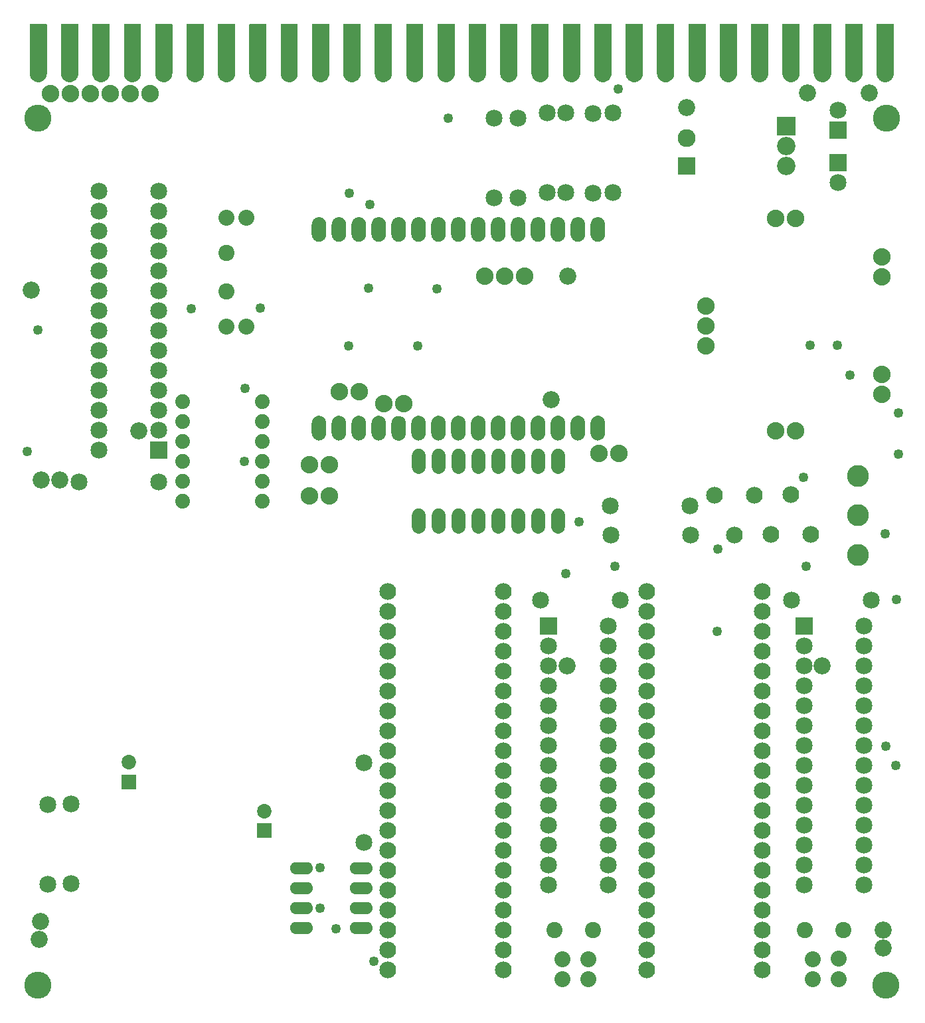
<source format=gts>
G04 MADE WITH FRITZING*
G04 WWW.FRITZING.ORG*
G04 DOUBLE SIDED*
G04 HOLES PLATED*
G04 CONTOUR ON CENTER OF CONTOUR VECTOR*
%ASAXBY*%
%FSLAX23Y23*%
%MOIN*%
%OFA0B0*%
%SFA1.0B1.0*%
%ADD10C,0.085000*%
%ADD11C,0.088000*%
%ADD12C,0.084000*%
%ADD13C,0.072992*%
%ADD14C,0.049370*%
%ADD15C,0.090000*%
%ADD16C,0.062000*%
%ADD17C,0.110000*%
%ADD18C,0.085433*%
%ADD19C,0.074000*%
%ADD20C,0.135984*%
%ADD21C,0.092000*%
%ADD22C,0.080925*%
%ADD23C,0.080866*%
%ADD24C,0.080000*%
%ADD25C,0.068189*%
%ADD26R,0.072992X0.072992*%
%ADD27R,0.090000X0.090000*%
%ADD28R,0.085000X0.085000*%
%ADD29R,0.092000X0.092000*%
%ADD30R,0.001000X0.001000*%
%LNMASK1*%
G90*
G70*
G54D10*
X262Y1003D03*
X262Y603D03*
G54D11*
X660Y4570D03*
X560Y4570D03*
X460Y4570D03*
X360Y4570D03*
X260Y4570D03*
X160Y4570D03*
G54D12*
X3694Y2554D03*
X3594Y2354D03*
X3494Y2554D03*
X3694Y2554D03*
X3594Y2354D03*
X3494Y2554D03*
G54D13*
X553Y1113D03*
X553Y1212D03*
G54D14*
X3955Y2196D03*
X2994Y2196D03*
X2746Y2161D03*
G54D10*
X148Y999D03*
X148Y599D03*
G54D15*
X3353Y4208D03*
X3353Y4346D03*
G54D16*
X2908Y3889D03*
X2808Y3889D03*
X2708Y3889D03*
X2608Y3889D03*
X2508Y3889D03*
X2408Y3889D03*
X2308Y3889D03*
X2208Y3889D03*
X2108Y3889D03*
X2008Y3889D03*
X1908Y3889D03*
X1808Y3889D03*
X1708Y3889D03*
X1608Y3889D03*
X1508Y3889D03*
X1508Y2889D03*
X1608Y2889D03*
X1708Y2889D03*
X1808Y2889D03*
X1908Y2889D03*
X2008Y2889D03*
X2108Y2889D03*
X2208Y2889D03*
X2308Y2889D03*
X2408Y2889D03*
X2508Y2889D03*
X2608Y2889D03*
X2708Y2889D03*
X2808Y2889D03*
X2908Y2889D03*
G54D11*
X2341Y3653D03*
X2441Y3653D03*
X2541Y3653D03*
G54D14*
X3510Y2283D03*
G54D13*
X1234Y869D03*
X1234Y968D03*
G54D11*
X1609Y3074D03*
X1709Y3074D03*
G54D17*
X4215Y2649D03*
X4215Y2452D03*
X4215Y2255D03*
X4215Y2649D03*
X4215Y2452D03*
X4215Y2255D03*
G54D11*
X1935Y3015D03*
X1835Y3015D03*
G54D10*
X4112Y4224D03*
X4112Y4124D03*
G54D18*
X2672Y3035D03*
G54D10*
X4112Y4386D03*
X4112Y4486D03*
G54D18*
X112Y2629D03*
G54D12*
X3778Y2358D03*
X3878Y2558D03*
X3978Y2358D03*
X3778Y2358D03*
X3878Y2558D03*
X3978Y2358D03*
G54D18*
X2758Y3653D03*
G54D19*
X1225Y2922D03*
X1225Y2822D03*
X1225Y2722D03*
X1225Y2622D03*
X1225Y2522D03*
X825Y2522D03*
X825Y2622D03*
X825Y2722D03*
X825Y2822D03*
X825Y2922D03*
X825Y3022D03*
X1225Y3022D03*
G54D18*
X109Y413D03*
G54D14*
X42Y2775D03*
G54D18*
X105Y322D03*
G54D11*
X3451Y3502D03*
X3451Y3402D03*
X3451Y3302D03*
G54D18*
X207Y2630D03*
G54D11*
X3801Y2876D03*
X3901Y2876D03*
G54D18*
X4341Y279D03*
G54D11*
X4333Y3750D03*
X4333Y3650D03*
G54D18*
X4341Y369D03*
G54D11*
X3801Y3943D03*
X3901Y3943D03*
G54D16*
X1420Y680D03*
X1420Y580D03*
X1720Y580D03*
X1720Y680D03*
X1420Y480D03*
X1420Y380D03*
X1720Y480D03*
X1720Y380D03*
X1420Y680D03*
X1420Y580D03*
X1720Y580D03*
X1720Y680D03*
X1420Y480D03*
X1420Y380D03*
X1720Y480D03*
X1720Y380D03*
G54D20*
X4357Y4448D03*
G54D10*
X1734Y810D03*
X1734Y1210D03*
G54D20*
X4353Y94D03*
G54D14*
X1515Y479D03*
G54D20*
X97Y4448D03*
G54D14*
X1512Y682D03*
G54D20*
X97Y94D03*
G54D14*
X1784Y215D03*
G54D10*
X2506Y4046D03*
X2506Y4446D03*
G54D14*
X1595Y376D03*
G54D10*
X2746Y4072D03*
X2746Y4472D03*
G54D18*
X3353Y4499D03*
G54D10*
X2983Y4072D03*
X2983Y4472D03*
G54D18*
X2754Y1696D03*
G54D10*
X2388Y4046D03*
X2388Y4446D03*
G54D18*
X4034Y1696D03*
G54D10*
X2652Y4072D03*
X2652Y4472D03*
G54D18*
X605Y2877D03*
G54D10*
X2884Y4070D03*
X2884Y4470D03*
G54D18*
X4270Y4573D03*
G54D12*
X1853Y2071D03*
X1853Y1971D03*
X1853Y1871D03*
X1853Y1771D03*
X1853Y1671D03*
X1853Y1571D03*
X1853Y1471D03*
X1853Y1371D03*
X1853Y1271D03*
X1853Y1171D03*
X1853Y1071D03*
X1853Y971D03*
X1853Y871D03*
X1853Y771D03*
X1853Y671D03*
X1853Y571D03*
X1853Y471D03*
X1853Y371D03*
X1853Y271D03*
X1853Y171D03*
X2433Y171D03*
X2433Y271D03*
X2433Y371D03*
X2433Y471D03*
X2433Y571D03*
X2433Y671D03*
X2433Y771D03*
X2433Y871D03*
X2433Y1071D03*
X2433Y1171D03*
X2433Y1271D03*
X2433Y1371D03*
X2433Y1471D03*
X2433Y1571D03*
X2433Y1671D03*
X2433Y1771D03*
X2433Y1871D03*
X2433Y1971D03*
X2433Y2071D03*
X2433Y971D03*
X1853Y2071D03*
X1853Y1971D03*
X1853Y1871D03*
X1853Y1771D03*
X1853Y1671D03*
X1853Y1571D03*
X1853Y1471D03*
X1853Y1371D03*
X1853Y1271D03*
X1853Y1171D03*
X1853Y1071D03*
X1853Y971D03*
X1853Y871D03*
X1853Y771D03*
X1853Y671D03*
X1853Y571D03*
X1853Y471D03*
X1853Y371D03*
X1853Y271D03*
X1853Y171D03*
X2433Y171D03*
X2433Y271D03*
X2433Y371D03*
X2433Y471D03*
X2433Y571D03*
X2433Y671D03*
X2433Y771D03*
X2433Y871D03*
X2433Y1071D03*
X2433Y1171D03*
X2433Y1271D03*
X2433Y1371D03*
X2433Y1471D03*
X2433Y1571D03*
X2433Y1671D03*
X2433Y1771D03*
X2433Y1871D03*
X2433Y1971D03*
X2433Y2071D03*
X2433Y971D03*
X3152Y2071D03*
X3152Y1971D03*
X3152Y1871D03*
X3152Y1771D03*
X3152Y1671D03*
X3152Y1571D03*
X3152Y1471D03*
X3152Y1371D03*
X3152Y1271D03*
X3152Y1171D03*
X3152Y1071D03*
X3152Y971D03*
X3152Y871D03*
X3152Y771D03*
X3152Y671D03*
X3152Y571D03*
X3152Y471D03*
X3152Y371D03*
X3152Y271D03*
X3152Y171D03*
X3732Y171D03*
X3732Y271D03*
X3732Y371D03*
X3732Y471D03*
X3732Y571D03*
X3732Y671D03*
X3732Y771D03*
X3732Y871D03*
X3732Y1071D03*
X3732Y1171D03*
X3732Y1271D03*
X3732Y1371D03*
X3732Y1471D03*
X3732Y1571D03*
X3732Y1671D03*
X3732Y1771D03*
X3732Y1871D03*
X3732Y1971D03*
X3732Y2071D03*
X3732Y971D03*
X3152Y2071D03*
X3152Y1971D03*
X3152Y1871D03*
X3152Y1771D03*
X3152Y1671D03*
X3152Y1571D03*
X3152Y1471D03*
X3152Y1371D03*
X3152Y1271D03*
X3152Y1171D03*
X3152Y1071D03*
X3152Y971D03*
X3152Y871D03*
X3152Y771D03*
X3152Y671D03*
X3152Y571D03*
X3152Y471D03*
X3152Y371D03*
X3152Y271D03*
X3152Y171D03*
X3732Y171D03*
X3732Y271D03*
X3732Y371D03*
X3732Y471D03*
X3732Y571D03*
X3732Y671D03*
X3732Y771D03*
X3732Y871D03*
X3732Y1071D03*
X3732Y1171D03*
X3732Y1271D03*
X3732Y1371D03*
X3732Y1471D03*
X3732Y1571D03*
X3732Y1671D03*
X3732Y1771D03*
X3732Y1871D03*
X3732Y1971D03*
X3732Y2071D03*
X3732Y971D03*
G54D10*
X2659Y1898D03*
X2959Y1898D03*
X2659Y1798D03*
X2959Y1798D03*
X2659Y1698D03*
X2959Y1698D03*
X2659Y1598D03*
X2959Y1598D03*
X2659Y1498D03*
X2959Y1498D03*
X2659Y1398D03*
X2959Y1398D03*
X2659Y1298D03*
X2959Y1298D03*
X2659Y1198D03*
X2959Y1198D03*
X2659Y1098D03*
X2959Y1098D03*
X2659Y998D03*
X2959Y998D03*
X2659Y898D03*
X2959Y898D03*
X2659Y798D03*
X2959Y798D03*
X2659Y698D03*
X2959Y698D03*
X2659Y598D03*
X2959Y598D03*
X703Y2780D03*
X403Y2780D03*
X703Y2880D03*
X403Y2880D03*
X703Y2980D03*
X403Y2980D03*
X703Y3080D03*
X403Y3080D03*
X703Y3180D03*
X403Y3180D03*
X703Y3280D03*
X403Y3280D03*
X703Y3380D03*
X403Y3380D03*
X703Y3480D03*
X403Y3480D03*
X703Y3580D03*
X403Y3580D03*
X703Y3680D03*
X403Y3680D03*
X703Y3780D03*
X403Y3780D03*
X703Y3880D03*
X403Y3880D03*
X703Y3980D03*
X403Y3980D03*
X703Y4080D03*
X403Y4080D03*
G54D14*
X1132Y2723D03*
G54D10*
X3942Y1896D03*
X4242Y1896D03*
X3942Y1796D03*
X4242Y1796D03*
X3942Y1696D03*
X4242Y1696D03*
X3942Y1596D03*
X4242Y1596D03*
X3942Y1496D03*
X4242Y1496D03*
X3942Y1396D03*
X4242Y1396D03*
X3942Y1296D03*
X4242Y1296D03*
X3942Y1196D03*
X4242Y1196D03*
X3942Y1096D03*
X4242Y1096D03*
X3942Y996D03*
X4242Y996D03*
X3942Y896D03*
X4242Y896D03*
X3942Y796D03*
X4242Y796D03*
X3942Y696D03*
X4242Y696D03*
X3942Y596D03*
X4242Y596D03*
G54D14*
X1137Y3089D03*
G54D21*
X3855Y4407D03*
X3855Y4307D03*
X3855Y4207D03*
G54D18*
X65Y3582D03*
G54D14*
X97Y3385D03*
X4175Y3157D03*
X4416Y2968D03*
X4349Y2361D03*
G54D11*
X2914Y2763D03*
X3014Y2763D03*
G54D14*
X3010Y4594D03*
G54D10*
X703Y2621D03*
X303Y2621D03*
G54D22*
X1042Y3771D03*
G54D23*
X1042Y3578D03*
G54D22*
X4140Y369D03*
G54D23*
X3947Y369D03*
G54D24*
X1042Y3948D03*
X1142Y3948D03*
X1042Y3401D03*
X1142Y3401D03*
X4116Y226D03*
X4116Y125D03*
X3986Y225D03*
X3986Y125D03*
G54D14*
X868Y3491D03*
X1215Y3495D03*
X2002Y3302D03*
X1656Y3302D03*
X1660Y4070D03*
X2101Y3590D03*
X1758Y3594D03*
X1762Y4015D03*
X2156Y4448D03*
G54D25*
X2009Y2424D03*
X2109Y2424D03*
X2609Y2424D03*
X2709Y2424D03*
X2209Y2424D03*
X2309Y2424D03*
X2509Y2424D03*
X2409Y2424D03*
X2709Y2724D03*
X2609Y2724D03*
X2509Y2724D03*
X2409Y2724D03*
X2309Y2724D03*
X2209Y2724D03*
X2109Y2724D03*
X2009Y2724D03*
X2009Y2424D03*
X2109Y2424D03*
X2609Y2424D03*
X2709Y2424D03*
X2209Y2424D03*
X2309Y2424D03*
X2509Y2424D03*
X2409Y2424D03*
X2709Y2724D03*
X2609Y2724D03*
X2509Y2724D03*
X2409Y2724D03*
X2309Y2724D03*
X2209Y2724D03*
X2109Y2724D03*
X2009Y2724D03*
G54D14*
X4416Y2759D03*
G54D10*
X2971Y2499D03*
X3371Y2499D03*
X2975Y2354D03*
X3375Y2354D03*
X3880Y2027D03*
X4280Y2027D03*
G54D14*
X2812Y2421D03*
G54D11*
X1561Y2708D03*
X1461Y2708D03*
X1561Y2550D03*
X1461Y2550D03*
G54D14*
X3975Y3306D03*
X4109Y3306D03*
X3939Y2645D03*
X4353Y1295D03*
X4404Y1196D03*
G54D11*
X4333Y3160D03*
X4333Y3060D03*
G54D14*
X4408Y2031D03*
G54D22*
X2884Y369D03*
G54D23*
X2691Y369D03*
G54D24*
X2860Y224D03*
X2860Y123D03*
X2731Y223D03*
X2731Y123D03*
G54D18*
X3959Y4574D03*
G54D10*
X2620Y2027D03*
X3020Y2027D03*
G54D14*
X3506Y1869D03*
G54D26*
X553Y1113D03*
G54D27*
X3353Y4208D03*
G54D26*
X1234Y869D03*
G54D28*
X4112Y4224D03*
X4112Y4386D03*
X2659Y1898D03*
X703Y2780D03*
X3942Y1896D03*
G54D29*
X3855Y4407D03*
G54D30*
X56Y4919D02*
X141Y4919D01*
X214Y4919D02*
X299Y4919D01*
X371Y4919D02*
X456Y4919D01*
X529Y4919D02*
X614Y4919D01*
X686Y4919D02*
X771Y4919D01*
X844Y4919D02*
X929Y4919D01*
X1001Y4919D02*
X1086Y4919D01*
X1159Y4919D02*
X1244Y4919D01*
X1316Y4919D02*
X1401Y4919D01*
X1474Y4919D02*
X1559Y4919D01*
X1631Y4919D02*
X1716Y4919D01*
X1788Y4919D02*
X1873Y4919D01*
X1946Y4919D02*
X2031Y4919D01*
X2103Y4919D02*
X2188Y4919D01*
X2261Y4919D02*
X2346Y4919D01*
X2418Y4919D02*
X2503Y4919D01*
X2576Y4919D02*
X2661Y4919D01*
X2733Y4919D02*
X2818Y4919D01*
X2891Y4919D02*
X2976Y4919D01*
X3048Y4919D02*
X3133Y4919D01*
X3206Y4919D02*
X3290Y4919D01*
X3363Y4919D02*
X3448Y4919D01*
X3520Y4919D02*
X3605Y4919D01*
X3678Y4919D02*
X3763Y4919D01*
X3835Y4919D02*
X3920Y4919D01*
X3993Y4919D02*
X4078Y4919D01*
X4150Y4919D02*
X4235Y4919D01*
X4308Y4919D02*
X4393Y4919D01*
X56Y4918D02*
X142Y4918D01*
X214Y4918D02*
X299Y4918D01*
X371Y4918D02*
X457Y4918D01*
X529Y4918D02*
X614Y4918D01*
X686Y4918D02*
X772Y4918D01*
X843Y4918D02*
X929Y4918D01*
X1001Y4918D02*
X1086Y4918D01*
X1158Y4918D02*
X1244Y4918D01*
X1316Y4918D02*
X1401Y4918D01*
X1473Y4918D02*
X1559Y4918D01*
X1631Y4918D02*
X1716Y4918D01*
X1788Y4918D02*
X1874Y4918D01*
X1946Y4918D02*
X2031Y4918D01*
X2103Y4918D02*
X2189Y4918D01*
X2260Y4918D02*
X2346Y4918D01*
X2418Y4918D02*
X2504Y4918D01*
X2575Y4918D02*
X2661Y4918D01*
X2733Y4918D02*
X2818Y4918D01*
X2890Y4918D02*
X2976Y4918D01*
X3048Y4918D02*
X3133Y4918D01*
X3205Y4918D02*
X3291Y4918D01*
X3363Y4918D02*
X3448Y4918D01*
X3520Y4918D02*
X3606Y4918D01*
X3678Y4918D02*
X3763Y4918D01*
X3835Y4918D02*
X3921Y4918D01*
X3992Y4918D02*
X4078Y4918D01*
X4150Y4918D02*
X4236Y4918D01*
X4307Y4918D02*
X4393Y4918D01*
X56Y4917D02*
X142Y4917D01*
X214Y4917D02*
X299Y4917D01*
X371Y4917D02*
X457Y4917D01*
X529Y4917D02*
X614Y4917D01*
X686Y4917D02*
X772Y4917D01*
X843Y4917D02*
X929Y4917D01*
X1001Y4917D02*
X1086Y4917D01*
X1158Y4917D02*
X1244Y4917D01*
X1316Y4917D02*
X1401Y4917D01*
X1473Y4917D02*
X1559Y4917D01*
X1631Y4917D02*
X1716Y4917D01*
X1788Y4917D02*
X1874Y4917D01*
X1946Y4917D02*
X2031Y4917D01*
X2103Y4917D02*
X2189Y4917D01*
X2260Y4917D02*
X2346Y4917D01*
X2418Y4917D02*
X2504Y4917D01*
X2575Y4917D02*
X2661Y4917D01*
X2733Y4917D02*
X2818Y4917D01*
X2890Y4917D02*
X2976Y4917D01*
X3048Y4917D02*
X3133Y4917D01*
X3205Y4917D02*
X3291Y4917D01*
X3363Y4917D02*
X3448Y4917D01*
X3520Y4917D02*
X3606Y4917D01*
X3678Y4917D02*
X3763Y4917D01*
X3835Y4917D02*
X3921Y4917D01*
X3992Y4917D02*
X4078Y4917D01*
X4150Y4917D02*
X4236Y4917D01*
X4307Y4917D02*
X4393Y4917D01*
X56Y4916D02*
X142Y4916D01*
X214Y4916D02*
X299Y4916D01*
X371Y4916D02*
X457Y4916D01*
X529Y4916D02*
X614Y4916D01*
X686Y4916D02*
X772Y4916D01*
X843Y4916D02*
X929Y4916D01*
X1001Y4916D02*
X1086Y4916D01*
X1158Y4916D02*
X1244Y4916D01*
X1316Y4916D02*
X1401Y4916D01*
X1473Y4916D02*
X1559Y4916D01*
X1631Y4916D02*
X1716Y4916D01*
X1788Y4916D02*
X1874Y4916D01*
X1946Y4916D02*
X2031Y4916D01*
X2103Y4916D02*
X2189Y4916D01*
X2260Y4916D02*
X2346Y4916D01*
X2418Y4916D02*
X2504Y4916D01*
X2575Y4916D02*
X2661Y4916D01*
X2733Y4916D02*
X2818Y4916D01*
X2890Y4916D02*
X2976Y4916D01*
X3048Y4916D02*
X3133Y4916D01*
X3205Y4916D02*
X3291Y4916D01*
X3363Y4916D02*
X3448Y4916D01*
X3520Y4916D02*
X3606Y4916D01*
X3678Y4916D02*
X3763Y4916D01*
X3835Y4916D02*
X3921Y4916D01*
X3992Y4916D02*
X4078Y4916D01*
X4150Y4916D02*
X4236Y4916D01*
X4307Y4916D02*
X4393Y4916D01*
X56Y4915D02*
X142Y4915D01*
X214Y4915D02*
X299Y4915D01*
X371Y4915D02*
X457Y4915D01*
X529Y4915D02*
X614Y4915D01*
X686Y4915D02*
X772Y4915D01*
X843Y4915D02*
X929Y4915D01*
X1001Y4915D02*
X1086Y4915D01*
X1158Y4915D02*
X1244Y4915D01*
X1316Y4915D02*
X1401Y4915D01*
X1473Y4915D02*
X1559Y4915D01*
X1631Y4915D02*
X1716Y4915D01*
X1788Y4915D02*
X1874Y4915D01*
X1946Y4915D02*
X2031Y4915D01*
X2103Y4915D02*
X2189Y4915D01*
X2260Y4915D02*
X2346Y4915D01*
X2418Y4915D02*
X2504Y4915D01*
X2575Y4915D02*
X2661Y4915D01*
X2733Y4915D02*
X2818Y4915D01*
X2890Y4915D02*
X2976Y4915D01*
X3048Y4915D02*
X3133Y4915D01*
X3205Y4915D02*
X3291Y4915D01*
X3363Y4915D02*
X3448Y4915D01*
X3520Y4915D02*
X3606Y4915D01*
X3678Y4915D02*
X3763Y4915D01*
X3835Y4915D02*
X3921Y4915D01*
X3992Y4915D02*
X4078Y4915D01*
X4150Y4915D02*
X4236Y4915D01*
X4307Y4915D02*
X4393Y4915D01*
X56Y4914D02*
X142Y4914D01*
X214Y4914D02*
X299Y4914D01*
X371Y4914D02*
X457Y4914D01*
X529Y4914D02*
X614Y4914D01*
X686Y4914D02*
X772Y4914D01*
X843Y4914D02*
X929Y4914D01*
X1001Y4914D02*
X1086Y4914D01*
X1158Y4914D02*
X1244Y4914D01*
X1316Y4914D02*
X1401Y4914D01*
X1473Y4914D02*
X1559Y4914D01*
X1631Y4914D02*
X1716Y4914D01*
X1788Y4914D02*
X1874Y4914D01*
X1946Y4914D02*
X2031Y4914D01*
X2103Y4914D02*
X2189Y4914D01*
X2260Y4914D02*
X2346Y4914D01*
X2418Y4914D02*
X2504Y4914D01*
X2575Y4914D02*
X2661Y4914D01*
X2733Y4914D02*
X2818Y4914D01*
X2890Y4914D02*
X2976Y4914D01*
X3048Y4914D02*
X3133Y4914D01*
X3205Y4914D02*
X3291Y4914D01*
X3363Y4914D02*
X3448Y4914D01*
X3520Y4914D02*
X3606Y4914D01*
X3678Y4914D02*
X3763Y4914D01*
X3835Y4914D02*
X3921Y4914D01*
X3992Y4914D02*
X4078Y4914D01*
X4150Y4914D02*
X4236Y4914D01*
X4307Y4914D02*
X4393Y4914D01*
X56Y4913D02*
X142Y4913D01*
X214Y4913D02*
X299Y4913D01*
X371Y4913D02*
X457Y4913D01*
X529Y4913D02*
X614Y4913D01*
X686Y4913D02*
X772Y4913D01*
X843Y4913D02*
X929Y4913D01*
X1001Y4913D02*
X1086Y4913D01*
X1158Y4913D02*
X1244Y4913D01*
X1316Y4913D02*
X1401Y4913D01*
X1473Y4913D02*
X1559Y4913D01*
X1631Y4913D02*
X1716Y4913D01*
X1788Y4913D02*
X1874Y4913D01*
X1946Y4913D02*
X2031Y4913D01*
X2103Y4913D02*
X2189Y4913D01*
X2260Y4913D02*
X2346Y4913D01*
X2418Y4913D02*
X2504Y4913D01*
X2575Y4913D02*
X2661Y4913D01*
X2733Y4913D02*
X2818Y4913D01*
X2890Y4913D02*
X2976Y4913D01*
X3048Y4913D02*
X3133Y4913D01*
X3205Y4913D02*
X3291Y4913D01*
X3363Y4913D02*
X3448Y4913D01*
X3520Y4913D02*
X3606Y4913D01*
X3678Y4913D02*
X3763Y4913D01*
X3835Y4913D02*
X3921Y4913D01*
X3992Y4913D02*
X4078Y4913D01*
X4150Y4913D02*
X4236Y4913D01*
X4307Y4913D02*
X4393Y4913D01*
X56Y4912D02*
X142Y4912D01*
X214Y4912D02*
X299Y4912D01*
X371Y4912D02*
X457Y4912D01*
X529Y4912D02*
X614Y4912D01*
X686Y4912D02*
X772Y4912D01*
X843Y4912D02*
X929Y4912D01*
X1001Y4912D02*
X1086Y4912D01*
X1158Y4912D02*
X1244Y4912D01*
X1316Y4912D02*
X1401Y4912D01*
X1473Y4912D02*
X1559Y4912D01*
X1631Y4912D02*
X1716Y4912D01*
X1788Y4912D02*
X1874Y4912D01*
X1946Y4912D02*
X2031Y4912D01*
X2103Y4912D02*
X2189Y4912D01*
X2260Y4912D02*
X2346Y4912D01*
X2418Y4912D02*
X2504Y4912D01*
X2575Y4912D02*
X2661Y4912D01*
X2733Y4912D02*
X2818Y4912D01*
X2890Y4912D02*
X2976Y4912D01*
X3048Y4912D02*
X3133Y4912D01*
X3205Y4912D02*
X3291Y4912D01*
X3363Y4912D02*
X3448Y4912D01*
X3520Y4912D02*
X3606Y4912D01*
X3678Y4912D02*
X3763Y4912D01*
X3835Y4912D02*
X3921Y4912D01*
X3992Y4912D02*
X4078Y4912D01*
X4150Y4912D02*
X4236Y4912D01*
X4307Y4912D02*
X4393Y4912D01*
X56Y4911D02*
X142Y4911D01*
X214Y4911D02*
X299Y4911D01*
X371Y4911D02*
X457Y4911D01*
X529Y4911D02*
X614Y4911D01*
X686Y4911D02*
X772Y4911D01*
X843Y4911D02*
X929Y4911D01*
X1001Y4911D02*
X1086Y4911D01*
X1158Y4911D02*
X1244Y4911D01*
X1316Y4911D02*
X1401Y4911D01*
X1473Y4911D02*
X1559Y4911D01*
X1631Y4911D02*
X1716Y4911D01*
X1788Y4911D02*
X1874Y4911D01*
X1946Y4911D02*
X2031Y4911D01*
X2103Y4911D02*
X2189Y4911D01*
X2260Y4911D02*
X2346Y4911D01*
X2418Y4911D02*
X2504Y4911D01*
X2575Y4911D02*
X2661Y4911D01*
X2733Y4911D02*
X2818Y4911D01*
X2890Y4911D02*
X2976Y4911D01*
X3048Y4911D02*
X3133Y4911D01*
X3205Y4911D02*
X3291Y4911D01*
X3363Y4911D02*
X3448Y4911D01*
X3520Y4911D02*
X3606Y4911D01*
X3678Y4911D02*
X3763Y4911D01*
X3835Y4911D02*
X3921Y4911D01*
X3992Y4911D02*
X4078Y4911D01*
X4150Y4911D02*
X4236Y4911D01*
X4307Y4911D02*
X4393Y4911D01*
X56Y4910D02*
X142Y4910D01*
X214Y4910D02*
X299Y4910D01*
X371Y4910D02*
X457Y4910D01*
X529Y4910D02*
X614Y4910D01*
X686Y4910D02*
X772Y4910D01*
X843Y4910D02*
X929Y4910D01*
X1001Y4910D02*
X1086Y4910D01*
X1158Y4910D02*
X1244Y4910D01*
X1316Y4910D02*
X1401Y4910D01*
X1473Y4910D02*
X1559Y4910D01*
X1631Y4910D02*
X1716Y4910D01*
X1788Y4910D02*
X1874Y4910D01*
X1946Y4910D02*
X2031Y4910D01*
X2103Y4910D02*
X2189Y4910D01*
X2260Y4910D02*
X2346Y4910D01*
X2418Y4910D02*
X2504Y4910D01*
X2575Y4910D02*
X2661Y4910D01*
X2733Y4910D02*
X2818Y4910D01*
X2890Y4910D02*
X2976Y4910D01*
X3048Y4910D02*
X3133Y4910D01*
X3205Y4910D02*
X3291Y4910D01*
X3363Y4910D02*
X3448Y4910D01*
X3520Y4910D02*
X3606Y4910D01*
X3678Y4910D02*
X3763Y4910D01*
X3835Y4910D02*
X3921Y4910D01*
X3992Y4910D02*
X4078Y4910D01*
X4150Y4910D02*
X4236Y4910D01*
X4307Y4910D02*
X4393Y4910D01*
X56Y4909D02*
X142Y4909D01*
X214Y4909D02*
X299Y4909D01*
X371Y4909D02*
X457Y4909D01*
X529Y4909D02*
X614Y4909D01*
X686Y4909D02*
X772Y4909D01*
X843Y4909D02*
X929Y4909D01*
X1001Y4909D02*
X1086Y4909D01*
X1158Y4909D02*
X1244Y4909D01*
X1316Y4909D02*
X1401Y4909D01*
X1473Y4909D02*
X1559Y4909D01*
X1631Y4909D02*
X1716Y4909D01*
X1788Y4909D02*
X1874Y4909D01*
X1946Y4909D02*
X2031Y4909D01*
X2103Y4909D02*
X2189Y4909D01*
X2260Y4909D02*
X2346Y4909D01*
X2418Y4909D02*
X2504Y4909D01*
X2575Y4909D02*
X2661Y4909D01*
X2733Y4909D02*
X2818Y4909D01*
X2890Y4909D02*
X2976Y4909D01*
X3048Y4909D02*
X3133Y4909D01*
X3205Y4909D02*
X3291Y4909D01*
X3363Y4909D02*
X3448Y4909D01*
X3520Y4909D02*
X3606Y4909D01*
X3678Y4909D02*
X3763Y4909D01*
X3835Y4909D02*
X3921Y4909D01*
X3992Y4909D02*
X4078Y4909D01*
X4150Y4909D02*
X4236Y4909D01*
X4307Y4909D02*
X4393Y4909D01*
X56Y4908D02*
X142Y4908D01*
X214Y4908D02*
X299Y4908D01*
X371Y4908D02*
X457Y4908D01*
X529Y4908D02*
X614Y4908D01*
X686Y4908D02*
X772Y4908D01*
X843Y4908D02*
X929Y4908D01*
X1001Y4908D02*
X1086Y4908D01*
X1158Y4908D02*
X1244Y4908D01*
X1316Y4908D02*
X1401Y4908D01*
X1473Y4908D02*
X1559Y4908D01*
X1631Y4908D02*
X1716Y4908D01*
X1788Y4908D02*
X1874Y4908D01*
X1946Y4908D02*
X2031Y4908D01*
X2103Y4908D02*
X2189Y4908D01*
X2260Y4908D02*
X2346Y4908D01*
X2418Y4908D02*
X2504Y4908D01*
X2575Y4908D02*
X2661Y4908D01*
X2733Y4908D02*
X2818Y4908D01*
X2890Y4908D02*
X2976Y4908D01*
X3048Y4908D02*
X3133Y4908D01*
X3205Y4908D02*
X3291Y4908D01*
X3363Y4908D02*
X3448Y4908D01*
X3520Y4908D02*
X3606Y4908D01*
X3678Y4908D02*
X3763Y4908D01*
X3835Y4908D02*
X3921Y4908D01*
X3992Y4908D02*
X4078Y4908D01*
X4150Y4908D02*
X4236Y4908D01*
X4307Y4908D02*
X4393Y4908D01*
X56Y4907D02*
X142Y4907D01*
X214Y4907D02*
X299Y4907D01*
X371Y4907D02*
X457Y4907D01*
X529Y4907D02*
X614Y4907D01*
X686Y4907D02*
X772Y4907D01*
X843Y4907D02*
X929Y4907D01*
X1001Y4907D02*
X1086Y4907D01*
X1158Y4907D02*
X1244Y4907D01*
X1316Y4907D02*
X1401Y4907D01*
X1473Y4907D02*
X1559Y4907D01*
X1631Y4907D02*
X1716Y4907D01*
X1788Y4907D02*
X1874Y4907D01*
X1946Y4907D02*
X2031Y4907D01*
X2103Y4907D02*
X2189Y4907D01*
X2260Y4907D02*
X2346Y4907D01*
X2418Y4907D02*
X2504Y4907D01*
X2575Y4907D02*
X2661Y4907D01*
X2733Y4907D02*
X2818Y4907D01*
X2890Y4907D02*
X2976Y4907D01*
X3048Y4907D02*
X3133Y4907D01*
X3205Y4907D02*
X3291Y4907D01*
X3363Y4907D02*
X3448Y4907D01*
X3520Y4907D02*
X3606Y4907D01*
X3678Y4907D02*
X3763Y4907D01*
X3835Y4907D02*
X3921Y4907D01*
X3992Y4907D02*
X4078Y4907D01*
X4150Y4907D02*
X4236Y4907D01*
X4307Y4907D02*
X4393Y4907D01*
X56Y4906D02*
X142Y4906D01*
X214Y4906D02*
X299Y4906D01*
X371Y4906D02*
X457Y4906D01*
X529Y4906D02*
X614Y4906D01*
X686Y4906D02*
X772Y4906D01*
X843Y4906D02*
X929Y4906D01*
X1001Y4906D02*
X1086Y4906D01*
X1158Y4906D02*
X1244Y4906D01*
X1316Y4906D02*
X1401Y4906D01*
X1473Y4906D02*
X1559Y4906D01*
X1631Y4906D02*
X1716Y4906D01*
X1788Y4906D02*
X1874Y4906D01*
X1946Y4906D02*
X2031Y4906D01*
X2103Y4906D02*
X2189Y4906D01*
X2260Y4906D02*
X2346Y4906D01*
X2418Y4906D02*
X2504Y4906D01*
X2575Y4906D02*
X2661Y4906D01*
X2733Y4906D02*
X2818Y4906D01*
X2890Y4906D02*
X2976Y4906D01*
X3048Y4906D02*
X3133Y4906D01*
X3205Y4906D02*
X3291Y4906D01*
X3363Y4906D02*
X3448Y4906D01*
X3520Y4906D02*
X3606Y4906D01*
X3678Y4906D02*
X3763Y4906D01*
X3835Y4906D02*
X3921Y4906D01*
X3992Y4906D02*
X4078Y4906D01*
X4150Y4906D02*
X4236Y4906D01*
X4307Y4906D02*
X4393Y4906D01*
X56Y4905D02*
X142Y4905D01*
X214Y4905D02*
X299Y4905D01*
X371Y4905D02*
X457Y4905D01*
X529Y4905D02*
X614Y4905D01*
X686Y4905D02*
X772Y4905D01*
X843Y4905D02*
X929Y4905D01*
X1001Y4905D02*
X1086Y4905D01*
X1158Y4905D02*
X1244Y4905D01*
X1316Y4905D02*
X1401Y4905D01*
X1473Y4905D02*
X1559Y4905D01*
X1631Y4905D02*
X1716Y4905D01*
X1788Y4905D02*
X1874Y4905D01*
X1946Y4905D02*
X2031Y4905D01*
X2103Y4905D02*
X2189Y4905D01*
X2260Y4905D02*
X2346Y4905D01*
X2418Y4905D02*
X2504Y4905D01*
X2575Y4905D02*
X2661Y4905D01*
X2733Y4905D02*
X2818Y4905D01*
X2890Y4905D02*
X2976Y4905D01*
X3048Y4905D02*
X3133Y4905D01*
X3205Y4905D02*
X3291Y4905D01*
X3363Y4905D02*
X3448Y4905D01*
X3520Y4905D02*
X3606Y4905D01*
X3678Y4905D02*
X3763Y4905D01*
X3835Y4905D02*
X3921Y4905D01*
X3992Y4905D02*
X4078Y4905D01*
X4150Y4905D02*
X4236Y4905D01*
X4307Y4905D02*
X4393Y4905D01*
X56Y4904D02*
X142Y4904D01*
X214Y4904D02*
X299Y4904D01*
X371Y4904D02*
X457Y4904D01*
X529Y4904D02*
X614Y4904D01*
X686Y4904D02*
X772Y4904D01*
X843Y4904D02*
X929Y4904D01*
X1001Y4904D02*
X1086Y4904D01*
X1158Y4904D02*
X1244Y4904D01*
X1316Y4904D02*
X1401Y4904D01*
X1473Y4904D02*
X1559Y4904D01*
X1631Y4904D02*
X1716Y4904D01*
X1788Y4904D02*
X1874Y4904D01*
X1946Y4904D02*
X2031Y4904D01*
X2103Y4904D02*
X2189Y4904D01*
X2260Y4904D02*
X2346Y4904D01*
X2418Y4904D02*
X2504Y4904D01*
X2575Y4904D02*
X2661Y4904D01*
X2733Y4904D02*
X2818Y4904D01*
X2890Y4904D02*
X2976Y4904D01*
X3048Y4904D02*
X3133Y4904D01*
X3205Y4904D02*
X3291Y4904D01*
X3363Y4904D02*
X3448Y4904D01*
X3520Y4904D02*
X3606Y4904D01*
X3678Y4904D02*
X3763Y4904D01*
X3835Y4904D02*
X3921Y4904D01*
X3992Y4904D02*
X4078Y4904D01*
X4150Y4904D02*
X4236Y4904D01*
X4307Y4904D02*
X4393Y4904D01*
X56Y4903D02*
X142Y4903D01*
X214Y4903D02*
X299Y4903D01*
X371Y4903D02*
X457Y4903D01*
X529Y4903D02*
X614Y4903D01*
X686Y4903D02*
X772Y4903D01*
X843Y4903D02*
X929Y4903D01*
X1001Y4903D02*
X1086Y4903D01*
X1158Y4903D02*
X1244Y4903D01*
X1316Y4903D02*
X1401Y4903D01*
X1473Y4903D02*
X1559Y4903D01*
X1631Y4903D02*
X1716Y4903D01*
X1788Y4903D02*
X1874Y4903D01*
X1946Y4903D02*
X2031Y4903D01*
X2103Y4903D02*
X2189Y4903D01*
X2260Y4903D02*
X2346Y4903D01*
X2418Y4903D02*
X2504Y4903D01*
X2575Y4903D02*
X2661Y4903D01*
X2733Y4903D02*
X2818Y4903D01*
X2890Y4903D02*
X2976Y4903D01*
X3048Y4903D02*
X3133Y4903D01*
X3205Y4903D02*
X3291Y4903D01*
X3363Y4903D02*
X3448Y4903D01*
X3520Y4903D02*
X3606Y4903D01*
X3678Y4903D02*
X3763Y4903D01*
X3835Y4903D02*
X3921Y4903D01*
X3992Y4903D02*
X4078Y4903D01*
X4150Y4903D02*
X4236Y4903D01*
X4307Y4903D02*
X4393Y4903D01*
X56Y4902D02*
X142Y4902D01*
X214Y4902D02*
X299Y4902D01*
X371Y4902D02*
X457Y4902D01*
X529Y4902D02*
X614Y4902D01*
X686Y4902D02*
X772Y4902D01*
X843Y4902D02*
X929Y4902D01*
X1001Y4902D02*
X1086Y4902D01*
X1158Y4902D02*
X1244Y4902D01*
X1316Y4902D02*
X1401Y4902D01*
X1473Y4902D02*
X1559Y4902D01*
X1631Y4902D02*
X1716Y4902D01*
X1788Y4902D02*
X1874Y4902D01*
X1946Y4902D02*
X2031Y4902D01*
X2103Y4902D02*
X2189Y4902D01*
X2260Y4902D02*
X2346Y4902D01*
X2418Y4902D02*
X2504Y4902D01*
X2575Y4902D02*
X2661Y4902D01*
X2733Y4902D02*
X2818Y4902D01*
X2890Y4902D02*
X2976Y4902D01*
X3048Y4902D02*
X3133Y4902D01*
X3205Y4902D02*
X3291Y4902D01*
X3363Y4902D02*
X3448Y4902D01*
X3520Y4902D02*
X3606Y4902D01*
X3678Y4902D02*
X3763Y4902D01*
X3835Y4902D02*
X3921Y4902D01*
X3992Y4902D02*
X4078Y4902D01*
X4150Y4902D02*
X4236Y4902D01*
X4307Y4902D02*
X4393Y4902D01*
X56Y4901D02*
X142Y4901D01*
X214Y4901D02*
X299Y4901D01*
X371Y4901D02*
X457Y4901D01*
X529Y4901D02*
X614Y4901D01*
X686Y4901D02*
X772Y4901D01*
X843Y4901D02*
X929Y4901D01*
X1001Y4901D02*
X1086Y4901D01*
X1158Y4901D02*
X1244Y4901D01*
X1316Y4901D02*
X1401Y4901D01*
X1473Y4901D02*
X1559Y4901D01*
X1631Y4901D02*
X1716Y4901D01*
X1788Y4901D02*
X1874Y4901D01*
X1946Y4901D02*
X2031Y4901D01*
X2103Y4901D02*
X2189Y4901D01*
X2260Y4901D02*
X2346Y4901D01*
X2418Y4901D02*
X2504Y4901D01*
X2575Y4901D02*
X2661Y4901D01*
X2733Y4901D02*
X2818Y4901D01*
X2890Y4901D02*
X2976Y4901D01*
X3048Y4901D02*
X3133Y4901D01*
X3205Y4901D02*
X3291Y4901D01*
X3363Y4901D02*
X3448Y4901D01*
X3520Y4901D02*
X3606Y4901D01*
X3678Y4901D02*
X3763Y4901D01*
X3835Y4901D02*
X3921Y4901D01*
X3992Y4901D02*
X4078Y4901D01*
X4150Y4901D02*
X4236Y4901D01*
X4307Y4901D02*
X4393Y4901D01*
X56Y4900D02*
X142Y4900D01*
X214Y4900D02*
X299Y4900D01*
X371Y4900D02*
X457Y4900D01*
X529Y4900D02*
X614Y4900D01*
X686Y4900D02*
X772Y4900D01*
X843Y4900D02*
X929Y4900D01*
X1001Y4900D02*
X1086Y4900D01*
X1158Y4900D02*
X1244Y4900D01*
X1316Y4900D02*
X1401Y4900D01*
X1473Y4900D02*
X1559Y4900D01*
X1631Y4900D02*
X1716Y4900D01*
X1788Y4900D02*
X1874Y4900D01*
X1946Y4900D02*
X2031Y4900D01*
X2103Y4900D02*
X2189Y4900D01*
X2260Y4900D02*
X2346Y4900D01*
X2418Y4900D02*
X2504Y4900D01*
X2575Y4900D02*
X2661Y4900D01*
X2733Y4900D02*
X2818Y4900D01*
X2890Y4900D02*
X2976Y4900D01*
X3048Y4900D02*
X3133Y4900D01*
X3205Y4900D02*
X3291Y4900D01*
X3363Y4900D02*
X3448Y4900D01*
X3520Y4900D02*
X3606Y4900D01*
X3678Y4900D02*
X3763Y4900D01*
X3835Y4900D02*
X3921Y4900D01*
X3992Y4900D02*
X4078Y4900D01*
X4150Y4900D02*
X4236Y4900D01*
X4307Y4900D02*
X4393Y4900D01*
X56Y4899D02*
X142Y4899D01*
X214Y4899D02*
X299Y4899D01*
X371Y4899D02*
X457Y4899D01*
X529Y4899D02*
X614Y4899D01*
X686Y4899D02*
X772Y4899D01*
X843Y4899D02*
X929Y4899D01*
X1001Y4899D02*
X1086Y4899D01*
X1158Y4899D02*
X1244Y4899D01*
X1316Y4899D02*
X1401Y4899D01*
X1473Y4899D02*
X1559Y4899D01*
X1631Y4899D02*
X1716Y4899D01*
X1788Y4899D02*
X1874Y4899D01*
X1946Y4899D02*
X2031Y4899D01*
X2103Y4899D02*
X2189Y4899D01*
X2260Y4899D02*
X2346Y4899D01*
X2418Y4899D02*
X2504Y4899D01*
X2575Y4899D02*
X2661Y4899D01*
X2733Y4899D02*
X2818Y4899D01*
X2890Y4899D02*
X2976Y4899D01*
X3048Y4899D02*
X3133Y4899D01*
X3205Y4899D02*
X3291Y4899D01*
X3363Y4899D02*
X3448Y4899D01*
X3520Y4899D02*
X3606Y4899D01*
X3678Y4899D02*
X3763Y4899D01*
X3835Y4899D02*
X3921Y4899D01*
X3992Y4899D02*
X4078Y4899D01*
X4150Y4899D02*
X4236Y4899D01*
X4307Y4899D02*
X4393Y4899D01*
X56Y4898D02*
X142Y4898D01*
X214Y4898D02*
X299Y4898D01*
X371Y4898D02*
X457Y4898D01*
X529Y4898D02*
X614Y4898D01*
X686Y4898D02*
X772Y4898D01*
X843Y4898D02*
X929Y4898D01*
X1001Y4898D02*
X1086Y4898D01*
X1158Y4898D02*
X1244Y4898D01*
X1316Y4898D02*
X1401Y4898D01*
X1473Y4898D02*
X1559Y4898D01*
X1631Y4898D02*
X1716Y4898D01*
X1788Y4898D02*
X1874Y4898D01*
X1946Y4898D02*
X2031Y4898D01*
X2103Y4898D02*
X2189Y4898D01*
X2260Y4898D02*
X2346Y4898D01*
X2418Y4898D02*
X2504Y4898D01*
X2575Y4898D02*
X2661Y4898D01*
X2733Y4898D02*
X2818Y4898D01*
X2890Y4898D02*
X2976Y4898D01*
X3048Y4898D02*
X3133Y4898D01*
X3205Y4898D02*
X3291Y4898D01*
X3363Y4898D02*
X3448Y4898D01*
X3520Y4898D02*
X3606Y4898D01*
X3678Y4898D02*
X3763Y4898D01*
X3835Y4898D02*
X3921Y4898D01*
X3992Y4898D02*
X4078Y4898D01*
X4150Y4898D02*
X4236Y4898D01*
X4307Y4898D02*
X4393Y4898D01*
X56Y4897D02*
X142Y4897D01*
X214Y4897D02*
X299Y4897D01*
X371Y4897D02*
X457Y4897D01*
X529Y4897D02*
X614Y4897D01*
X686Y4897D02*
X772Y4897D01*
X843Y4897D02*
X929Y4897D01*
X1001Y4897D02*
X1086Y4897D01*
X1158Y4897D02*
X1244Y4897D01*
X1316Y4897D02*
X1401Y4897D01*
X1473Y4897D02*
X1559Y4897D01*
X1631Y4897D02*
X1716Y4897D01*
X1788Y4897D02*
X1874Y4897D01*
X1946Y4897D02*
X2031Y4897D01*
X2103Y4897D02*
X2189Y4897D01*
X2260Y4897D02*
X2346Y4897D01*
X2418Y4897D02*
X2504Y4897D01*
X2575Y4897D02*
X2661Y4897D01*
X2733Y4897D02*
X2818Y4897D01*
X2890Y4897D02*
X2976Y4897D01*
X3048Y4897D02*
X3133Y4897D01*
X3205Y4897D02*
X3291Y4897D01*
X3363Y4897D02*
X3448Y4897D01*
X3520Y4897D02*
X3606Y4897D01*
X3678Y4897D02*
X3763Y4897D01*
X3835Y4897D02*
X3921Y4897D01*
X3992Y4897D02*
X4078Y4897D01*
X4150Y4897D02*
X4236Y4897D01*
X4307Y4897D02*
X4393Y4897D01*
X56Y4896D02*
X142Y4896D01*
X214Y4896D02*
X299Y4896D01*
X371Y4896D02*
X457Y4896D01*
X529Y4896D02*
X614Y4896D01*
X686Y4896D02*
X772Y4896D01*
X843Y4896D02*
X929Y4896D01*
X1001Y4896D02*
X1086Y4896D01*
X1158Y4896D02*
X1244Y4896D01*
X1316Y4896D02*
X1401Y4896D01*
X1473Y4896D02*
X1559Y4896D01*
X1631Y4896D02*
X1716Y4896D01*
X1788Y4896D02*
X1874Y4896D01*
X1946Y4896D02*
X2031Y4896D01*
X2103Y4896D02*
X2189Y4896D01*
X2260Y4896D02*
X2346Y4896D01*
X2418Y4896D02*
X2504Y4896D01*
X2575Y4896D02*
X2661Y4896D01*
X2733Y4896D02*
X2818Y4896D01*
X2890Y4896D02*
X2976Y4896D01*
X3048Y4896D02*
X3133Y4896D01*
X3205Y4896D02*
X3291Y4896D01*
X3363Y4896D02*
X3448Y4896D01*
X3520Y4896D02*
X3606Y4896D01*
X3678Y4896D02*
X3763Y4896D01*
X3835Y4896D02*
X3921Y4896D01*
X3992Y4896D02*
X4078Y4896D01*
X4150Y4896D02*
X4236Y4896D01*
X4307Y4896D02*
X4393Y4896D01*
X56Y4895D02*
X142Y4895D01*
X214Y4895D02*
X299Y4895D01*
X371Y4895D02*
X457Y4895D01*
X529Y4895D02*
X614Y4895D01*
X686Y4895D02*
X772Y4895D01*
X843Y4895D02*
X929Y4895D01*
X1001Y4895D02*
X1086Y4895D01*
X1158Y4895D02*
X1244Y4895D01*
X1316Y4895D02*
X1401Y4895D01*
X1473Y4895D02*
X1559Y4895D01*
X1631Y4895D02*
X1716Y4895D01*
X1788Y4895D02*
X1874Y4895D01*
X1946Y4895D02*
X2031Y4895D01*
X2103Y4895D02*
X2189Y4895D01*
X2260Y4895D02*
X2346Y4895D01*
X2418Y4895D02*
X2504Y4895D01*
X2575Y4895D02*
X2661Y4895D01*
X2733Y4895D02*
X2818Y4895D01*
X2890Y4895D02*
X2976Y4895D01*
X3048Y4895D02*
X3133Y4895D01*
X3205Y4895D02*
X3291Y4895D01*
X3363Y4895D02*
X3448Y4895D01*
X3520Y4895D02*
X3606Y4895D01*
X3678Y4895D02*
X3763Y4895D01*
X3835Y4895D02*
X3921Y4895D01*
X3992Y4895D02*
X4078Y4895D01*
X4150Y4895D02*
X4236Y4895D01*
X4307Y4895D02*
X4393Y4895D01*
X56Y4894D02*
X142Y4894D01*
X214Y4894D02*
X299Y4894D01*
X371Y4894D02*
X457Y4894D01*
X529Y4894D02*
X614Y4894D01*
X686Y4894D02*
X772Y4894D01*
X843Y4894D02*
X929Y4894D01*
X1001Y4894D02*
X1086Y4894D01*
X1158Y4894D02*
X1244Y4894D01*
X1316Y4894D02*
X1401Y4894D01*
X1473Y4894D02*
X1559Y4894D01*
X1631Y4894D02*
X1716Y4894D01*
X1788Y4894D02*
X1874Y4894D01*
X1946Y4894D02*
X2031Y4894D01*
X2103Y4894D02*
X2189Y4894D01*
X2260Y4894D02*
X2346Y4894D01*
X2418Y4894D02*
X2504Y4894D01*
X2575Y4894D02*
X2661Y4894D01*
X2733Y4894D02*
X2818Y4894D01*
X2890Y4894D02*
X2976Y4894D01*
X3048Y4894D02*
X3133Y4894D01*
X3205Y4894D02*
X3291Y4894D01*
X3363Y4894D02*
X3448Y4894D01*
X3520Y4894D02*
X3606Y4894D01*
X3678Y4894D02*
X3763Y4894D01*
X3835Y4894D02*
X3921Y4894D01*
X3992Y4894D02*
X4078Y4894D01*
X4150Y4894D02*
X4236Y4894D01*
X4307Y4894D02*
X4393Y4894D01*
X56Y4893D02*
X142Y4893D01*
X214Y4893D02*
X299Y4893D01*
X371Y4893D02*
X457Y4893D01*
X529Y4893D02*
X614Y4893D01*
X686Y4893D02*
X772Y4893D01*
X843Y4893D02*
X929Y4893D01*
X1001Y4893D02*
X1086Y4893D01*
X1158Y4893D02*
X1244Y4893D01*
X1316Y4893D02*
X1401Y4893D01*
X1473Y4893D02*
X1559Y4893D01*
X1631Y4893D02*
X1716Y4893D01*
X1788Y4893D02*
X1874Y4893D01*
X1946Y4893D02*
X2031Y4893D01*
X2103Y4893D02*
X2189Y4893D01*
X2260Y4893D02*
X2346Y4893D01*
X2418Y4893D02*
X2504Y4893D01*
X2575Y4893D02*
X2661Y4893D01*
X2733Y4893D02*
X2818Y4893D01*
X2890Y4893D02*
X2976Y4893D01*
X3048Y4893D02*
X3133Y4893D01*
X3205Y4893D02*
X3291Y4893D01*
X3363Y4893D02*
X3448Y4893D01*
X3520Y4893D02*
X3606Y4893D01*
X3678Y4893D02*
X3763Y4893D01*
X3835Y4893D02*
X3921Y4893D01*
X3992Y4893D02*
X4078Y4893D01*
X4150Y4893D02*
X4236Y4893D01*
X4307Y4893D02*
X4393Y4893D01*
X56Y4892D02*
X142Y4892D01*
X214Y4892D02*
X299Y4892D01*
X371Y4892D02*
X457Y4892D01*
X529Y4892D02*
X614Y4892D01*
X686Y4892D02*
X772Y4892D01*
X843Y4892D02*
X929Y4892D01*
X1001Y4892D02*
X1086Y4892D01*
X1158Y4892D02*
X1244Y4892D01*
X1316Y4892D02*
X1401Y4892D01*
X1473Y4892D02*
X1559Y4892D01*
X1631Y4892D02*
X1716Y4892D01*
X1788Y4892D02*
X1874Y4892D01*
X1946Y4892D02*
X2031Y4892D01*
X2103Y4892D02*
X2189Y4892D01*
X2260Y4892D02*
X2346Y4892D01*
X2418Y4892D02*
X2504Y4892D01*
X2575Y4892D02*
X2661Y4892D01*
X2733Y4892D02*
X2818Y4892D01*
X2890Y4892D02*
X2976Y4892D01*
X3048Y4892D02*
X3133Y4892D01*
X3205Y4892D02*
X3291Y4892D01*
X3363Y4892D02*
X3448Y4892D01*
X3520Y4892D02*
X3606Y4892D01*
X3678Y4892D02*
X3763Y4892D01*
X3835Y4892D02*
X3921Y4892D01*
X3992Y4892D02*
X4078Y4892D01*
X4150Y4892D02*
X4236Y4892D01*
X4307Y4892D02*
X4393Y4892D01*
X56Y4891D02*
X142Y4891D01*
X214Y4891D02*
X299Y4891D01*
X371Y4891D02*
X457Y4891D01*
X529Y4891D02*
X614Y4891D01*
X686Y4891D02*
X772Y4891D01*
X843Y4891D02*
X929Y4891D01*
X1001Y4891D02*
X1086Y4891D01*
X1158Y4891D02*
X1244Y4891D01*
X1316Y4891D02*
X1401Y4891D01*
X1473Y4891D02*
X1559Y4891D01*
X1631Y4891D02*
X1716Y4891D01*
X1788Y4891D02*
X1874Y4891D01*
X1946Y4891D02*
X2031Y4891D01*
X2103Y4891D02*
X2189Y4891D01*
X2260Y4891D02*
X2346Y4891D01*
X2418Y4891D02*
X2504Y4891D01*
X2575Y4891D02*
X2661Y4891D01*
X2733Y4891D02*
X2818Y4891D01*
X2890Y4891D02*
X2976Y4891D01*
X3048Y4891D02*
X3133Y4891D01*
X3205Y4891D02*
X3291Y4891D01*
X3363Y4891D02*
X3448Y4891D01*
X3520Y4891D02*
X3606Y4891D01*
X3678Y4891D02*
X3763Y4891D01*
X3835Y4891D02*
X3921Y4891D01*
X3992Y4891D02*
X4078Y4891D01*
X4150Y4891D02*
X4236Y4891D01*
X4307Y4891D02*
X4393Y4891D01*
X56Y4890D02*
X142Y4890D01*
X214Y4890D02*
X299Y4890D01*
X371Y4890D02*
X457Y4890D01*
X529Y4890D02*
X614Y4890D01*
X686Y4890D02*
X772Y4890D01*
X843Y4890D02*
X929Y4890D01*
X1001Y4890D02*
X1086Y4890D01*
X1158Y4890D02*
X1244Y4890D01*
X1316Y4890D02*
X1401Y4890D01*
X1473Y4890D02*
X1559Y4890D01*
X1631Y4890D02*
X1716Y4890D01*
X1788Y4890D02*
X1874Y4890D01*
X1946Y4890D02*
X2031Y4890D01*
X2103Y4890D02*
X2189Y4890D01*
X2260Y4890D02*
X2346Y4890D01*
X2418Y4890D02*
X2504Y4890D01*
X2575Y4890D02*
X2661Y4890D01*
X2733Y4890D02*
X2818Y4890D01*
X2890Y4890D02*
X2976Y4890D01*
X3048Y4890D02*
X3133Y4890D01*
X3205Y4890D02*
X3291Y4890D01*
X3363Y4890D02*
X3448Y4890D01*
X3520Y4890D02*
X3606Y4890D01*
X3678Y4890D02*
X3763Y4890D01*
X3835Y4890D02*
X3921Y4890D01*
X3992Y4890D02*
X4078Y4890D01*
X4150Y4890D02*
X4236Y4890D01*
X4307Y4890D02*
X4393Y4890D01*
X56Y4889D02*
X142Y4889D01*
X214Y4889D02*
X299Y4889D01*
X371Y4889D02*
X457Y4889D01*
X529Y4889D02*
X614Y4889D01*
X686Y4889D02*
X772Y4889D01*
X843Y4889D02*
X929Y4889D01*
X1001Y4889D02*
X1086Y4889D01*
X1158Y4889D02*
X1244Y4889D01*
X1316Y4889D02*
X1401Y4889D01*
X1473Y4889D02*
X1559Y4889D01*
X1631Y4889D02*
X1716Y4889D01*
X1788Y4889D02*
X1874Y4889D01*
X1946Y4889D02*
X2031Y4889D01*
X2103Y4889D02*
X2189Y4889D01*
X2260Y4889D02*
X2346Y4889D01*
X2418Y4889D02*
X2504Y4889D01*
X2575Y4889D02*
X2661Y4889D01*
X2733Y4889D02*
X2818Y4889D01*
X2890Y4889D02*
X2976Y4889D01*
X3048Y4889D02*
X3133Y4889D01*
X3205Y4889D02*
X3291Y4889D01*
X3363Y4889D02*
X3448Y4889D01*
X3520Y4889D02*
X3606Y4889D01*
X3678Y4889D02*
X3763Y4889D01*
X3835Y4889D02*
X3921Y4889D01*
X3992Y4889D02*
X4078Y4889D01*
X4150Y4889D02*
X4236Y4889D01*
X4307Y4889D02*
X4393Y4889D01*
X56Y4888D02*
X142Y4888D01*
X214Y4888D02*
X299Y4888D01*
X371Y4888D02*
X457Y4888D01*
X529Y4888D02*
X614Y4888D01*
X686Y4888D02*
X772Y4888D01*
X843Y4888D02*
X929Y4888D01*
X1001Y4888D02*
X1086Y4888D01*
X1158Y4888D02*
X1244Y4888D01*
X1316Y4888D02*
X1401Y4888D01*
X1473Y4888D02*
X1559Y4888D01*
X1631Y4888D02*
X1716Y4888D01*
X1788Y4888D02*
X1874Y4888D01*
X1946Y4888D02*
X2031Y4888D01*
X2103Y4888D02*
X2189Y4888D01*
X2260Y4888D02*
X2346Y4888D01*
X2418Y4888D02*
X2504Y4888D01*
X2575Y4888D02*
X2661Y4888D01*
X2733Y4888D02*
X2818Y4888D01*
X2890Y4888D02*
X2976Y4888D01*
X3048Y4888D02*
X3133Y4888D01*
X3205Y4888D02*
X3291Y4888D01*
X3363Y4888D02*
X3448Y4888D01*
X3520Y4888D02*
X3606Y4888D01*
X3678Y4888D02*
X3763Y4888D01*
X3835Y4888D02*
X3921Y4888D01*
X3992Y4888D02*
X4078Y4888D01*
X4150Y4888D02*
X4236Y4888D01*
X4307Y4888D02*
X4393Y4888D01*
X56Y4887D02*
X142Y4887D01*
X214Y4887D02*
X299Y4887D01*
X371Y4887D02*
X457Y4887D01*
X529Y4887D02*
X614Y4887D01*
X686Y4887D02*
X772Y4887D01*
X843Y4887D02*
X929Y4887D01*
X1001Y4887D02*
X1086Y4887D01*
X1158Y4887D02*
X1244Y4887D01*
X1316Y4887D02*
X1401Y4887D01*
X1473Y4887D02*
X1559Y4887D01*
X1631Y4887D02*
X1716Y4887D01*
X1788Y4887D02*
X1874Y4887D01*
X1946Y4887D02*
X2031Y4887D01*
X2103Y4887D02*
X2189Y4887D01*
X2260Y4887D02*
X2346Y4887D01*
X2418Y4887D02*
X2504Y4887D01*
X2575Y4887D02*
X2661Y4887D01*
X2733Y4887D02*
X2818Y4887D01*
X2890Y4887D02*
X2976Y4887D01*
X3048Y4887D02*
X3133Y4887D01*
X3205Y4887D02*
X3291Y4887D01*
X3363Y4887D02*
X3448Y4887D01*
X3520Y4887D02*
X3606Y4887D01*
X3678Y4887D02*
X3763Y4887D01*
X3835Y4887D02*
X3921Y4887D01*
X3992Y4887D02*
X4078Y4887D01*
X4150Y4887D02*
X4236Y4887D01*
X4307Y4887D02*
X4393Y4887D01*
X56Y4886D02*
X142Y4886D01*
X214Y4886D02*
X299Y4886D01*
X371Y4886D02*
X457Y4886D01*
X529Y4886D02*
X614Y4886D01*
X686Y4886D02*
X772Y4886D01*
X843Y4886D02*
X929Y4886D01*
X1001Y4886D02*
X1086Y4886D01*
X1158Y4886D02*
X1244Y4886D01*
X1316Y4886D02*
X1401Y4886D01*
X1473Y4886D02*
X1559Y4886D01*
X1631Y4886D02*
X1716Y4886D01*
X1788Y4886D02*
X1874Y4886D01*
X1946Y4886D02*
X2031Y4886D01*
X2103Y4886D02*
X2189Y4886D01*
X2260Y4886D02*
X2346Y4886D01*
X2418Y4886D02*
X2504Y4886D01*
X2575Y4886D02*
X2661Y4886D01*
X2733Y4886D02*
X2818Y4886D01*
X2890Y4886D02*
X2976Y4886D01*
X3048Y4886D02*
X3133Y4886D01*
X3205Y4886D02*
X3291Y4886D01*
X3363Y4886D02*
X3448Y4886D01*
X3520Y4886D02*
X3606Y4886D01*
X3678Y4886D02*
X3763Y4886D01*
X3835Y4886D02*
X3921Y4886D01*
X3992Y4886D02*
X4078Y4886D01*
X4150Y4886D02*
X4236Y4886D01*
X4307Y4886D02*
X4393Y4886D01*
X56Y4885D02*
X142Y4885D01*
X214Y4885D02*
X299Y4885D01*
X371Y4885D02*
X457Y4885D01*
X529Y4885D02*
X614Y4885D01*
X686Y4885D02*
X772Y4885D01*
X843Y4885D02*
X929Y4885D01*
X1001Y4885D02*
X1086Y4885D01*
X1158Y4885D02*
X1244Y4885D01*
X1316Y4885D02*
X1401Y4885D01*
X1473Y4885D02*
X1559Y4885D01*
X1631Y4885D02*
X1716Y4885D01*
X1788Y4885D02*
X1874Y4885D01*
X1946Y4885D02*
X2031Y4885D01*
X2103Y4885D02*
X2189Y4885D01*
X2260Y4885D02*
X2346Y4885D01*
X2418Y4885D02*
X2504Y4885D01*
X2575Y4885D02*
X2661Y4885D01*
X2733Y4885D02*
X2818Y4885D01*
X2890Y4885D02*
X2976Y4885D01*
X3048Y4885D02*
X3133Y4885D01*
X3205Y4885D02*
X3291Y4885D01*
X3363Y4885D02*
X3448Y4885D01*
X3520Y4885D02*
X3606Y4885D01*
X3678Y4885D02*
X3763Y4885D01*
X3835Y4885D02*
X3921Y4885D01*
X3992Y4885D02*
X4078Y4885D01*
X4150Y4885D02*
X4236Y4885D01*
X4307Y4885D02*
X4393Y4885D01*
X56Y4884D02*
X142Y4884D01*
X214Y4884D02*
X299Y4884D01*
X371Y4884D02*
X457Y4884D01*
X529Y4884D02*
X614Y4884D01*
X686Y4884D02*
X772Y4884D01*
X843Y4884D02*
X929Y4884D01*
X1001Y4884D02*
X1086Y4884D01*
X1158Y4884D02*
X1244Y4884D01*
X1316Y4884D02*
X1401Y4884D01*
X1473Y4884D02*
X1559Y4884D01*
X1631Y4884D02*
X1716Y4884D01*
X1788Y4884D02*
X1874Y4884D01*
X1946Y4884D02*
X2031Y4884D01*
X2103Y4884D02*
X2189Y4884D01*
X2260Y4884D02*
X2346Y4884D01*
X2418Y4884D02*
X2504Y4884D01*
X2575Y4884D02*
X2661Y4884D01*
X2733Y4884D02*
X2818Y4884D01*
X2890Y4884D02*
X2976Y4884D01*
X3048Y4884D02*
X3133Y4884D01*
X3205Y4884D02*
X3291Y4884D01*
X3363Y4884D02*
X3448Y4884D01*
X3520Y4884D02*
X3606Y4884D01*
X3678Y4884D02*
X3763Y4884D01*
X3835Y4884D02*
X3921Y4884D01*
X3992Y4884D02*
X4078Y4884D01*
X4150Y4884D02*
X4236Y4884D01*
X4307Y4884D02*
X4393Y4884D01*
X56Y4883D02*
X142Y4883D01*
X214Y4883D02*
X299Y4883D01*
X371Y4883D02*
X457Y4883D01*
X529Y4883D02*
X614Y4883D01*
X686Y4883D02*
X772Y4883D01*
X843Y4883D02*
X929Y4883D01*
X1001Y4883D02*
X1086Y4883D01*
X1158Y4883D02*
X1244Y4883D01*
X1316Y4883D02*
X1401Y4883D01*
X1473Y4883D02*
X1559Y4883D01*
X1631Y4883D02*
X1716Y4883D01*
X1788Y4883D02*
X1874Y4883D01*
X1946Y4883D02*
X2031Y4883D01*
X2103Y4883D02*
X2189Y4883D01*
X2260Y4883D02*
X2346Y4883D01*
X2418Y4883D02*
X2504Y4883D01*
X2575Y4883D02*
X2661Y4883D01*
X2733Y4883D02*
X2818Y4883D01*
X2890Y4883D02*
X2976Y4883D01*
X3048Y4883D02*
X3133Y4883D01*
X3205Y4883D02*
X3291Y4883D01*
X3363Y4883D02*
X3448Y4883D01*
X3520Y4883D02*
X3606Y4883D01*
X3678Y4883D02*
X3763Y4883D01*
X3835Y4883D02*
X3921Y4883D01*
X3992Y4883D02*
X4078Y4883D01*
X4150Y4883D02*
X4236Y4883D01*
X4307Y4883D02*
X4393Y4883D01*
X56Y4882D02*
X142Y4882D01*
X214Y4882D02*
X299Y4882D01*
X371Y4882D02*
X457Y4882D01*
X529Y4882D02*
X614Y4882D01*
X686Y4882D02*
X772Y4882D01*
X843Y4882D02*
X929Y4882D01*
X1001Y4882D02*
X1086Y4882D01*
X1158Y4882D02*
X1244Y4882D01*
X1316Y4882D02*
X1401Y4882D01*
X1473Y4882D02*
X1559Y4882D01*
X1631Y4882D02*
X1716Y4882D01*
X1788Y4882D02*
X1874Y4882D01*
X1946Y4882D02*
X2031Y4882D01*
X2103Y4882D02*
X2189Y4882D01*
X2260Y4882D02*
X2346Y4882D01*
X2418Y4882D02*
X2504Y4882D01*
X2575Y4882D02*
X2661Y4882D01*
X2733Y4882D02*
X2818Y4882D01*
X2890Y4882D02*
X2976Y4882D01*
X3048Y4882D02*
X3133Y4882D01*
X3205Y4882D02*
X3291Y4882D01*
X3363Y4882D02*
X3448Y4882D01*
X3520Y4882D02*
X3606Y4882D01*
X3678Y4882D02*
X3763Y4882D01*
X3835Y4882D02*
X3921Y4882D01*
X3992Y4882D02*
X4078Y4882D01*
X4150Y4882D02*
X4236Y4882D01*
X4307Y4882D02*
X4393Y4882D01*
X56Y4881D02*
X142Y4881D01*
X214Y4881D02*
X299Y4881D01*
X371Y4881D02*
X457Y4881D01*
X529Y4881D02*
X614Y4881D01*
X686Y4881D02*
X772Y4881D01*
X843Y4881D02*
X929Y4881D01*
X1001Y4881D02*
X1086Y4881D01*
X1158Y4881D02*
X1244Y4881D01*
X1316Y4881D02*
X1401Y4881D01*
X1473Y4881D02*
X1559Y4881D01*
X1631Y4881D02*
X1716Y4881D01*
X1788Y4881D02*
X1874Y4881D01*
X1946Y4881D02*
X2031Y4881D01*
X2103Y4881D02*
X2189Y4881D01*
X2260Y4881D02*
X2346Y4881D01*
X2418Y4881D02*
X2504Y4881D01*
X2575Y4881D02*
X2661Y4881D01*
X2733Y4881D02*
X2818Y4881D01*
X2890Y4881D02*
X2976Y4881D01*
X3048Y4881D02*
X3133Y4881D01*
X3205Y4881D02*
X3291Y4881D01*
X3363Y4881D02*
X3448Y4881D01*
X3520Y4881D02*
X3606Y4881D01*
X3678Y4881D02*
X3763Y4881D01*
X3835Y4881D02*
X3921Y4881D01*
X3992Y4881D02*
X4078Y4881D01*
X4150Y4881D02*
X4236Y4881D01*
X4307Y4881D02*
X4393Y4881D01*
X56Y4880D02*
X142Y4880D01*
X214Y4880D02*
X299Y4880D01*
X371Y4880D02*
X457Y4880D01*
X529Y4880D02*
X614Y4880D01*
X686Y4880D02*
X772Y4880D01*
X843Y4880D02*
X929Y4880D01*
X1001Y4880D02*
X1086Y4880D01*
X1158Y4880D02*
X1244Y4880D01*
X1316Y4880D02*
X1401Y4880D01*
X1473Y4880D02*
X1559Y4880D01*
X1631Y4880D02*
X1716Y4880D01*
X1788Y4880D02*
X1874Y4880D01*
X1946Y4880D02*
X2031Y4880D01*
X2103Y4880D02*
X2189Y4880D01*
X2260Y4880D02*
X2346Y4880D01*
X2418Y4880D02*
X2504Y4880D01*
X2575Y4880D02*
X2661Y4880D01*
X2733Y4880D02*
X2818Y4880D01*
X2890Y4880D02*
X2976Y4880D01*
X3048Y4880D02*
X3133Y4880D01*
X3205Y4880D02*
X3291Y4880D01*
X3363Y4880D02*
X3448Y4880D01*
X3520Y4880D02*
X3606Y4880D01*
X3678Y4880D02*
X3763Y4880D01*
X3835Y4880D02*
X3921Y4880D01*
X3992Y4880D02*
X4078Y4880D01*
X4150Y4880D02*
X4236Y4880D01*
X4307Y4880D02*
X4393Y4880D01*
X56Y4879D02*
X142Y4879D01*
X214Y4879D02*
X299Y4879D01*
X371Y4879D02*
X457Y4879D01*
X529Y4879D02*
X614Y4879D01*
X686Y4879D02*
X772Y4879D01*
X843Y4879D02*
X929Y4879D01*
X1001Y4879D02*
X1086Y4879D01*
X1158Y4879D02*
X1244Y4879D01*
X1316Y4879D02*
X1401Y4879D01*
X1473Y4879D02*
X1559Y4879D01*
X1631Y4879D02*
X1716Y4879D01*
X1788Y4879D02*
X1874Y4879D01*
X1946Y4879D02*
X2031Y4879D01*
X2103Y4879D02*
X2189Y4879D01*
X2260Y4879D02*
X2346Y4879D01*
X2418Y4879D02*
X2504Y4879D01*
X2575Y4879D02*
X2661Y4879D01*
X2733Y4879D02*
X2818Y4879D01*
X2890Y4879D02*
X2976Y4879D01*
X3048Y4879D02*
X3133Y4879D01*
X3205Y4879D02*
X3291Y4879D01*
X3363Y4879D02*
X3448Y4879D01*
X3520Y4879D02*
X3606Y4879D01*
X3678Y4879D02*
X3763Y4879D01*
X3835Y4879D02*
X3921Y4879D01*
X3992Y4879D02*
X4078Y4879D01*
X4150Y4879D02*
X4236Y4879D01*
X4307Y4879D02*
X4393Y4879D01*
X56Y4878D02*
X142Y4878D01*
X214Y4878D02*
X299Y4878D01*
X371Y4878D02*
X457Y4878D01*
X529Y4878D02*
X614Y4878D01*
X686Y4878D02*
X772Y4878D01*
X843Y4878D02*
X929Y4878D01*
X1001Y4878D02*
X1086Y4878D01*
X1158Y4878D02*
X1244Y4878D01*
X1316Y4878D02*
X1401Y4878D01*
X1473Y4878D02*
X1559Y4878D01*
X1631Y4878D02*
X1716Y4878D01*
X1788Y4878D02*
X1874Y4878D01*
X1946Y4878D02*
X2031Y4878D01*
X2103Y4878D02*
X2189Y4878D01*
X2260Y4878D02*
X2346Y4878D01*
X2418Y4878D02*
X2504Y4878D01*
X2575Y4878D02*
X2661Y4878D01*
X2733Y4878D02*
X2818Y4878D01*
X2890Y4878D02*
X2976Y4878D01*
X3048Y4878D02*
X3133Y4878D01*
X3205Y4878D02*
X3291Y4878D01*
X3363Y4878D02*
X3448Y4878D01*
X3520Y4878D02*
X3606Y4878D01*
X3678Y4878D02*
X3763Y4878D01*
X3835Y4878D02*
X3921Y4878D01*
X3992Y4878D02*
X4078Y4878D01*
X4150Y4878D02*
X4236Y4878D01*
X4307Y4878D02*
X4393Y4878D01*
X56Y4877D02*
X142Y4877D01*
X214Y4877D02*
X299Y4877D01*
X371Y4877D02*
X457Y4877D01*
X529Y4877D02*
X614Y4877D01*
X686Y4877D02*
X772Y4877D01*
X843Y4877D02*
X929Y4877D01*
X1001Y4877D02*
X1086Y4877D01*
X1158Y4877D02*
X1244Y4877D01*
X1316Y4877D02*
X1401Y4877D01*
X1473Y4877D02*
X1559Y4877D01*
X1631Y4877D02*
X1716Y4877D01*
X1788Y4877D02*
X1874Y4877D01*
X1946Y4877D02*
X2031Y4877D01*
X2103Y4877D02*
X2189Y4877D01*
X2260Y4877D02*
X2346Y4877D01*
X2418Y4877D02*
X2504Y4877D01*
X2575Y4877D02*
X2661Y4877D01*
X2733Y4877D02*
X2818Y4877D01*
X2890Y4877D02*
X2976Y4877D01*
X3048Y4877D02*
X3133Y4877D01*
X3205Y4877D02*
X3291Y4877D01*
X3363Y4877D02*
X3448Y4877D01*
X3520Y4877D02*
X3606Y4877D01*
X3678Y4877D02*
X3763Y4877D01*
X3835Y4877D02*
X3921Y4877D01*
X3992Y4877D02*
X4078Y4877D01*
X4150Y4877D02*
X4236Y4877D01*
X4307Y4877D02*
X4393Y4877D01*
X56Y4876D02*
X142Y4876D01*
X214Y4876D02*
X299Y4876D01*
X371Y4876D02*
X457Y4876D01*
X529Y4876D02*
X614Y4876D01*
X686Y4876D02*
X772Y4876D01*
X843Y4876D02*
X929Y4876D01*
X1001Y4876D02*
X1086Y4876D01*
X1158Y4876D02*
X1244Y4876D01*
X1316Y4876D02*
X1401Y4876D01*
X1473Y4876D02*
X1559Y4876D01*
X1631Y4876D02*
X1716Y4876D01*
X1788Y4876D02*
X1874Y4876D01*
X1946Y4876D02*
X2031Y4876D01*
X2103Y4876D02*
X2189Y4876D01*
X2260Y4876D02*
X2346Y4876D01*
X2418Y4876D02*
X2504Y4876D01*
X2575Y4876D02*
X2661Y4876D01*
X2733Y4876D02*
X2818Y4876D01*
X2890Y4876D02*
X2976Y4876D01*
X3048Y4876D02*
X3133Y4876D01*
X3205Y4876D02*
X3291Y4876D01*
X3363Y4876D02*
X3448Y4876D01*
X3520Y4876D02*
X3606Y4876D01*
X3678Y4876D02*
X3763Y4876D01*
X3835Y4876D02*
X3921Y4876D01*
X3992Y4876D02*
X4078Y4876D01*
X4150Y4876D02*
X4236Y4876D01*
X4307Y4876D02*
X4393Y4876D01*
X56Y4875D02*
X142Y4875D01*
X214Y4875D02*
X299Y4875D01*
X371Y4875D02*
X457Y4875D01*
X529Y4875D02*
X614Y4875D01*
X686Y4875D02*
X772Y4875D01*
X843Y4875D02*
X929Y4875D01*
X1001Y4875D02*
X1086Y4875D01*
X1158Y4875D02*
X1244Y4875D01*
X1316Y4875D02*
X1401Y4875D01*
X1473Y4875D02*
X1559Y4875D01*
X1631Y4875D02*
X1716Y4875D01*
X1788Y4875D02*
X1874Y4875D01*
X1946Y4875D02*
X2031Y4875D01*
X2103Y4875D02*
X2189Y4875D01*
X2260Y4875D02*
X2346Y4875D01*
X2418Y4875D02*
X2504Y4875D01*
X2575Y4875D02*
X2661Y4875D01*
X2733Y4875D02*
X2818Y4875D01*
X2890Y4875D02*
X2976Y4875D01*
X3048Y4875D02*
X3133Y4875D01*
X3205Y4875D02*
X3291Y4875D01*
X3363Y4875D02*
X3448Y4875D01*
X3520Y4875D02*
X3606Y4875D01*
X3678Y4875D02*
X3763Y4875D01*
X3835Y4875D02*
X3921Y4875D01*
X3992Y4875D02*
X4078Y4875D01*
X4150Y4875D02*
X4236Y4875D01*
X4307Y4875D02*
X4393Y4875D01*
X56Y4874D02*
X142Y4874D01*
X214Y4874D02*
X299Y4874D01*
X371Y4874D02*
X457Y4874D01*
X529Y4874D02*
X614Y4874D01*
X686Y4874D02*
X772Y4874D01*
X843Y4874D02*
X929Y4874D01*
X1001Y4874D02*
X1086Y4874D01*
X1158Y4874D02*
X1244Y4874D01*
X1316Y4874D02*
X1401Y4874D01*
X1473Y4874D02*
X1559Y4874D01*
X1631Y4874D02*
X1716Y4874D01*
X1788Y4874D02*
X1874Y4874D01*
X1946Y4874D02*
X2031Y4874D01*
X2103Y4874D02*
X2189Y4874D01*
X2260Y4874D02*
X2346Y4874D01*
X2418Y4874D02*
X2504Y4874D01*
X2575Y4874D02*
X2661Y4874D01*
X2733Y4874D02*
X2818Y4874D01*
X2890Y4874D02*
X2976Y4874D01*
X3048Y4874D02*
X3133Y4874D01*
X3205Y4874D02*
X3291Y4874D01*
X3363Y4874D02*
X3448Y4874D01*
X3520Y4874D02*
X3606Y4874D01*
X3678Y4874D02*
X3763Y4874D01*
X3835Y4874D02*
X3921Y4874D01*
X3992Y4874D02*
X4078Y4874D01*
X4150Y4874D02*
X4236Y4874D01*
X4307Y4874D02*
X4393Y4874D01*
X56Y4873D02*
X142Y4873D01*
X214Y4873D02*
X299Y4873D01*
X371Y4873D02*
X457Y4873D01*
X529Y4873D02*
X614Y4873D01*
X686Y4873D02*
X772Y4873D01*
X843Y4873D02*
X929Y4873D01*
X1001Y4873D02*
X1086Y4873D01*
X1158Y4873D02*
X1244Y4873D01*
X1316Y4873D02*
X1401Y4873D01*
X1473Y4873D02*
X1559Y4873D01*
X1631Y4873D02*
X1716Y4873D01*
X1788Y4873D02*
X1874Y4873D01*
X1946Y4873D02*
X2031Y4873D01*
X2103Y4873D02*
X2189Y4873D01*
X2260Y4873D02*
X2346Y4873D01*
X2418Y4873D02*
X2504Y4873D01*
X2575Y4873D02*
X2661Y4873D01*
X2733Y4873D02*
X2818Y4873D01*
X2890Y4873D02*
X2976Y4873D01*
X3048Y4873D02*
X3133Y4873D01*
X3205Y4873D02*
X3291Y4873D01*
X3363Y4873D02*
X3448Y4873D01*
X3520Y4873D02*
X3606Y4873D01*
X3678Y4873D02*
X3763Y4873D01*
X3835Y4873D02*
X3921Y4873D01*
X3992Y4873D02*
X4078Y4873D01*
X4150Y4873D02*
X4236Y4873D01*
X4307Y4873D02*
X4393Y4873D01*
X56Y4872D02*
X142Y4872D01*
X214Y4872D02*
X299Y4872D01*
X371Y4872D02*
X457Y4872D01*
X529Y4872D02*
X614Y4872D01*
X686Y4872D02*
X772Y4872D01*
X843Y4872D02*
X929Y4872D01*
X1001Y4872D02*
X1086Y4872D01*
X1158Y4872D02*
X1244Y4872D01*
X1316Y4872D02*
X1401Y4872D01*
X1473Y4872D02*
X1559Y4872D01*
X1631Y4872D02*
X1716Y4872D01*
X1788Y4872D02*
X1874Y4872D01*
X1946Y4872D02*
X2031Y4872D01*
X2103Y4872D02*
X2189Y4872D01*
X2260Y4872D02*
X2346Y4872D01*
X2418Y4872D02*
X2504Y4872D01*
X2575Y4872D02*
X2661Y4872D01*
X2733Y4872D02*
X2818Y4872D01*
X2890Y4872D02*
X2976Y4872D01*
X3048Y4872D02*
X3133Y4872D01*
X3205Y4872D02*
X3291Y4872D01*
X3363Y4872D02*
X3448Y4872D01*
X3520Y4872D02*
X3606Y4872D01*
X3678Y4872D02*
X3763Y4872D01*
X3835Y4872D02*
X3921Y4872D01*
X3992Y4872D02*
X4078Y4872D01*
X4150Y4872D02*
X4236Y4872D01*
X4307Y4872D02*
X4393Y4872D01*
X56Y4871D02*
X142Y4871D01*
X214Y4871D02*
X299Y4871D01*
X371Y4871D02*
X457Y4871D01*
X529Y4871D02*
X614Y4871D01*
X686Y4871D02*
X772Y4871D01*
X843Y4871D02*
X929Y4871D01*
X1001Y4871D02*
X1086Y4871D01*
X1158Y4871D02*
X1244Y4871D01*
X1316Y4871D02*
X1401Y4871D01*
X1473Y4871D02*
X1559Y4871D01*
X1631Y4871D02*
X1716Y4871D01*
X1788Y4871D02*
X1874Y4871D01*
X1946Y4871D02*
X2031Y4871D01*
X2103Y4871D02*
X2189Y4871D01*
X2260Y4871D02*
X2346Y4871D01*
X2418Y4871D02*
X2504Y4871D01*
X2575Y4871D02*
X2661Y4871D01*
X2733Y4871D02*
X2818Y4871D01*
X2890Y4871D02*
X2976Y4871D01*
X3048Y4871D02*
X3133Y4871D01*
X3205Y4871D02*
X3291Y4871D01*
X3363Y4871D02*
X3448Y4871D01*
X3520Y4871D02*
X3606Y4871D01*
X3678Y4871D02*
X3763Y4871D01*
X3835Y4871D02*
X3921Y4871D01*
X3992Y4871D02*
X4078Y4871D01*
X4150Y4871D02*
X4236Y4871D01*
X4307Y4871D02*
X4393Y4871D01*
X56Y4870D02*
X142Y4870D01*
X214Y4870D02*
X299Y4870D01*
X371Y4870D02*
X457Y4870D01*
X529Y4870D02*
X614Y4870D01*
X686Y4870D02*
X772Y4870D01*
X843Y4870D02*
X929Y4870D01*
X1001Y4870D02*
X1086Y4870D01*
X1158Y4870D02*
X1244Y4870D01*
X1316Y4870D02*
X1401Y4870D01*
X1473Y4870D02*
X1559Y4870D01*
X1631Y4870D02*
X1716Y4870D01*
X1788Y4870D02*
X1874Y4870D01*
X1946Y4870D02*
X2031Y4870D01*
X2103Y4870D02*
X2189Y4870D01*
X2260Y4870D02*
X2346Y4870D01*
X2418Y4870D02*
X2504Y4870D01*
X2575Y4870D02*
X2661Y4870D01*
X2733Y4870D02*
X2818Y4870D01*
X2890Y4870D02*
X2976Y4870D01*
X3048Y4870D02*
X3133Y4870D01*
X3205Y4870D02*
X3291Y4870D01*
X3363Y4870D02*
X3448Y4870D01*
X3520Y4870D02*
X3606Y4870D01*
X3678Y4870D02*
X3763Y4870D01*
X3835Y4870D02*
X3921Y4870D01*
X3992Y4870D02*
X4078Y4870D01*
X4150Y4870D02*
X4236Y4870D01*
X4307Y4870D02*
X4393Y4870D01*
X56Y4869D02*
X142Y4869D01*
X214Y4869D02*
X299Y4869D01*
X371Y4869D02*
X457Y4869D01*
X529Y4869D02*
X614Y4869D01*
X686Y4869D02*
X772Y4869D01*
X843Y4869D02*
X929Y4869D01*
X1001Y4869D02*
X1086Y4869D01*
X1158Y4869D02*
X1244Y4869D01*
X1316Y4869D02*
X1401Y4869D01*
X1473Y4869D02*
X1559Y4869D01*
X1631Y4869D02*
X1716Y4869D01*
X1788Y4869D02*
X1874Y4869D01*
X1946Y4869D02*
X2031Y4869D01*
X2103Y4869D02*
X2189Y4869D01*
X2260Y4869D02*
X2346Y4869D01*
X2418Y4869D02*
X2504Y4869D01*
X2575Y4869D02*
X2661Y4869D01*
X2733Y4869D02*
X2818Y4869D01*
X2890Y4869D02*
X2976Y4869D01*
X3048Y4869D02*
X3133Y4869D01*
X3205Y4869D02*
X3291Y4869D01*
X3363Y4869D02*
X3448Y4869D01*
X3520Y4869D02*
X3606Y4869D01*
X3678Y4869D02*
X3763Y4869D01*
X3835Y4869D02*
X3921Y4869D01*
X3992Y4869D02*
X4078Y4869D01*
X4150Y4869D02*
X4236Y4869D01*
X4307Y4869D02*
X4393Y4869D01*
X56Y4868D02*
X142Y4868D01*
X214Y4868D02*
X299Y4868D01*
X371Y4868D02*
X457Y4868D01*
X529Y4868D02*
X614Y4868D01*
X686Y4868D02*
X772Y4868D01*
X843Y4868D02*
X929Y4868D01*
X1001Y4868D02*
X1086Y4868D01*
X1158Y4868D02*
X1244Y4868D01*
X1316Y4868D02*
X1401Y4868D01*
X1473Y4868D02*
X1559Y4868D01*
X1631Y4868D02*
X1716Y4868D01*
X1788Y4868D02*
X1874Y4868D01*
X1946Y4868D02*
X2031Y4868D01*
X2103Y4868D02*
X2189Y4868D01*
X2260Y4868D02*
X2346Y4868D01*
X2418Y4868D02*
X2504Y4868D01*
X2575Y4868D02*
X2661Y4868D01*
X2733Y4868D02*
X2818Y4868D01*
X2890Y4868D02*
X2976Y4868D01*
X3048Y4868D02*
X3133Y4868D01*
X3205Y4868D02*
X3291Y4868D01*
X3363Y4868D02*
X3448Y4868D01*
X3520Y4868D02*
X3606Y4868D01*
X3678Y4868D02*
X3763Y4868D01*
X3835Y4868D02*
X3921Y4868D01*
X3992Y4868D02*
X4078Y4868D01*
X4150Y4868D02*
X4236Y4868D01*
X4307Y4868D02*
X4393Y4868D01*
X56Y4867D02*
X142Y4867D01*
X214Y4867D02*
X299Y4867D01*
X371Y4867D02*
X457Y4867D01*
X529Y4867D02*
X614Y4867D01*
X686Y4867D02*
X772Y4867D01*
X843Y4867D02*
X929Y4867D01*
X1001Y4867D02*
X1086Y4867D01*
X1158Y4867D02*
X1244Y4867D01*
X1316Y4867D02*
X1401Y4867D01*
X1473Y4867D02*
X1559Y4867D01*
X1631Y4867D02*
X1716Y4867D01*
X1788Y4867D02*
X1874Y4867D01*
X1946Y4867D02*
X2031Y4867D01*
X2103Y4867D02*
X2189Y4867D01*
X2260Y4867D02*
X2346Y4867D01*
X2418Y4867D02*
X2504Y4867D01*
X2575Y4867D02*
X2661Y4867D01*
X2733Y4867D02*
X2818Y4867D01*
X2890Y4867D02*
X2976Y4867D01*
X3048Y4867D02*
X3133Y4867D01*
X3205Y4867D02*
X3291Y4867D01*
X3363Y4867D02*
X3448Y4867D01*
X3520Y4867D02*
X3606Y4867D01*
X3678Y4867D02*
X3763Y4867D01*
X3835Y4867D02*
X3921Y4867D01*
X3992Y4867D02*
X4078Y4867D01*
X4150Y4867D02*
X4236Y4867D01*
X4307Y4867D02*
X4393Y4867D01*
X56Y4866D02*
X142Y4866D01*
X214Y4866D02*
X299Y4866D01*
X371Y4866D02*
X457Y4866D01*
X529Y4866D02*
X614Y4866D01*
X686Y4866D02*
X772Y4866D01*
X843Y4866D02*
X929Y4866D01*
X1001Y4866D02*
X1086Y4866D01*
X1158Y4866D02*
X1244Y4866D01*
X1316Y4866D02*
X1401Y4866D01*
X1473Y4866D02*
X1559Y4866D01*
X1631Y4866D02*
X1716Y4866D01*
X1788Y4866D02*
X1874Y4866D01*
X1946Y4866D02*
X2031Y4866D01*
X2103Y4866D02*
X2189Y4866D01*
X2260Y4866D02*
X2346Y4866D01*
X2418Y4866D02*
X2504Y4866D01*
X2575Y4866D02*
X2661Y4866D01*
X2733Y4866D02*
X2818Y4866D01*
X2890Y4866D02*
X2976Y4866D01*
X3048Y4866D02*
X3133Y4866D01*
X3205Y4866D02*
X3291Y4866D01*
X3363Y4866D02*
X3448Y4866D01*
X3520Y4866D02*
X3606Y4866D01*
X3678Y4866D02*
X3763Y4866D01*
X3835Y4866D02*
X3921Y4866D01*
X3992Y4866D02*
X4078Y4866D01*
X4150Y4866D02*
X4236Y4866D01*
X4307Y4866D02*
X4393Y4866D01*
X56Y4865D02*
X142Y4865D01*
X214Y4865D02*
X299Y4865D01*
X371Y4865D02*
X457Y4865D01*
X529Y4865D02*
X614Y4865D01*
X686Y4865D02*
X772Y4865D01*
X843Y4865D02*
X929Y4865D01*
X1001Y4865D02*
X1086Y4865D01*
X1158Y4865D02*
X1244Y4865D01*
X1316Y4865D02*
X1401Y4865D01*
X1473Y4865D02*
X1559Y4865D01*
X1631Y4865D02*
X1716Y4865D01*
X1788Y4865D02*
X1874Y4865D01*
X1946Y4865D02*
X2031Y4865D01*
X2103Y4865D02*
X2189Y4865D01*
X2260Y4865D02*
X2346Y4865D01*
X2418Y4865D02*
X2504Y4865D01*
X2575Y4865D02*
X2661Y4865D01*
X2733Y4865D02*
X2818Y4865D01*
X2890Y4865D02*
X2976Y4865D01*
X3048Y4865D02*
X3133Y4865D01*
X3205Y4865D02*
X3291Y4865D01*
X3363Y4865D02*
X3448Y4865D01*
X3520Y4865D02*
X3606Y4865D01*
X3678Y4865D02*
X3763Y4865D01*
X3835Y4865D02*
X3921Y4865D01*
X3992Y4865D02*
X4078Y4865D01*
X4150Y4865D02*
X4236Y4865D01*
X4307Y4865D02*
X4393Y4865D01*
X56Y4864D02*
X142Y4864D01*
X214Y4864D02*
X299Y4864D01*
X371Y4864D02*
X457Y4864D01*
X529Y4864D02*
X614Y4864D01*
X686Y4864D02*
X772Y4864D01*
X843Y4864D02*
X929Y4864D01*
X1001Y4864D02*
X1086Y4864D01*
X1158Y4864D02*
X1244Y4864D01*
X1316Y4864D02*
X1401Y4864D01*
X1473Y4864D02*
X1559Y4864D01*
X1631Y4864D02*
X1716Y4864D01*
X1788Y4864D02*
X1874Y4864D01*
X1946Y4864D02*
X2031Y4864D01*
X2103Y4864D02*
X2189Y4864D01*
X2260Y4864D02*
X2346Y4864D01*
X2418Y4864D02*
X2504Y4864D01*
X2575Y4864D02*
X2661Y4864D01*
X2733Y4864D02*
X2818Y4864D01*
X2890Y4864D02*
X2976Y4864D01*
X3048Y4864D02*
X3133Y4864D01*
X3205Y4864D02*
X3291Y4864D01*
X3363Y4864D02*
X3448Y4864D01*
X3520Y4864D02*
X3606Y4864D01*
X3678Y4864D02*
X3763Y4864D01*
X3835Y4864D02*
X3921Y4864D01*
X3992Y4864D02*
X4078Y4864D01*
X4150Y4864D02*
X4236Y4864D01*
X4307Y4864D02*
X4393Y4864D01*
X56Y4863D02*
X142Y4863D01*
X214Y4863D02*
X299Y4863D01*
X371Y4863D02*
X457Y4863D01*
X529Y4863D02*
X614Y4863D01*
X686Y4863D02*
X772Y4863D01*
X843Y4863D02*
X929Y4863D01*
X1001Y4863D02*
X1086Y4863D01*
X1158Y4863D02*
X1244Y4863D01*
X1316Y4863D02*
X1401Y4863D01*
X1473Y4863D02*
X1559Y4863D01*
X1631Y4863D02*
X1716Y4863D01*
X1788Y4863D02*
X1874Y4863D01*
X1946Y4863D02*
X2031Y4863D01*
X2103Y4863D02*
X2189Y4863D01*
X2260Y4863D02*
X2346Y4863D01*
X2418Y4863D02*
X2504Y4863D01*
X2575Y4863D02*
X2661Y4863D01*
X2733Y4863D02*
X2818Y4863D01*
X2890Y4863D02*
X2976Y4863D01*
X3048Y4863D02*
X3133Y4863D01*
X3205Y4863D02*
X3291Y4863D01*
X3363Y4863D02*
X3448Y4863D01*
X3520Y4863D02*
X3606Y4863D01*
X3678Y4863D02*
X3763Y4863D01*
X3835Y4863D02*
X3921Y4863D01*
X3992Y4863D02*
X4078Y4863D01*
X4150Y4863D02*
X4236Y4863D01*
X4307Y4863D02*
X4393Y4863D01*
X56Y4862D02*
X142Y4862D01*
X214Y4862D02*
X299Y4862D01*
X371Y4862D02*
X457Y4862D01*
X529Y4862D02*
X614Y4862D01*
X686Y4862D02*
X772Y4862D01*
X843Y4862D02*
X929Y4862D01*
X1001Y4862D02*
X1086Y4862D01*
X1158Y4862D02*
X1244Y4862D01*
X1316Y4862D02*
X1401Y4862D01*
X1473Y4862D02*
X1559Y4862D01*
X1631Y4862D02*
X1716Y4862D01*
X1788Y4862D02*
X1874Y4862D01*
X1946Y4862D02*
X2031Y4862D01*
X2103Y4862D02*
X2189Y4862D01*
X2260Y4862D02*
X2346Y4862D01*
X2418Y4862D02*
X2504Y4862D01*
X2575Y4862D02*
X2661Y4862D01*
X2733Y4862D02*
X2818Y4862D01*
X2890Y4862D02*
X2976Y4862D01*
X3048Y4862D02*
X3133Y4862D01*
X3205Y4862D02*
X3291Y4862D01*
X3363Y4862D02*
X3448Y4862D01*
X3520Y4862D02*
X3606Y4862D01*
X3678Y4862D02*
X3763Y4862D01*
X3835Y4862D02*
X3921Y4862D01*
X3992Y4862D02*
X4078Y4862D01*
X4150Y4862D02*
X4236Y4862D01*
X4307Y4862D02*
X4393Y4862D01*
X56Y4861D02*
X142Y4861D01*
X214Y4861D02*
X299Y4861D01*
X371Y4861D02*
X457Y4861D01*
X529Y4861D02*
X614Y4861D01*
X686Y4861D02*
X772Y4861D01*
X843Y4861D02*
X929Y4861D01*
X1001Y4861D02*
X1086Y4861D01*
X1158Y4861D02*
X1244Y4861D01*
X1316Y4861D02*
X1401Y4861D01*
X1473Y4861D02*
X1559Y4861D01*
X1631Y4861D02*
X1716Y4861D01*
X1788Y4861D02*
X1874Y4861D01*
X1946Y4861D02*
X2031Y4861D01*
X2103Y4861D02*
X2189Y4861D01*
X2260Y4861D02*
X2346Y4861D01*
X2418Y4861D02*
X2504Y4861D01*
X2575Y4861D02*
X2661Y4861D01*
X2733Y4861D02*
X2818Y4861D01*
X2890Y4861D02*
X2976Y4861D01*
X3048Y4861D02*
X3133Y4861D01*
X3205Y4861D02*
X3291Y4861D01*
X3363Y4861D02*
X3448Y4861D01*
X3520Y4861D02*
X3606Y4861D01*
X3678Y4861D02*
X3763Y4861D01*
X3835Y4861D02*
X3921Y4861D01*
X3992Y4861D02*
X4078Y4861D01*
X4150Y4861D02*
X4236Y4861D01*
X4307Y4861D02*
X4393Y4861D01*
X56Y4860D02*
X142Y4860D01*
X214Y4860D02*
X299Y4860D01*
X371Y4860D02*
X457Y4860D01*
X529Y4860D02*
X614Y4860D01*
X686Y4860D02*
X772Y4860D01*
X843Y4860D02*
X929Y4860D01*
X1001Y4860D02*
X1086Y4860D01*
X1158Y4860D02*
X1244Y4860D01*
X1316Y4860D02*
X1401Y4860D01*
X1473Y4860D02*
X1559Y4860D01*
X1631Y4860D02*
X1716Y4860D01*
X1788Y4860D02*
X1874Y4860D01*
X1946Y4860D02*
X2031Y4860D01*
X2103Y4860D02*
X2189Y4860D01*
X2260Y4860D02*
X2346Y4860D01*
X2418Y4860D02*
X2504Y4860D01*
X2575Y4860D02*
X2661Y4860D01*
X2733Y4860D02*
X2818Y4860D01*
X2890Y4860D02*
X2976Y4860D01*
X3048Y4860D02*
X3133Y4860D01*
X3205Y4860D02*
X3291Y4860D01*
X3363Y4860D02*
X3448Y4860D01*
X3520Y4860D02*
X3606Y4860D01*
X3678Y4860D02*
X3763Y4860D01*
X3835Y4860D02*
X3921Y4860D01*
X3992Y4860D02*
X4078Y4860D01*
X4150Y4860D02*
X4236Y4860D01*
X4307Y4860D02*
X4393Y4860D01*
X56Y4859D02*
X142Y4859D01*
X214Y4859D02*
X299Y4859D01*
X371Y4859D02*
X457Y4859D01*
X529Y4859D02*
X614Y4859D01*
X686Y4859D02*
X772Y4859D01*
X843Y4859D02*
X929Y4859D01*
X1001Y4859D02*
X1086Y4859D01*
X1158Y4859D02*
X1244Y4859D01*
X1316Y4859D02*
X1401Y4859D01*
X1473Y4859D02*
X1559Y4859D01*
X1631Y4859D02*
X1716Y4859D01*
X1788Y4859D02*
X1874Y4859D01*
X1946Y4859D02*
X2031Y4859D01*
X2103Y4859D02*
X2189Y4859D01*
X2260Y4859D02*
X2346Y4859D01*
X2418Y4859D02*
X2504Y4859D01*
X2575Y4859D02*
X2661Y4859D01*
X2733Y4859D02*
X2818Y4859D01*
X2890Y4859D02*
X2976Y4859D01*
X3048Y4859D02*
X3133Y4859D01*
X3205Y4859D02*
X3291Y4859D01*
X3363Y4859D02*
X3448Y4859D01*
X3520Y4859D02*
X3606Y4859D01*
X3678Y4859D02*
X3763Y4859D01*
X3835Y4859D02*
X3921Y4859D01*
X3992Y4859D02*
X4078Y4859D01*
X4150Y4859D02*
X4236Y4859D01*
X4307Y4859D02*
X4393Y4859D01*
X56Y4858D02*
X142Y4858D01*
X214Y4858D02*
X299Y4858D01*
X371Y4858D02*
X457Y4858D01*
X529Y4858D02*
X614Y4858D01*
X686Y4858D02*
X772Y4858D01*
X843Y4858D02*
X929Y4858D01*
X1001Y4858D02*
X1086Y4858D01*
X1158Y4858D02*
X1244Y4858D01*
X1316Y4858D02*
X1401Y4858D01*
X1473Y4858D02*
X1559Y4858D01*
X1631Y4858D02*
X1716Y4858D01*
X1788Y4858D02*
X1874Y4858D01*
X1946Y4858D02*
X2031Y4858D01*
X2103Y4858D02*
X2189Y4858D01*
X2260Y4858D02*
X2346Y4858D01*
X2418Y4858D02*
X2504Y4858D01*
X2575Y4858D02*
X2661Y4858D01*
X2733Y4858D02*
X2818Y4858D01*
X2890Y4858D02*
X2976Y4858D01*
X3048Y4858D02*
X3133Y4858D01*
X3205Y4858D02*
X3291Y4858D01*
X3363Y4858D02*
X3448Y4858D01*
X3520Y4858D02*
X3606Y4858D01*
X3678Y4858D02*
X3763Y4858D01*
X3835Y4858D02*
X3921Y4858D01*
X3992Y4858D02*
X4078Y4858D01*
X4150Y4858D02*
X4236Y4858D01*
X4307Y4858D02*
X4393Y4858D01*
X56Y4857D02*
X142Y4857D01*
X214Y4857D02*
X299Y4857D01*
X371Y4857D02*
X457Y4857D01*
X529Y4857D02*
X614Y4857D01*
X686Y4857D02*
X772Y4857D01*
X843Y4857D02*
X929Y4857D01*
X1001Y4857D02*
X1086Y4857D01*
X1158Y4857D02*
X1244Y4857D01*
X1316Y4857D02*
X1401Y4857D01*
X1473Y4857D02*
X1559Y4857D01*
X1631Y4857D02*
X1716Y4857D01*
X1788Y4857D02*
X1874Y4857D01*
X1946Y4857D02*
X2031Y4857D01*
X2103Y4857D02*
X2189Y4857D01*
X2260Y4857D02*
X2346Y4857D01*
X2418Y4857D02*
X2504Y4857D01*
X2575Y4857D02*
X2661Y4857D01*
X2733Y4857D02*
X2818Y4857D01*
X2890Y4857D02*
X2976Y4857D01*
X3048Y4857D02*
X3133Y4857D01*
X3205Y4857D02*
X3291Y4857D01*
X3363Y4857D02*
X3448Y4857D01*
X3520Y4857D02*
X3606Y4857D01*
X3678Y4857D02*
X3763Y4857D01*
X3835Y4857D02*
X3921Y4857D01*
X3992Y4857D02*
X4078Y4857D01*
X4150Y4857D02*
X4236Y4857D01*
X4307Y4857D02*
X4393Y4857D01*
X56Y4856D02*
X142Y4856D01*
X214Y4856D02*
X299Y4856D01*
X371Y4856D02*
X457Y4856D01*
X529Y4856D02*
X614Y4856D01*
X686Y4856D02*
X772Y4856D01*
X843Y4856D02*
X929Y4856D01*
X1001Y4856D02*
X1086Y4856D01*
X1158Y4856D02*
X1244Y4856D01*
X1316Y4856D02*
X1401Y4856D01*
X1473Y4856D02*
X1559Y4856D01*
X1631Y4856D02*
X1716Y4856D01*
X1788Y4856D02*
X1874Y4856D01*
X1946Y4856D02*
X2031Y4856D01*
X2103Y4856D02*
X2189Y4856D01*
X2260Y4856D02*
X2346Y4856D01*
X2418Y4856D02*
X2504Y4856D01*
X2575Y4856D02*
X2661Y4856D01*
X2733Y4856D02*
X2818Y4856D01*
X2890Y4856D02*
X2976Y4856D01*
X3048Y4856D02*
X3133Y4856D01*
X3205Y4856D02*
X3291Y4856D01*
X3363Y4856D02*
X3448Y4856D01*
X3520Y4856D02*
X3606Y4856D01*
X3678Y4856D02*
X3763Y4856D01*
X3835Y4856D02*
X3921Y4856D01*
X3992Y4856D02*
X4078Y4856D01*
X4150Y4856D02*
X4236Y4856D01*
X4307Y4856D02*
X4393Y4856D01*
X56Y4855D02*
X142Y4855D01*
X214Y4855D02*
X299Y4855D01*
X371Y4855D02*
X457Y4855D01*
X529Y4855D02*
X614Y4855D01*
X686Y4855D02*
X772Y4855D01*
X843Y4855D02*
X929Y4855D01*
X1001Y4855D02*
X1086Y4855D01*
X1158Y4855D02*
X1244Y4855D01*
X1316Y4855D02*
X1401Y4855D01*
X1473Y4855D02*
X1559Y4855D01*
X1631Y4855D02*
X1716Y4855D01*
X1788Y4855D02*
X1874Y4855D01*
X1946Y4855D02*
X2031Y4855D01*
X2103Y4855D02*
X2189Y4855D01*
X2260Y4855D02*
X2346Y4855D01*
X2418Y4855D02*
X2504Y4855D01*
X2575Y4855D02*
X2661Y4855D01*
X2733Y4855D02*
X2818Y4855D01*
X2890Y4855D02*
X2976Y4855D01*
X3048Y4855D02*
X3133Y4855D01*
X3205Y4855D02*
X3291Y4855D01*
X3363Y4855D02*
X3448Y4855D01*
X3520Y4855D02*
X3606Y4855D01*
X3678Y4855D02*
X3763Y4855D01*
X3835Y4855D02*
X3921Y4855D01*
X3992Y4855D02*
X4078Y4855D01*
X4150Y4855D02*
X4236Y4855D01*
X4307Y4855D02*
X4393Y4855D01*
X56Y4854D02*
X142Y4854D01*
X214Y4854D02*
X299Y4854D01*
X371Y4854D02*
X457Y4854D01*
X529Y4854D02*
X614Y4854D01*
X686Y4854D02*
X772Y4854D01*
X843Y4854D02*
X929Y4854D01*
X1001Y4854D02*
X1086Y4854D01*
X1158Y4854D02*
X1244Y4854D01*
X1316Y4854D02*
X1401Y4854D01*
X1473Y4854D02*
X1559Y4854D01*
X1631Y4854D02*
X1716Y4854D01*
X1788Y4854D02*
X1874Y4854D01*
X1946Y4854D02*
X2031Y4854D01*
X2103Y4854D02*
X2189Y4854D01*
X2260Y4854D02*
X2346Y4854D01*
X2418Y4854D02*
X2504Y4854D01*
X2575Y4854D02*
X2661Y4854D01*
X2733Y4854D02*
X2818Y4854D01*
X2890Y4854D02*
X2976Y4854D01*
X3048Y4854D02*
X3133Y4854D01*
X3205Y4854D02*
X3291Y4854D01*
X3363Y4854D02*
X3448Y4854D01*
X3520Y4854D02*
X3606Y4854D01*
X3678Y4854D02*
X3763Y4854D01*
X3835Y4854D02*
X3921Y4854D01*
X3992Y4854D02*
X4078Y4854D01*
X4150Y4854D02*
X4236Y4854D01*
X4307Y4854D02*
X4393Y4854D01*
X56Y4853D02*
X142Y4853D01*
X214Y4853D02*
X299Y4853D01*
X371Y4853D02*
X457Y4853D01*
X529Y4853D02*
X614Y4853D01*
X686Y4853D02*
X772Y4853D01*
X843Y4853D02*
X929Y4853D01*
X1001Y4853D02*
X1086Y4853D01*
X1158Y4853D02*
X1244Y4853D01*
X1316Y4853D02*
X1401Y4853D01*
X1473Y4853D02*
X1559Y4853D01*
X1631Y4853D02*
X1716Y4853D01*
X1788Y4853D02*
X1874Y4853D01*
X1946Y4853D02*
X2031Y4853D01*
X2103Y4853D02*
X2189Y4853D01*
X2260Y4853D02*
X2346Y4853D01*
X2418Y4853D02*
X2504Y4853D01*
X2575Y4853D02*
X2661Y4853D01*
X2733Y4853D02*
X2818Y4853D01*
X2890Y4853D02*
X2976Y4853D01*
X3048Y4853D02*
X3133Y4853D01*
X3205Y4853D02*
X3291Y4853D01*
X3363Y4853D02*
X3448Y4853D01*
X3520Y4853D02*
X3606Y4853D01*
X3678Y4853D02*
X3763Y4853D01*
X3835Y4853D02*
X3921Y4853D01*
X3992Y4853D02*
X4078Y4853D01*
X4150Y4853D02*
X4236Y4853D01*
X4307Y4853D02*
X4393Y4853D01*
X56Y4852D02*
X142Y4852D01*
X214Y4852D02*
X299Y4852D01*
X371Y4852D02*
X457Y4852D01*
X529Y4852D02*
X614Y4852D01*
X686Y4852D02*
X772Y4852D01*
X843Y4852D02*
X929Y4852D01*
X1001Y4852D02*
X1086Y4852D01*
X1158Y4852D02*
X1244Y4852D01*
X1316Y4852D02*
X1401Y4852D01*
X1473Y4852D02*
X1559Y4852D01*
X1631Y4852D02*
X1716Y4852D01*
X1788Y4852D02*
X1874Y4852D01*
X1946Y4852D02*
X2031Y4852D01*
X2103Y4852D02*
X2189Y4852D01*
X2260Y4852D02*
X2346Y4852D01*
X2418Y4852D02*
X2504Y4852D01*
X2575Y4852D02*
X2661Y4852D01*
X2733Y4852D02*
X2818Y4852D01*
X2890Y4852D02*
X2976Y4852D01*
X3048Y4852D02*
X3133Y4852D01*
X3205Y4852D02*
X3291Y4852D01*
X3363Y4852D02*
X3448Y4852D01*
X3520Y4852D02*
X3606Y4852D01*
X3678Y4852D02*
X3763Y4852D01*
X3835Y4852D02*
X3921Y4852D01*
X3992Y4852D02*
X4078Y4852D01*
X4150Y4852D02*
X4236Y4852D01*
X4307Y4852D02*
X4393Y4852D01*
X56Y4851D02*
X142Y4851D01*
X214Y4851D02*
X299Y4851D01*
X371Y4851D02*
X457Y4851D01*
X529Y4851D02*
X614Y4851D01*
X686Y4851D02*
X772Y4851D01*
X843Y4851D02*
X929Y4851D01*
X1001Y4851D02*
X1086Y4851D01*
X1158Y4851D02*
X1244Y4851D01*
X1316Y4851D02*
X1401Y4851D01*
X1473Y4851D02*
X1559Y4851D01*
X1631Y4851D02*
X1716Y4851D01*
X1788Y4851D02*
X1874Y4851D01*
X1946Y4851D02*
X2031Y4851D01*
X2103Y4851D02*
X2189Y4851D01*
X2260Y4851D02*
X2346Y4851D01*
X2418Y4851D02*
X2504Y4851D01*
X2575Y4851D02*
X2661Y4851D01*
X2733Y4851D02*
X2818Y4851D01*
X2890Y4851D02*
X2976Y4851D01*
X3048Y4851D02*
X3133Y4851D01*
X3205Y4851D02*
X3291Y4851D01*
X3363Y4851D02*
X3448Y4851D01*
X3520Y4851D02*
X3606Y4851D01*
X3678Y4851D02*
X3763Y4851D01*
X3835Y4851D02*
X3921Y4851D01*
X3992Y4851D02*
X4078Y4851D01*
X4150Y4851D02*
X4236Y4851D01*
X4307Y4851D02*
X4393Y4851D01*
X56Y4850D02*
X142Y4850D01*
X214Y4850D02*
X299Y4850D01*
X371Y4850D02*
X457Y4850D01*
X529Y4850D02*
X614Y4850D01*
X686Y4850D02*
X772Y4850D01*
X843Y4850D02*
X929Y4850D01*
X1001Y4850D02*
X1086Y4850D01*
X1158Y4850D02*
X1244Y4850D01*
X1316Y4850D02*
X1401Y4850D01*
X1473Y4850D02*
X1559Y4850D01*
X1631Y4850D02*
X1716Y4850D01*
X1788Y4850D02*
X1874Y4850D01*
X1946Y4850D02*
X2031Y4850D01*
X2103Y4850D02*
X2189Y4850D01*
X2260Y4850D02*
X2346Y4850D01*
X2418Y4850D02*
X2504Y4850D01*
X2575Y4850D02*
X2661Y4850D01*
X2733Y4850D02*
X2818Y4850D01*
X2890Y4850D02*
X2976Y4850D01*
X3048Y4850D02*
X3133Y4850D01*
X3205Y4850D02*
X3291Y4850D01*
X3363Y4850D02*
X3448Y4850D01*
X3520Y4850D02*
X3606Y4850D01*
X3678Y4850D02*
X3763Y4850D01*
X3835Y4850D02*
X3921Y4850D01*
X3992Y4850D02*
X4078Y4850D01*
X4150Y4850D02*
X4236Y4850D01*
X4307Y4850D02*
X4393Y4850D01*
X56Y4849D02*
X142Y4849D01*
X214Y4849D02*
X299Y4849D01*
X371Y4849D02*
X457Y4849D01*
X529Y4849D02*
X614Y4849D01*
X686Y4849D02*
X772Y4849D01*
X843Y4849D02*
X929Y4849D01*
X1001Y4849D02*
X1086Y4849D01*
X1158Y4849D02*
X1244Y4849D01*
X1316Y4849D02*
X1401Y4849D01*
X1473Y4849D02*
X1559Y4849D01*
X1631Y4849D02*
X1716Y4849D01*
X1788Y4849D02*
X1874Y4849D01*
X1946Y4849D02*
X2031Y4849D01*
X2103Y4849D02*
X2189Y4849D01*
X2260Y4849D02*
X2346Y4849D01*
X2418Y4849D02*
X2504Y4849D01*
X2575Y4849D02*
X2661Y4849D01*
X2733Y4849D02*
X2818Y4849D01*
X2890Y4849D02*
X2976Y4849D01*
X3048Y4849D02*
X3133Y4849D01*
X3205Y4849D02*
X3291Y4849D01*
X3363Y4849D02*
X3448Y4849D01*
X3520Y4849D02*
X3606Y4849D01*
X3678Y4849D02*
X3763Y4849D01*
X3835Y4849D02*
X3921Y4849D01*
X3992Y4849D02*
X4078Y4849D01*
X4150Y4849D02*
X4236Y4849D01*
X4307Y4849D02*
X4393Y4849D01*
X56Y4848D02*
X142Y4848D01*
X214Y4848D02*
X299Y4848D01*
X371Y4848D02*
X457Y4848D01*
X529Y4848D02*
X614Y4848D01*
X686Y4848D02*
X772Y4848D01*
X843Y4848D02*
X929Y4848D01*
X1001Y4848D02*
X1086Y4848D01*
X1158Y4848D02*
X1244Y4848D01*
X1316Y4848D02*
X1401Y4848D01*
X1473Y4848D02*
X1559Y4848D01*
X1631Y4848D02*
X1716Y4848D01*
X1788Y4848D02*
X1874Y4848D01*
X1946Y4848D02*
X2031Y4848D01*
X2103Y4848D02*
X2189Y4848D01*
X2260Y4848D02*
X2346Y4848D01*
X2418Y4848D02*
X2504Y4848D01*
X2575Y4848D02*
X2661Y4848D01*
X2733Y4848D02*
X2818Y4848D01*
X2890Y4848D02*
X2976Y4848D01*
X3048Y4848D02*
X3133Y4848D01*
X3205Y4848D02*
X3291Y4848D01*
X3363Y4848D02*
X3448Y4848D01*
X3520Y4848D02*
X3606Y4848D01*
X3678Y4848D02*
X3763Y4848D01*
X3835Y4848D02*
X3921Y4848D01*
X3992Y4848D02*
X4078Y4848D01*
X4150Y4848D02*
X4236Y4848D01*
X4307Y4848D02*
X4393Y4848D01*
X56Y4847D02*
X142Y4847D01*
X214Y4847D02*
X299Y4847D01*
X371Y4847D02*
X457Y4847D01*
X529Y4847D02*
X614Y4847D01*
X686Y4847D02*
X772Y4847D01*
X843Y4847D02*
X929Y4847D01*
X1001Y4847D02*
X1086Y4847D01*
X1158Y4847D02*
X1244Y4847D01*
X1316Y4847D02*
X1401Y4847D01*
X1473Y4847D02*
X1559Y4847D01*
X1631Y4847D02*
X1716Y4847D01*
X1788Y4847D02*
X1874Y4847D01*
X1946Y4847D02*
X2031Y4847D01*
X2103Y4847D02*
X2189Y4847D01*
X2260Y4847D02*
X2346Y4847D01*
X2418Y4847D02*
X2504Y4847D01*
X2575Y4847D02*
X2661Y4847D01*
X2733Y4847D02*
X2818Y4847D01*
X2890Y4847D02*
X2976Y4847D01*
X3048Y4847D02*
X3133Y4847D01*
X3205Y4847D02*
X3291Y4847D01*
X3363Y4847D02*
X3448Y4847D01*
X3520Y4847D02*
X3606Y4847D01*
X3678Y4847D02*
X3763Y4847D01*
X3835Y4847D02*
X3921Y4847D01*
X3992Y4847D02*
X4078Y4847D01*
X4150Y4847D02*
X4236Y4847D01*
X4307Y4847D02*
X4393Y4847D01*
X56Y4846D02*
X142Y4846D01*
X214Y4846D02*
X299Y4846D01*
X371Y4846D02*
X457Y4846D01*
X529Y4846D02*
X614Y4846D01*
X686Y4846D02*
X772Y4846D01*
X843Y4846D02*
X929Y4846D01*
X1001Y4846D02*
X1086Y4846D01*
X1158Y4846D02*
X1244Y4846D01*
X1316Y4846D02*
X1401Y4846D01*
X1473Y4846D02*
X1559Y4846D01*
X1631Y4846D02*
X1716Y4846D01*
X1788Y4846D02*
X1874Y4846D01*
X1946Y4846D02*
X2031Y4846D01*
X2103Y4846D02*
X2189Y4846D01*
X2260Y4846D02*
X2346Y4846D01*
X2418Y4846D02*
X2504Y4846D01*
X2575Y4846D02*
X2661Y4846D01*
X2733Y4846D02*
X2818Y4846D01*
X2890Y4846D02*
X2976Y4846D01*
X3048Y4846D02*
X3133Y4846D01*
X3205Y4846D02*
X3291Y4846D01*
X3363Y4846D02*
X3448Y4846D01*
X3520Y4846D02*
X3606Y4846D01*
X3678Y4846D02*
X3763Y4846D01*
X3835Y4846D02*
X3921Y4846D01*
X3992Y4846D02*
X4078Y4846D01*
X4150Y4846D02*
X4236Y4846D01*
X4307Y4846D02*
X4393Y4846D01*
X56Y4845D02*
X142Y4845D01*
X214Y4845D02*
X299Y4845D01*
X371Y4845D02*
X457Y4845D01*
X529Y4845D02*
X614Y4845D01*
X686Y4845D02*
X772Y4845D01*
X843Y4845D02*
X929Y4845D01*
X1001Y4845D02*
X1086Y4845D01*
X1158Y4845D02*
X1244Y4845D01*
X1316Y4845D02*
X1401Y4845D01*
X1473Y4845D02*
X1559Y4845D01*
X1631Y4845D02*
X1716Y4845D01*
X1788Y4845D02*
X1874Y4845D01*
X1946Y4845D02*
X2031Y4845D01*
X2103Y4845D02*
X2189Y4845D01*
X2260Y4845D02*
X2346Y4845D01*
X2418Y4845D02*
X2504Y4845D01*
X2575Y4845D02*
X2661Y4845D01*
X2733Y4845D02*
X2818Y4845D01*
X2890Y4845D02*
X2976Y4845D01*
X3048Y4845D02*
X3133Y4845D01*
X3205Y4845D02*
X3291Y4845D01*
X3363Y4845D02*
X3448Y4845D01*
X3520Y4845D02*
X3606Y4845D01*
X3678Y4845D02*
X3763Y4845D01*
X3835Y4845D02*
X3921Y4845D01*
X3992Y4845D02*
X4078Y4845D01*
X4150Y4845D02*
X4236Y4845D01*
X4307Y4845D02*
X4393Y4845D01*
X56Y4844D02*
X142Y4844D01*
X214Y4844D02*
X299Y4844D01*
X371Y4844D02*
X457Y4844D01*
X529Y4844D02*
X614Y4844D01*
X686Y4844D02*
X772Y4844D01*
X843Y4844D02*
X929Y4844D01*
X1001Y4844D02*
X1086Y4844D01*
X1158Y4844D02*
X1244Y4844D01*
X1316Y4844D02*
X1401Y4844D01*
X1473Y4844D02*
X1559Y4844D01*
X1631Y4844D02*
X1716Y4844D01*
X1788Y4844D02*
X1874Y4844D01*
X1946Y4844D02*
X2031Y4844D01*
X2103Y4844D02*
X2189Y4844D01*
X2260Y4844D02*
X2346Y4844D01*
X2418Y4844D02*
X2504Y4844D01*
X2575Y4844D02*
X2661Y4844D01*
X2733Y4844D02*
X2818Y4844D01*
X2890Y4844D02*
X2976Y4844D01*
X3048Y4844D02*
X3133Y4844D01*
X3205Y4844D02*
X3291Y4844D01*
X3363Y4844D02*
X3448Y4844D01*
X3520Y4844D02*
X3606Y4844D01*
X3678Y4844D02*
X3763Y4844D01*
X3835Y4844D02*
X3921Y4844D01*
X3992Y4844D02*
X4078Y4844D01*
X4150Y4844D02*
X4236Y4844D01*
X4307Y4844D02*
X4393Y4844D01*
X56Y4843D02*
X142Y4843D01*
X214Y4843D02*
X299Y4843D01*
X371Y4843D02*
X457Y4843D01*
X529Y4843D02*
X614Y4843D01*
X686Y4843D02*
X772Y4843D01*
X843Y4843D02*
X929Y4843D01*
X1001Y4843D02*
X1086Y4843D01*
X1158Y4843D02*
X1244Y4843D01*
X1316Y4843D02*
X1401Y4843D01*
X1473Y4843D02*
X1559Y4843D01*
X1631Y4843D02*
X1716Y4843D01*
X1788Y4843D02*
X1874Y4843D01*
X1946Y4843D02*
X2031Y4843D01*
X2103Y4843D02*
X2189Y4843D01*
X2260Y4843D02*
X2346Y4843D01*
X2418Y4843D02*
X2504Y4843D01*
X2575Y4843D02*
X2661Y4843D01*
X2733Y4843D02*
X2818Y4843D01*
X2890Y4843D02*
X2976Y4843D01*
X3048Y4843D02*
X3133Y4843D01*
X3205Y4843D02*
X3291Y4843D01*
X3363Y4843D02*
X3448Y4843D01*
X3520Y4843D02*
X3606Y4843D01*
X3678Y4843D02*
X3763Y4843D01*
X3835Y4843D02*
X3921Y4843D01*
X3992Y4843D02*
X4078Y4843D01*
X4150Y4843D02*
X4236Y4843D01*
X4307Y4843D02*
X4393Y4843D01*
X56Y4842D02*
X142Y4842D01*
X214Y4842D02*
X299Y4842D01*
X371Y4842D02*
X457Y4842D01*
X529Y4842D02*
X614Y4842D01*
X686Y4842D02*
X772Y4842D01*
X843Y4842D02*
X929Y4842D01*
X1001Y4842D02*
X1086Y4842D01*
X1158Y4842D02*
X1244Y4842D01*
X1316Y4842D02*
X1401Y4842D01*
X1473Y4842D02*
X1559Y4842D01*
X1631Y4842D02*
X1716Y4842D01*
X1788Y4842D02*
X1874Y4842D01*
X1946Y4842D02*
X2031Y4842D01*
X2103Y4842D02*
X2189Y4842D01*
X2260Y4842D02*
X2346Y4842D01*
X2418Y4842D02*
X2504Y4842D01*
X2575Y4842D02*
X2661Y4842D01*
X2733Y4842D02*
X2818Y4842D01*
X2890Y4842D02*
X2976Y4842D01*
X3048Y4842D02*
X3133Y4842D01*
X3205Y4842D02*
X3291Y4842D01*
X3363Y4842D02*
X3448Y4842D01*
X3520Y4842D02*
X3606Y4842D01*
X3678Y4842D02*
X3763Y4842D01*
X3835Y4842D02*
X3921Y4842D01*
X3992Y4842D02*
X4078Y4842D01*
X4150Y4842D02*
X4236Y4842D01*
X4307Y4842D02*
X4393Y4842D01*
X56Y4841D02*
X142Y4841D01*
X214Y4841D02*
X299Y4841D01*
X371Y4841D02*
X457Y4841D01*
X529Y4841D02*
X614Y4841D01*
X686Y4841D02*
X772Y4841D01*
X843Y4841D02*
X929Y4841D01*
X1001Y4841D02*
X1086Y4841D01*
X1158Y4841D02*
X1244Y4841D01*
X1316Y4841D02*
X1401Y4841D01*
X1473Y4841D02*
X1559Y4841D01*
X1631Y4841D02*
X1716Y4841D01*
X1788Y4841D02*
X1874Y4841D01*
X1946Y4841D02*
X2031Y4841D01*
X2103Y4841D02*
X2189Y4841D01*
X2260Y4841D02*
X2346Y4841D01*
X2418Y4841D02*
X2504Y4841D01*
X2575Y4841D02*
X2661Y4841D01*
X2733Y4841D02*
X2818Y4841D01*
X2890Y4841D02*
X2976Y4841D01*
X3048Y4841D02*
X3133Y4841D01*
X3205Y4841D02*
X3291Y4841D01*
X3363Y4841D02*
X3448Y4841D01*
X3520Y4841D02*
X3606Y4841D01*
X3678Y4841D02*
X3763Y4841D01*
X3835Y4841D02*
X3921Y4841D01*
X3992Y4841D02*
X4078Y4841D01*
X4150Y4841D02*
X4236Y4841D01*
X4307Y4841D02*
X4393Y4841D01*
X56Y4840D02*
X142Y4840D01*
X214Y4840D02*
X299Y4840D01*
X371Y4840D02*
X457Y4840D01*
X529Y4840D02*
X614Y4840D01*
X686Y4840D02*
X772Y4840D01*
X843Y4840D02*
X929Y4840D01*
X1001Y4840D02*
X1086Y4840D01*
X1158Y4840D02*
X1244Y4840D01*
X1316Y4840D02*
X1401Y4840D01*
X1473Y4840D02*
X1559Y4840D01*
X1631Y4840D02*
X1716Y4840D01*
X1788Y4840D02*
X1874Y4840D01*
X1946Y4840D02*
X2031Y4840D01*
X2103Y4840D02*
X2189Y4840D01*
X2260Y4840D02*
X2346Y4840D01*
X2418Y4840D02*
X2504Y4840D01*
X2575Y4840D02*
X2661Y4840D01*
X2733Y4840D02*
X2818Y4840D01*
X2890Y4840D02*
X2976Y4840D01*
X3048Y4840D02*
X3133Y4840D01*
X3205Y4840D02*
X3291Y4840D01*
X3363Y4840D02*
X3448Y4840D01*
X3520Y4840D02*
X3606Y4840D01*
X3678Y4840D02*
X3763Y4840D01*
X3835Y4840D02*
X3921Y4840D01*
X3992Y4840D02*
X4078Y4840D01*
X4150Y4840D02*
X4236Y4840D01*
X4307Y4840D02*
X4393Y4840D01*
X56Y4839D02*
X142Y4839D01*
X214Y4839D02*
X299Y4839D01*
X371Y4839D02*
X457Y4839D01*
X529Y4839D02*
X614Y4839D01*
X686Y4839D02*
X772Y4839D01*
X843Y4839D02*
X929Y4839D01*
X1001Y4839D02*
X1086Y4839D01*
X1158Y4839D02*
X1244Y4839D01*
X1316Y4839D02*
X1401Y4839D01*
X1473Y4839D02*
X1559Y4839D01*
X1631Y4839D02*
X1716Y4839D01*
X1788Y4839D02*
X1874Y4839D01*
X1946Y4839D02*
X2031Y4839D01*
X2103Y4839D02*
X2189Y4839D01*
X2260Y4839D02*
X2346Y4839D01*
X2418Y4839D02*
X2504Y4839D01*
X2575Y4839D02*
X2661Y4839D01*
X2733Y4839D02*
X2818Y4839D01*
X2890Y4839D02*
X2976Y4839D01*
X3048Y4839D02*
X3133Y4839D01*
X3205Y4839D02*
X3291Y4839D01*
X3363Y4839D02*
X3448Y4839D01*
X3520Y4839D02*
X3606Y4839D01*
X3678Y4839D02*
X3763Y4839D01*
X3835Y4839D02*
X3921Y4839D01*
X3992Y4839D02*
X4078Y4839D01*
X4150Y4839D02*
X4236Y4839D01*
X4307Y4839D02*
X4393Y4839D01*
X56Y4838D02*
X142Y4838D01*
X214Y4838D02*
X299Y4838D01*
X371Y4838D02*
X457Y4838D01*
X529Y4838D02*
X614Y4838D01*
X686Y4838D02*
X772Y4838D01*
X843Y4838D02*
X929Y4838D01*
X1001Y4838D02*
X1086Y4838D01*
X1158Y4838D02*
X1244Y4838D01*
X1316Y4838D02*
X1401Y4838D01*
X1473Y4838D02*
X1559Y4838D01*
X1631Y4838D02*
X1716Y4838D01*
X1788Y4838D02*
X1874Y4838D01*
X1946Y4838D02*
X2031Y4838D01*
X2103Y4838D02*
X2189Y4838D01*
X2260Y4838D02*
X2346Y4838D01*
X2418Y4838D02*
X2504Y4838D01*
X2575Y4838D02*
X2661Y4838D01*
X2733Y4838D02*
X2818Y4838D01*
X2890Y4838D02*
X2976Y4838D01*
X3048Y4838D02*
X3133Y4838D01*
X3205Y4838D02*
X3291Y4838D01*
X3363Y4838D02*
X3448Y4838D01*
X3520Y4838D02*
X3606Y4838D01*
X3678Y4838D02*
X3763Y4838D01*
X3835Y4838D02*
X3921Y4838D01*
X3992Y4838D02*
X4078Y4838D01*
X4150Y4838D02*
X4236Y4838D01*
X4307Y4838D02*
X4393Y4838D01*
X56Y4837D02*
X142Y4837D01*
X214Y4837D02*
X299Y4837D01*
X371Y4837D02*
X457Y4837D01*
X529Y4837D02*
X614Y4837D01*
X686Y4837D02*
X772Y4837D01*
X843Y4837D02*
X929Y4837D01*
X1001Y4837D02*
X1086Y4837D01*
X1158Y4837D02*
X1244Y4837D01*
X1316Y4837D02*
X1401Y4837D01*
X1473Y4837D02*
X1559Y4837D01*
X1631Y4837D02*
X1716Y4837D01*
X1788Y4837D02*
X1874Y4837D01*
X1946Y4837D02*
X2031Y4837D01*
X2103Y4837D02*
X2189Y4837D01*
X2260Y4837D02*
X2346Y4837D01*
X2418Y4837D02*
X2504Y4837D01*
X2575Y4837D02*
X2661Y4837D01*
X2733Y4837D02*
X2818Y4837D01*
X2890Y4837D02*
X2976Y4837D01*
X3048Y4837D02*
X3133Y4837D01*
X3205Y4837D02*
X3291Y4837D01*
X3363Y4837D02*
X3448Y4837D01*
X3520Y4837D02*
X3606Y4837D01*
X3678Y4837D02*
X3763Y4837D01*
X3835Y4837D02*
X3921Y4837D01*
X3992Y4837D02*
X4078Y4837D01*
X4150Y4837D02*
X4236Y4837D01*
X4307Y4837D02*
X4393Y4837D01*
X56Y4836D02*
X142Y4836D01*
X214Y4836D02*
X299Y4836D01*
X371Y4836D02*
X457Y4836D01*
X529Y4836D02*
X614Y4836D01*
X686Y4836D02*
X772Y4836D01*
X843Y4836D02*
X929Y4836D01*
X1001Y4836D02*
X1086Y4836D01*
X1158Y4836D02*
X1244Y4836D01*
X1316Y4836D02*
X1401Y4836D01*
X1473Y4836D02*
X1559Y4836D01*
X1631Y4836D02*
X1716Y4836D01*
X1788Y4836D02*
X1874Y4836D01*
X1946Y4836D02*
X2031Y4836D01*
X2103Y4836D02*
X2189Y4836D01*
X2260Y4836D02*
X2346Y4836D01*
X2418Y4836D02*
X2504Y4836D01*
X2575Y4836D02*
X2661Y4836D01*
X2733Y4836D02*
X2818Y4836D01*
X2890Y4836D02*
X2976Y4836D01*
X3048Y4836D02*
X3133Y4836D01*
X3205Y4836D02*
X3291Y4836D01*
X3363Y4836D02*
X3448Y4836D01*
X3520Y4836D02*
X3606Y4836D01*
X3678Y4836D02*
X3763Y4836D01*
X3835Y4836D02*
X3921Y4836D01*
X3992Y4836D02*
X4078Y4836D01*
X4150Y4836D02*
X4236Y4836D01*
X4307Y4836D02*
X4393Y4836D01*
X56Y4835D02*
X142Y4835D01*
X214Y4835D02*
X299Y4835D01*
X371Y4835D02*
X457Y4835D01*
X529Y4835D02*
X614Y4835D01*
X686Y4835D02*
X772Y4835D01*
X843Y4835D02*
X929Y4835D01*
X1001Y4835D02*
X1086Y4835D01*
X1158Y4835D02*
X1244Y4835D01*
X1316Y4835D02*
X1401Y4835D01*
X1473Y4835D02*
X1559Y4835D01*
X1631Y4835D02*
X1716Y4835D01*
X1788Y4835D02*
X1874Y4835D01*
X1946Y4835D02*
X2031Y4835D01*
X2103Y4835D02*
X2189Y4835D01*
X2260Y4835D02*
X2346Y4835D01*
X2418Y4835D02*
X2504Y4835D01*
X2575Y4835D02*
X2661Y4835D01*
X2733Y4835D02*
X2818Y4835D01*
X2890Y4835D02*
X2976Y4835D01*
X3048Y4835D02*
X3133Y4835D01*
X3205Y4835D02*
X3291Y4835D01*
X3363Y4835D02*
X3448Y4835D01*
X3520Y4835D02*
X3606Y4835D01*
X3678Y4835D02*
X3763Y4835D01*
X3835Y4835D02*
X3921Y4835D01*
X3992Y4835D02*
X4078Y4835D01*
X4150Y4835D02*
X4236Y4835D01*
X4307Y4835D02*
X4393Y4835D01*
X56Y4834D02*
X142Y4834D01*
X214Y4834D02*
X299Y4834D01*
X371Y4834D02*
X457Y4834D01*
X529Y4834D02*
X614Y4834D01*
X686Y4834D02*
X772Y4834D01*
X843Y4834D02*
X929Y4834D01*
X1001Y4834D02*
X1086Y4834D01*
X1158Y4834D02*
X1244Y4834D01*
X1316Y4834D02*
X1401Y4834D01*
X1473Y4834D02*
X1559Y4834D01*
X1631Y4834D02*
X1716Y4834D01*
X1788Y4834D02*
X1874Y4834D01*
X1946Y4834D02*
X2031Y4834D01*
X2103Y4834D02*
X2189Y4834D01*
X2260Y4834D02*
X2346Y4834D01*
X2418Y4834D02*
X2504Y4834D01*
X2575Y4834D02*
X2661Y4834D01*
X2733Y4834D02*
X2818Y4834D01*
X2890Y4834D02*
X2976Y4834D01*
X3048Y4834D02*
X3133Y4834D01*
X3205Y4834D02*
X3291Y4834D01*
X3363Y4834D02*
X3448Y4834D01*
X3520Y4834D02*
X3606Y4834D01*
X3678Y4834D02*
X3763Y4834D01*
X3835Y4834D02*
X3921Y4834D01*
X3992Y4834D02*
X4078Y4834D01*
X4150Y4834D02*
X4236Y4834D01*
X4307Y4834D02*
X4393Y4834D01*
X56Y4833D02*
X142Y4833D01*
X214Y4833D02*
X299Y4833D01*
X371Y4833D02*
X457Y4833D01*
X529Y4833D02*
X614Y4833D01*
X686Y4833D02*
X772Y4833D01*
X843Y4833D02*
X929Y4833D01*
X1001Y4833D02*
X1086Y4833D01*
X1158Y4833D02*
X1244Y4833D01*
X1316Y4833D02*
X1401Y4833D01*
X1473Y4833D02*
X1559Y4833D01*
X1631Y4833D02*
X1716Y4833D01*
X1788Y4833D02*
X1874Y4833D01*
X1946Y4833D02*
X2031Y4833D01*
X2103Y4833D02*
X2189Y4833D01*
X2260Y4833D02*
X2346Y4833D01*
X2418Y4833D02*
X2504Y4833D01*
X2575Y4833D02*
X2661Y4833D01*
X2733Y4833D02*
X2818Y4833D01*
X2890Y4833D02*
X2976Y4833D01*
X3048Y4833D02*
X3133Y4833D01*
X3205Y4833D02*
X3291Y4833D01*
X3363Y4833D02*
X3448Y4833D01*
X3520Y4833D02*
X3606Y4833D01*
X3678Y4833D02*
X3763Y4833D01*
X3835Y4833D02*
X3921Y4833D01*
X3992Y4833D02*
X4078Y4833D01*
X4150Y4833D02*
X4236Y4833D01*
X4307Y4833D02*
X4393Y4833D01*
X56Y4832D02*
X142Y4832D01*
X214Y4832D02*
X299Y4832D01*
X371Y4832D02*
X457Y4832D01*
X529Y4832D02*
X614Y4832D01*
X686Y4832D02*
X772Y4832D01*
X843Y4832D02*
X929Y4832D01*
X1001Y4832D02*
X1086Y4832D01*
X1158Y4832D02*
X1244Y4832D01*
X1316Y4832D02*
X1401Y4832D01*
X1473Y4832D02*
X1559Y4832D01*
X1631Y4832D02*
X1716Y4832D01*
X1788Y4832D02*
X1874Y4832D01*
X1946Y4832D02*
X2031Y4832D01*
X2103Y4832D02*
X2189Y4832D01*
X2260Y4832D02*
X2346Y4832D01*
X2418Y4832D02*
X2504Y4832D01*
X2575Y4832D02*
X2661Y4832D01*
X2733Y4832D02*
X2818Y4832D01*
X2890Y4832D02*
X2976Y4832D01*
X3048Y4832D02*
X3133Y4832D01*
X3205Y4832D02*
X3291Y4832D01*
X3363Y4832D02*
X3448Y4832D01*
X3520Y4832D02*
X3606Y4832D01*
X3678Y4832D02*
X3763Y4832D01*
X3835Y4832D02*
X3921Y4832D01*
X3992Y4832D02*
X4078Y4832D01*
X4150Y4832D02*
X4236Y4832D01*
X4307Y4832D02*
X4393Y4832D01*
X56Y4831D02*
X142Y4831D01*
X214Y4831D02*
X299Y4831D01*
X371Y4831D02*
X457Y4831D01*
X529Y4831D02*
X614Y4831D01*
X686Y4831D02*
X772Y4831D01*
X843Y4831D02*
X929Y4831D01*
X1001Y4831D02*
X1086Y4831D01*
X1158Y4831D02*
X1244Y4831D01*
X1316Y4831D02*
X1401Y4831D01*
X1473Y4831D02*
X1559Y4831D01*
X1631Y4831D02*
X1716Y4831D01*
X1788Y4831D02*
X1874Y4831D01*
X1946Y4831D02*
X2031Y4831D01*
X2103Y4831D02*
X2189Y4831D01*
X2260Y4831D02*
X2346Y4831D01*
X2418Y4831D02*
X2504Y4831D01*
X2575Y4831D02*
X2661Y4831D01*
X2733Y4831D02*
X2818Y4831D01*
X2890Y4831D02*
X2976Y4831D01*
X3048Y4831D02*
X3133Y4831D01*
X3205Y4831D02*
X3291Y4831D01*
X3363Y4831D02*
X3448Y4831D01*
X3520Y4831D02*
X3606Y4831D01*
X3678Y4831D02*
X3763Y4831D01*
X3835Y4831D02*
X3921Y4831D01*
X3992Y4831D02*
X4078Y4831D01*
X4150Y4831D02*
X4236Y4831D01*
X4307Y4831D02*
X4393Y4831D01*
X56Y4830D02*
X142Y4830D01*
X214Y4830D02*
X299Y4830D01*
X371Y4830D02*
X457Y4830D01*
X529Y4830D02*
X614Y4830D01*
X686Y4830D02*
X772Y4830D01*
X843Y4830D02*
X929Y4830D01*
X1001Y4830D02*
X1086Y4830D01*
X1158Y4830D02*
X1244Y4830D01*
X1316Y4830D02*
X1401Y4830D01*
X1473Y4830D02*
X1559Y4830D01*
X1631Y4830D02*
X1716Y4830D01*
X1788Y4830D02*
X1874Y4830D01*
X1946Y4830D02*
X2031Y4830D01*
X2103Y4830D02*
X2189Y4830D01*
X2260Y4830D02*
X2346Y4830D01*
X2418Y4830D02*
X2504Y4830D01*
X2575Y4830D02*
X2661Y4830D01*
X2733Y4830D02*
X2818Y4830D01*
X2890Y4830D02*
X2976Y4830D01*
X3048Y4830D02*
X3133Y4830D01*
X3205Y4830D02*
X3291Y4830D01*
X3363Y4830D02*
X3448Y4830D01*
X3520Y4830D02*
X3606Y4830D01*
X3678Y4830D02*
X3763Y4830D01*
X3835Y4830D02*
X3921Y4830D01*
X3992Y4830D02*
X4078Y4830D01*
X4150Y4830D02*
X4236Y4830D01*
X4307Y4830D02*
X4393Y4830D01*
X56Y4829D02*
X142Y4829D01*
X214Y4829D02*
X299Y4829D01*
X371Y4829D02*
X457Y4829D01*
X529Y4829D02*
X614Y4829D01*
X686Y4829D02*
X772Y4829D01*
X843Y4829D02*
X929Y4829D01*
X1001Y4829D02*
X1086Y4829D01*
X1158Y4829D02*
X1244Y4829D01*
X1316Y4829D02*
X1401Y4829D01*
X1473Y4829D02*
X1559Y4829D01*
X1631Y4829D02*
X1716Y4829D01*
X1788Y4829D02*
X1874Y4829D01*
X1946Y4829D02*
X2031Y4829D01*
X2103Y4829D02*
X2189Y4829D01*
X2260Y4829D02*
X2346Y4829D01*
X2418Y4829D02*
X2504Y4829D01*
X2575Y4829D02*
X2661Y4829D01*
X2733Y4829D02*
X2818Y4829D01*
X2890Y4829D02*
X2976Y4829D01*
X3048Y4829D02*
X3133Y4829D01*
X3205Y4829D02*
X3291Y4829D01*
X3363Y4829D02*
X3448Y4829D01*
X3520Y4829D02*
X3606Y4829D01*
X3678Y4829D02*
X3763Y4829D01*
X3835Y4829D02*
X3921Y4829D01*
X3992Y4829D02*
X4078Y4829D01*
X4150Y4829D02*
X4236Y4829D01*
X4307Y4829D02*
X4393Y4829D01*
X56Y4828D02*
X142Y4828D01*
X214Y4828D02*
X299Y4828D01*
X371Y4828D02*
X457Y4828D01*
X529Y4828D02*
X614Y4828D01*
X686Y4828D02*
X772Y4828D01*
X843Y4828D02*
X929Y4828D01*
X1001Y4828D02*
X1086Y4828D01*
X1158Y4828D02*
X1244Y4828D01*
X1316Y4828D02*
X1401Y4828D01*
X1473Y4828D02*
X1559Y4828D01*
X1631Y4828D02*
X1716Y4828D01*
X1788Y4828D02*
X1874Y4828D01*
X1946Y4828D02*
X2031Y4828D01*
X2103Y4828D02*
X2189Y4828D01*
X2260Y4828D02*
X2346Y4828D01*
X2418Y4828D02*
X2504Y4828D01*
X2575Y4828D02*
X2661Y4828D01*
X2733Y4828D02*
X2818Y4828D01*
X2890Y4828D02*
X2976Y4828D01*
X3048Y4828D02*
X3133Y4828D01*
X3205Y4828D02*
X3291Y4828D01*
X3363Y4828D02*
X3448Y4828D01*
X3520Y4828D02*
X3606Y4828D01*
X3678Y4828D02*
X3763Y4828D01*
X3835Y4828D02*
X3921Y4828D01*
X3992Y4828D02*
X4078Y4828D01*
X4150Y4828D02*
X4236Y4828D01*
X4307Y4828D02*
X4393Y4828D01*
X56Y4827D02*
X142Y4827D01*
X214Y4827D02*
X299Y4827D01*
X371Y4827D02*
X457Y4827D01*
X529Y4827D02*
X614Y4827D01*
X686Y4827D02*
X772Y4827D01*
X843Y4827D02*
X929Y4827D01*
X1001Y4827D02*
X1086Y4827D01*
X1158Y4827D02*
X1244Y4827D01*
X1316Y4827D02*
X1401Y4827D01*
X1473Y4827D02*
X1559Y4827D01*
X1631Y4827D02*
X1716Y4827D01*
X1788Y4827D02*
X1874Y4827D01*
X1946Y4827D02*
X2031Y4827D01*
X2103Y4827D02*
X2189Y4827D01*
X2260Y4827D02*
X2346Y4827D01*
X2418Y4827D02*
X2504Y4827D01*
X2575Y4827D02*
X2661Y4827D01*
X2733Y4827D02*
X2818Y4827D01*
X2890Y4827D02*
X2976Y4827D01*
X3048Y4827D02*
X3133Y4827D01*
X3205Y4827D02*
X3291Y4827D01*
X3363Y4827D02*
X3448Y4827D01*
X3520Y4827D02*
X3606Y4827D01*
X3678Y4827D02*
X3763Y4827D01*
X3835Y4827D02*
X3921Y4827D01*
X3992Y4827D02*
X4078Y4827D01*
X4150Y4827D02*
X4236Y4827D01*
X4307Y4827D02*
X4393Y4827D01*
X56Y4826D02*
X142Y4826D01*
X214Y4826D02*
X299Y4826D01*
X371Y4826D02*
X457Y4826D01*
X529Y4826D02*
X614Y4826D01*
X686Y4826D02*
X772Y4826D01*
X843Y4826D02*
X929Y4826D01*
X1001Y4826D02*
X1086Y4826D01*
X1158Y4826D02*
X1244Y4826D01*
X1316Y4826D02*
X1401Y4826D01*
X1473Y4826D02*
X1559Y4826D01*
X1631Y4826D02*
X1716Y4826D01*
X1788Y4826D02*
X1874Y4826D01*
X1946Y4826D02*
X2031Y4826D01*
X2103Y4826D02*
X2189Y4826D01*
X2260Y4826D02*
X2346Y4826D01*
X2418Y4826D02*
X2504Y4826D01*
X2575Y4826D02*
X2661Y4826D01*
X2733Y4826D02*
X2818Y4826D01*
X2890Y4826D02*
X2976Y4826D01*
X3048Y4826D02*
X3133Y4826D01*
X3205Y4826D02*
X3291Y4826D01*
X3363Y4826D02*
X3448Y4826D01*
X3520Y4826D02*
X3606Y4826D01*
X3678Y4826D02*
X3763Y4826D01*
X3835Y4826D02*
X3921Y4826D01*
X3992Y4826D02*
X4078Y4826D01*
X4150Y4826D02*
X4236Y4826D01*
X4307Y4826D02*
X4393Y4826D01*
X56Y4825D02*
X142Y4825D01*
X214Y4825D02*
X299Y4825D01*
X371Y4825D02*
X457Y4825D01*
X529Y4825D02*
X614Y4825D01*
X686Y4825D02*
X772Y4825D01*
X843Y4825D02*
X929Y4825D01*
X1001Y4825D02*
X1086Y4825D01*
X1158Y4825D02*
X1244Y4825D01*
X1316Y4825D02*
X1401Y4825D01*
X1473Y4825D02*
X1559Y4825D01*
X1631Y4825D02*
X1716Y4825D01*
X1788Y4825D02*
X1874Y4825D01*
X1946Y4825D02*
X2031Y4825D01*
X2103Y4825D02*
X2189Y4825D01*
X2260Y4825D02*
X2346Y4825D01*
X2418Y4825D02*
X2504Y4825D01*
X2575Y4825D02*
X2661Y4825D01*
X2733Y4825D02*
X2818Y4825D01*
X2890Y4825D02*
X2976Y4825D01*
X3048Y4825D02*
X3133Y4825D01*
X3205Y4825D02*
X3291Y4825D01*
X3363Y4825D02*
X3448Y4825D01*
X3520Y4825D02*
X3606Y4825D01*
X3678Y4825D02*
X3763Y4825D01*
X3835Y4825D02*
X3921Y4825D01*
X3992Y4825D02*
X4078Y4825D01*
X4150Y4825D02*
X4236Y4825D01*
X4307Y4825D02*
X4393Y4825D01*
X56Y4824D02*
X142Y4824D01*
X214Y4824D02*
X299Y4824D01*
X371Y4824D02*
X457Y4824D01*
X529Y4824D02*
X614Y4824D01*
X686Y4824D02*
X772Y4824D01*
X843Y4824D02*
X929Y4824D01*
X1001Y4824D02*
X1086Y4824D01*
X1158Y4824D02*
X1244Y4824D01*
X1316Y4824D02*
X1401Y4824D01*
X1473Y4824D02*
X1559Y4824D01*
X1631Y4824D02*
X1716Y4824D01*
X1788Y4824D02*
X1874Y4824D01*
X1946Y4824D02*
X2031Y4824D01*
X2103Y4824D02*
X2189Y4824D01*
X2260Y4824D02*
X2346Y4824D01*
X2418Y4824D02*
X2504Y4824D01*
X2575Y4824D02*
X2661Y4824D01*
X2733Y4824D02*
X2818Y4824D01*
X2890Y4824D02*
X2976Y4824D01*
X3048Y4824D02*
X3133Y4824D01*
X3205Y4824D02*
X3291Y4824D01*
X3363Y4824D02*
X3448Y4824D01*
X3520Y4824D02*
X3606Y4824D01*
X3678Y4824D02*
X3763Y4824D01*
X3835Y4824D02*
X3921Y4824D01*
X3992Y4824D02*
X4078Y4824D01*
X4150Y4824D02*
X4236Y4824D01*
X4307Y4824D02*
X4393Y4824D01*
X56Y4823D02*
X142Y4823D01*
X214Y4823D02*
X299Y4823D01*
X371Y4823D02*
X457Y4823D01*
X529Y4823D02*
X614Y4823D01*
X686Y4823D02*
X772Y4823D01*
X843Y4823D02*
X929Y4823D01*
X1001Y4823D02*
X1086Y4823D01*
X1158Y4823D02*
X1244Y4823D01*
X1316Y4823D02*
X1401Y4823D01*
X1473Y4823D02*
X1559Y4823D01*
X1631Y4823D02*
X1716Y4823D01*
X1788Y4823D02*
X1874Y4823D01*
X1946Y4823D02*
X2031Y4823D01*
X2103Y4823D02*
X2189Y4823D01*
X2260Y4823D02*
X2346Y4823D01*
X2418Y4823D02*
X2504Y4823D01*
X2575Y4823D02*
X2661Y4823D01*
X2733Y4823D02*
X2818Y4823D01*
X2890Y4823D02*
X2976Y4823D01*
X3048Y4823D02*
X3133Y4823D01*
X3205Y4823D02*
X3291Y4823D01*
X3363Y4823D02*
X3448Y4823D01*
X3520Y4823D02*
X3606Y4823D01*
X3678Y4823D02*
X3763Y4823D01*
X3835Y4823D02*
X3921Y4823D01*
X3992Y4823D02*
X4078Y4823D01*
X4150Y4823D02*
X4236Y4823D01*
X4307Y4823D02*
X4393Y4823D01*
X56Y4822D02*
X142Y4822D01*
X214Y4822D02*
X299Y4822D01*
X371Y4822D02*
X457Y4822D01*
X529Y4822D02*
X614Y4822D01*
X686Y4822D02*
X772Y4822D01*
X843Y4822D02*
X929Y4822D01*
X1001Y4822D02*
X1086Y4822D01*
X1158Y4822D02*
X1244Y4822D01*
X1316Y4822D02*
X1401Y4822D01*
X1473Y4822D02*
X1559Y4822D01*
X1631Y4822D02*
X1716Y4822D01*
X1788Y4822D02*
X1874Y4822D01*
X1946Y4822D02*
X2031Y4822D01*
X2103Y4822D02*
X2189Y4822D01*
X2260Y4822D02*
X2346Y4822D01*
X2418Y4822D02*
X2504Y4822D01*
X2575Y4822D02*
X2661Y4822D01*
X2733Y4822D02*
X2818Y4822D01*
X2890Y4822D02*
X2976Y4822D01*
X3048Y4822D02*
X3133Y4822D01*
X3205Y4822D02*
X3291Y4822D01*
X3363Y4822D02*
X3448Y4822D01*
X3520Y4822D02*
X3606Y4822D01*
X3678Y4822D02*
X3763Y4822D01*
X3835Y4822D02*
X3921Y4822D01*
X3992Y4822D02*
X4078Y4822D01*
X4150Y4822D02*
X4236Y4822D01*
X4307Y4822D02*
X4393Y4822D01*
X56Y4821D02*
X142Y4821D01*
X214Y4821D02*
X299Y4821D01*
X371Y4821D02*
X457Y4821D01*
X529Y4821D02*
X614Y4821D01*
X686Y4821D02*
X772Y4821D01*
X843Y4821D02*
X929Y4821D01*
X1001Y4821D02*
X1086Y4821D01*
X1158Y4821D02*
X1244Y4821D01*
X1316Y4821D02*
X1401Y4821D01*
X1473Y4821D02*
X1559Y4821D01*
X1631Y4821D02*
X1716Y4821D01*
X1788Y4821D02*
X1874Y4821D01*
X1946Y4821D02*
X2031Y4821D01*
X2103Y4821D02*
X2189Y4821D01*
X2260Y4821D02*
X2346Y4821D01*
X2418Y4821D02*
X2504Y4821D01*
X2575Y4821D02*
X2661Y4821D01*
X2733Y4821D02*
X2818Y4821D01*
X2890Y4821D02*
X2976Y4821D01*
X3048Y4821D02*
X3133Y4821D01*
X3205Y4821D02*
X3291Y4821D01*
X3363Y4821D02*
X3448Y4821D01*
X3520Y4821D02*
X3606Y4821D01*
X3678Y4821D02*
X3763Y4821D01*
X3835Y4821D02*
X3921Y4821D01*
X3992Y4821D02*
X4078Y4821D01*
X4150Y4821D02*
X4236Y4821D01*
X4307Y4821D02*
X4393Y4821D01*
X56Y4820D02*
X142Y4820D01*
X214Y4820D02*
X299Y4820D01*
X371Y4820D02*
X457Y4820D01*
X529Y4820D02*
X614Y4820D01*
X686Y4820D02*
X772Y4820D01*
X843Y4820D02*
X929Y4820D01*
X1001Y4820D02*
X1086Y4820D01*
X1158Y4820D02*
X1244Y4820D01*
X1316Y4820D02*
X1401Y4820D01*
X1473Y4820D02*
X1559Y4820D01*
X1631Y4820D02*
X1716Y4820D01*
X1788Y4820D02*
X1874Y4820D01*
X1946Y4820D02*
X2031Y4820D01*
X2103Y4820D02*
X2189Y4820D01*
X2260Y4820D02*
X2346Y4820D01*
X2418Y4820D02*
X2504Y4820D01*
X2575Y4820D02*
X2661Y4820D01*
X2733Y4820D02*
X2818Y4820D01*
X2890Y4820D02*
X2976Y4820D01*
X3048Y4820D02*
X3133Y4820D01*
X3205Y4820D02*
X3291Y4820D01*
X3363Y4820D02*
X3448Y4820D01*
X3520Y4820D02*
X3606Y4820D01*
X3678Y4820D02*
X3763Y4820D01*
X3835Y4820D02*
X3921Y4820D01*
X3992Y4820D02*
X4078Y4820D01*
X4150Y4820D02*
X4236Y4820D01*
X4307Y4820D02*
X4393Y4820D01*
X56Y4819D02*
X142Y4819D01*
X214Y4819D02*
X299Y4819D01*
X371Y4819D02*
X457Y4819D01*
X529Y4819D02*
X614Y4819D01*
X686Y4819D02*
X772Y4819D01*
X843Y4819D02*
X929Y4819D01*
X1001Y4819D02*
X1086Y4819D01*
X1158Y4819D02*
X1244Y4819D01*
X1316Y4819D02*
X1401Y4819D01*
X1473Y4819D02*
X1559Y4819D01*
X1631Y4819D02*
X1716Y4819D01*
X1788Y4819D02*
X1874Y4819D01*
X1946Y4819D02*
X2031Y4819D01*
X2103Y4819D02*
X2189Y4819D01*
X2260Y4819D02*
X2346Y4819D01*
X2418Y4819D02*
X2504Y4819D01*
X2575Y4819D02*
X2661Y4819D01*
X2733Y4819D02*
X2818Y4819D01*
X2890Y4819D02*
X2976Y4819D01*
X3048Y4819D02*
X3133Y4819D01*
X3205Y4819D02*
X3291Y4819D01*
X3363Y4819D02*
X3448Y4819D01*
X3520Y4819D02*
X3606Y4819D01*
X3678Y4819D02*
X3763Y4819D01*
X3835Y4819D02*
X3921Y4819D01*
X3992Y4819D02*
X4078Y4819D01*
X4150Y4819D02*
X4236Y4819D01*
X4307Y4819D02*
X4393Y4819D01*
X56Y4818D02*
X142Y4818D01*
X214Y4818D02*
X299Y4818D01*
X371Y4818D02*
X457Y4818D01*
X529Y4818D02*
X614Y4818D01*
X686Y4818D02*
X772Y4818D01*
X843Y4818D02*
X929Y4818D01*
X1001Y4818D02*
X1086Y4818D01*
X1158Y4818D02*
X1244Y4818D01*
X1316Y4818D02*
X1401Y4818D01*
X1473Y4818D02*
X1559Y4818D01*
X1631Y4818D02*
X1716Y4818D01*
X1788Y4818D02*
X1874Y4818D01*
X1946Y4818D02*
X2031Y4818D01*
X2103Y4818D02*
X2189Y4818D01*
X2260Y4818D02*
X2346Y4818D01*
X2418Y4818D02*
X2504Y4818D01*
X2575Y4818D02*
X2661Y4818D01*
X2733Y4818D02*
X2818Y4818D01*
X2890Y4818D02*
X2976Y4818D01*
X3048Y4818D02*
X3133Y4818D01*
X3205Y4818D02*
X3291Y4818D01*
X3363Y4818D02*
X3448Y4818D01*
X3520Y4818D02*
X3606Y4818D01*
X3678Y4818D02*
X3763Y4818D01*
X3835Y4818D02*
X3921Y4818D01*
X3992Y4818D02*
X4078Y4818D01*
X4150Y4818D02*
X4236Y4818D01*
X4307Y4818D02*
X4393Y4818D01*
X56Y4817D02*
X142Y4817D01*
X214Y4817D02*
X299Y4817D01*
X371Y4817D02*
X457Y4817D01*
X529Y4817D02*
X614Y4817D01*
X686Y4817D02*
X772Y4817D01*
X843Y4817D02*
X929Y4817D01*
X1001Y4817D02*
X1086Y4817D01*
X1158Y4817D02*
X1244Y4817D01*
X1316Y4817D02*
X1401Y4817D01*
X1473Y4817D02*
X1559Y4817D01*
X1631Y4817D02*
X1716Y4817D01*
X1788Y4817D02*
X1874Y4817D01*
X1946Y4817D02*
X2031Y4817D01*
X2103Y4817D02*
X2189Y4817D01*
X2260Y4817D02*
X2346Y4817D01*
X2418Y4817D02*
X2504Y4817D01*
X2575Y4817D02*
X2661Y4817D01*
X2733Y4817D02*
X2818Y4817D01*
X2890Y4817D02*
X2976Y4817D01*
X3048Y4817D02*
X3133Y4817D01*
X3205Y4817D02*
X3291Y4817D01*
X3363Y4817D02*
X3448Y4817D01*
X3520Y4817D02*
X3606Y4817D01*
X3678Y4817D02*
X3763Y4817D01*
X3835Y4817D02*
X3921Y4817D01*
X3992Y4817D02*
X4078Y4817D01*
X4150Y4817D02*
X4236Y4817D01*
X4307Y4817D02*
X4393Y4817D01*
X56Y4816D02*
X142Y4816D01*
X214Y4816D02*
X299Y4816D01*
X371Y4816D02*
X457Y4816D01*
X529Y4816D02*
X614Y4816D01*
X686Y4816D02*
X772Y4816D01*
X843Y4816D02*
X929Y4816D01*
X1001Y4816D02*
X1086Y4816D01*
X1158Y4816D02*
X1244Y4816D01*
X1316Y4816D02*
X1401Y4816D01*
X1473Y4816D02*
X1559Y4816D01*
X1631Y4816D02*
X1716Y4816D01*
X1788Y4816D02*
X1874Y4816D01*
X1946Y4816D02*
X2031Y4816D01*
X2103Y4816D02*
X2189Y4816D01*
X2260Y4816D02*
X2346Y4816D01*
X2418Y4816D02*
X2504Y4816D01*
X2575Y4816D02*
X2661Y4816D01*
X2733Y4816D02*
X2818Y4816D01*
X2890Y4816D02*
X2976Y4816D01*
X3048Y4816D02*
X3133Y4816D01*
X3205Y4816D02*
X3291Y4816D01*
X3363Y4816D02*
X3448Y4816D01*
X3520Y4816D02*
X3606Y4816D01*
X3678Y4816D02*
X3763Y4816D01*
X3835Y4816D02*
X3921Y4816D01*
X3992Y4816D02*
X4078Y4816D01*
X4150Y4816D02*
X4236Y4816D01*
X4307Y4816D02*
X4393Y4816D01*
X56Y4815D02*
X142Y4815D01*
X214Y4815D02*
X299Y4815D01*
X371Y4815D02*
X457Y4815D01*
X529Y4815D02*
X614Y4815D01*
X686Y4815D02*
X772Y4815D01*
X843Y4815D02*
X929Y4815D01*
X1001Y4815D02*
X1086Y4815D01*
X1158Y4815D02*
X1244Y4815D01*
X1316Y4815D02*
X1401Y4815D01*
X1473Y4815D02*
X1559Y4815D01*
X1631Y4815D02*
X1716Y4815D01*
X1788Y4815D02*
X1874Y4815D01*
X1946Y4815D02*
X2031Y4815D01*
X2103Y4815D02*
X2189Y4815D01*
X2260Y4815D02*
X2346Y4815D01*
X2418Y4815D02*
X2504Y4815D01*
X2575Y4815D02*
X2661Y4815D01*
X2733Y4815D02*
X2818Y4815D01*
X2890Y4815D02*
X2976Y4815D01*
X3048Y4815D02*
X3133Y4815D01*
X3205Y4815D02*
X3291Y4815D01*
X3363Y4815D02*
X3448Y4815D01*
X3520Y4815D02*
X3606Y4815D01*
X3678Y4815D02*
X3763Y4815D01*
X3835Y4815D02*
X3921Y4815D01*
X3992Y4815D02*
X4078Y4815D01*
X4150Y4815D02*
X4236Y4815D01*
X4307Y4815D02*
X4393Y4815D01*
X56Y4814D02*
X142Y4814D01*
X214Y4814D02*
X299Y4814D01*
X371Y4814D02*
X457Y4814D01*
X529Y4814D02*
X614Y4814D01*
X686Y4814D02*
X772Y4814D01*
X843Y4814D02*
X929Y4814D01*
X1001Y4814D02*
X1086Y4814D01*
X1158Y4814D02*
X1244Y4814D01*
X1316Y4814D02*
X1401Y4814D01*
X1473Y4814D02*
X1559Y4814D01*
X1631Y4814D02*
X1716Y4814D01*
X1788Y4814D02*
X1874Y4814D01*
X1946Y4814D02*
X2031Y4814D01*
X2103Y4814D02*
X2189Y4814D01*
X2260Y4814D02*
X2346Y4814D01*
X2418Y4814D02*
X2504Y4814D01*
X2575Y4814D02*
X2661Y4814D01*
X2733Y4814D02*
X2818Y4814D01*
X2890Y4814D02*
X2976Y4814D01*
X3048Y4814D02*
X3133Y4814D01*
X3205Y4814D02*
X3291Y4814D01*
X3363Y4814D02*
X3448Y4814D01*
X3520Y4814D02*
X3606Y4814D01*
X3678Y4814D02*
X3763Y4814D01*
X3835Y4814D02*
X3921Y4814D01*
X3992Y4814D02*
X4078Y4814D01*
X4150Y4814D02*
X4236Y4814D01*
X4307Y4814D02*
X4393Y4814D01*
X56Y4813D02*
X142Y4813D01*
X214Y4813D02*
X299Y4813D01*
X371Y4813D02*
X457Y4813D01*
X529Y4813D02*
X614Y4813D01*
X686Y4813D02*
X772Y4813D01*
X843Y4813D02*
X929Y4813D01*
X1001Y4813D02*
X1086Y4813D01*
X1158Y4813D02*
X1244Y4813D01*
X1316Y4813D02*
X1401Y4813D01*
X1473Y4813D02*
X1559Y4813D01*
X1631Y4813D02*
X1716Y4813D01*
X1788Y4813D02*
X1874Y4813D01*
X1946Y4813D02*
X2031Y4813D01*
X2103Y4813D02*
X2189Y4813D01*
X2260Y4813D02*
X2346Y4813D01*
X2418Y4813D02*
X2504Y4813D01*
X2575Y4813D02*
X2661Y4813D01*
X2733Y4813D02*
X2818Y4813D01*
X2890Y4813D02*
X2976Y4813D01*
X3048Y4813D02*
X3133Y4813D01*
X3205Y4813D02*
X3291Y4813D01*
X3363Y4813D02*
X3448Y4813D01*
X3520Y4813D02*
X3606Y4813D01*
X3678Y4813D02*
X3763Y4813D01*
X3835Y4813D02*
X3921Y4813D01*
X3992Y4813D02*
X4078Y4813D01*
X4150Y4813D02*
X4236Y4813D01*
X4307Y4813D02*
X4393Y4813D01*
X56Y4812D02*
X142Y4812D01*
X214Y4812D02*
X299Y4812D01*
X371Y4812D02*
X457Y4812D01*
X529Y4812D02*
X614Y4812D01*
X686Y4812D02*
X772Y4812D01*
X843Y4812D02*
X929Y4812D01*
X1001Y4812D02*
X1086Y4812D01*
X1158Y4812D02*
X1244Y4812D01*
X1316Y4812D02*
X1401Y4812D01*
X1473Y4812D02*
X1559Y4812D01*
X1631Y4812D02*
X1716Y4812D01*
X1788Y4812D02*
X1874Y4812D01*
X1946Y4812D02*
X2031Y4812D01*
X2103Y4812D02*
X2189Y4812D01*
X2260Y4812D02*
X2346Y4812D01*
X2418Y4812D02*
X2504Y4812D01*
X2575Y4812D02*
X2661Y4812D01*
X2733Y4812D02*
X2818Y4812D01*
X2890Y4812D02*
X2976Y4812D01*
X3048Y4812D02*
X3133Y4812D01*
X3205Y4812D02*
X3291Y4812D01*
X3363Y4812D02*
X3448Y4812D01*
X3520Y4812D02*
X3606Y4812D01*
X3678Y4812D02*
X3763Y4812D01*
X3835Y4812D02*
X3921Y4812D01*
X3992Y4812D02*
X4078Y4812D01*
X4150Y4812D02*
X4236Y4812D01*
X4307Y4812D02*
X4393Y4812D01*
X56Y4811D02*
X142Y4811D01*
X214Y4811D02*
X299Y4811D01*
X371Y4811D02*
X457Y4811D01*
X529Y4811D02*
X614Y4811D01*
X686Y4811D02*
X772Y4811D01*
X843Y4811D02*
X929Y4811D01*
X1001Y4811D02*
X1086Y4811D01*
X1158Y4811D02*
X1244Y4811D01*
X1316Y4811D02*
X1401Y4811D01*
X1473Y4811D02*
X1559Y4811D01*
X1631Y4811D02*
X1716Y4811D01*
X1788Y4811D02*
X1874Y4811D01*
X1946Y4811D02*
X2031Y4811D01*
X2103Y4811D02*
X2189Y4811D01*
X2260Y4811D02*
X2346Y4811D01*
X2418Y4811D02*
X2504Y4811D01*
X2575Y4811D02*
X2661Y4811D01*
X2733Y4811D02*
X2818Y4811D01*
X2890Y4811D02*
X2976Y4811D01*
X3048Y4811D02*
X3133Y4811D01*
X3205Y4811D02*
X3291Y4811D01*
X3363Y4811D02*
X3448Y4811D01*
X3520Y4811D02*
X3606Y4811D01*
X3678Y4811D02*
X3763Y4811D01*
X3835Y4811D02*
X3921Y4811D01*
X3992Y4811D02*
X4078Y4811D01*
X4150Y4811D02*
X4236Y4811D01*
X4307Y4811D02*
X4393Y4811D01*
X56Y4810D02*
X142Y4810D01*
X214Y4810D02*
X299Y4810D01*
X371Y4810D02*
X457Y4810D01*
X529Y4810D02*
X614Y4810D01*
X686Y4810D02*
X772Y4810D01*
X843Y4810D02*
X929Y4810D01*
X1001Y4810D02*
X1086Y4810D01*
X1158Y4810D02*
X1244Y4810D01*
X1316Y4810D02*
X1401Y4810D01*
X1473Y4810D02*
X1559Y4810D01*
X1631Y4810D02*
X1716Y4810D01*
X1788Y4810D02*
X1874Y4810D01*
X1946Y4810D02*
X2031Y4810D01*
X2103Y4810D02*
X2189Y4810D01*
X2260Y4810D02*
X2346Y4810D01*
X2418Y4810D02*
X2504Y4810D01*
X2575Y4810D02*
X2661Y4810D01*
X2733Y4810D02*
X2818Y4810D01*
X2890Y4810D02*
X2976Y4810D01*
X3048Y4810D02*
X3133Y4810D01*
X3205Y4810D02*
X3291Y4810D01*
X3363Y4810D02*
X3448Y4810D01*
X3520Y4810D02*
X3606Y4810D01*
X3678Y4810D02*
X3763Y4810D01*
X3835Y4810D02*
X3921Y4810D01*
X3992Y4810D02*
X4078Y4810D01*
X4150Y4810D02*
X4236Y4810D01*
X4307Y4810D02*
X4393Y4810D01*
X56Y4809D02*
X142Y4809D01*
X214Y4809D02*
X299Y4809D01*
X371Y4809D02*
X457Y4809D01*
X529Y4809D02*
X614Y4809D01*
X686Y4809D02*
X772Y4809D01*
X843Y4809D02*
X929Y4809D01*
X1001Y4809D02*
X1086Y4809D01*
X1158Y4809D02*
X1244Y4809D01*
X1316Y4809D02*
X1401Y4809D01*
X1473Y4809D02*
X1559Y4809D01*
X1631Y4809D02*
X1716Y4809D01*
X1788Y4809D02*
X1874Y4809D01*
X1946Y4809D02*
X2031Y4809D01*
X2103Y4809D02*
X2189Y4809D01*
X2260Y4809D02*
X2346Y4809D01*
X2418Y4809D02*
X2504Y4809D01*
X2575Y4809D02*
X2661Y4809D01*
X2733Y4809D02*
X2818Y4809D01*
X2890Y4809D02*
X2976Y4809D01*
X3048Y4809D02*
X3133Y4809D01*
X3205Y4809D02*
X3291Y4809D01*
X3363Y4809D02*
X3448Y4809D01*
X3520Y4809D02*
X3606Y4809D01*
X3678Y4809D02*
X3763Y4809D01*
X3835Y4809D02*
X3921Y4809D01*
X3992Y4809D02*
X4078Y4809D01*
X4150Y4809D02*
X4236Y4809D01*
X4307Y4809D02*
X4393Y4809D01*
X56Y4808D02*
X142Y4808D01*
X214Y4808D02*
X299Y4808D01*
X371Y4808D02*
X457Y4808D01*
X529Y4808D02*
X614Y4808D01*
X686Y4808D02*
X772Y4808D01*
X843Y4808D02*
X929Y4808D01*
X1001Y4808D02*
X1086Y4808D01*
X1158Y4808D02*
X1244Y4808D01*
X1316Y4808D02*
X1401Y4808D01*
X1473Y4808D02*
X1559Y4808D01*
X1631Y4808D02*
X1716Y4808D01*
X1788Y4808D02*
X1874Y4808D01*
X1946Y4808D02*
X2031Y4808D01*
X2103Y4808D02*
X2189Y4808D01*
X2260Y4808D02*
X2346Y4808D01*
X2418Y4808D02*
X2504Y4808D01*
X2575Y4808D02*
X2661Y4808D01*
X2733Y4808D02*
X2818Y4808D01*
X2890Y4808D02*
X2976Y4808D01*
X3048Y4808D02*
X3133Y4808D01*
X3205Y4808D02*
X3291Y4808D01*
X3363Y4808D02*
X3448Y4808D01*
X3520Y4808D02*
X3606Y4808D01*
X3678Y4808D02*
X3763Y4808D01*
X3835Y4808D02*
X3921Y4808D01*
X3992Y4808D02*
X4078Y4808D01*
X4150Y4808D02*
X4236Y4808D01*
X4307Y4808D02*
X4393Y4808D01*
X56Y4807D02*
X142Y4807D01*
X214Y4807D02*
X299Y4807D01*
X371Y4807D02*
X457Y4807D01*
X529Y4807D02*
X614Y4807D01*
X686Y4807D02*
X772Y4807D01*
X843Y4807D02*
X929Y4807D01*
X1001Y4807D02*
X1086Y4807D01*
X1158Y4807D02*
X1244Y4807D01*
X1316Y4807D02*
X1401Y4807D01*
X1473Y4807D02*
X1559Y4807D01*
X1631Y4807D02*
X1716Y4807D01*
X1788Y4807D02*
X1874Y4807D01*
X1946Y4807D02*
X2031Y4807D01*
X2103Y4807D02*
X2189Y4807D01*
X2260Y4807D02*
X2346Y4807D01*
X2418Y4807D02*
X2504Y4807D01*
X2575Y4807D02*
X2661Y4807D01*
X2733Y4807D02*
X2818Y4807D01*
X2890Y4807D02*
X2976Y4807D01*
X3048Y4807D02*
X3133Y4807D01*
X3205Y4807D02*
X3291Y4807D01*
X3363Y4807D02*
X3448Y4807D01*
X3520Y4807D02*
X3606Y4807D01*
X3678Y4807D02*
X3763Y4807D01*
X3835Y4807D02*
X3921Y4807D01*
X3992Y4807D02*
X4078Y4807D01*
X4150Y4807D02*
X4236Y4807D01*
X4307Y4807D02*
X4393Y4807D01*
X56Y4806D02*
X142Y4806D01*
X214Y4806D02*
X299Y4806D01*
X371Y4806D02*
X457Y4806D01*
X529Y4806D02*
X614Y4806D01*
X686Y4806D02*
X772Y4806D01*
X843Y4806D02*
X929Y4806D01*
X1001Y4806D02*
X1086Y4806D01*
X1158Y4806D02*
X1244Y4806D01*
X1316Y4806D02*
X1401Y4806D01*
X1473Y4806D02*
X1559Y4806D01*
X1631Y4806D02*
X1716Y4806D01*
X1788Y4806D02*
X1874Y4806D01*
X1946Y4806D02*
X2031Y4806D01*
X2103Y4806D02*
X2189Y4806D01*
X2260Y4806D02*
X2346Y4806D01*
X2418Y4806D02*
X2504Y4806D01*
X2575Y4806D02*
X2661Y4806D01*
X2733Y4806D02*
X2818Y4806D01*
X2890Y4806D02*
X2976Y4806D01*
X3048Y4806D02*
X3133Y4806D01*
X3205Y4806D02*
X3291Y4806D01*
X3363Y4806D02*
X3448Y4806D01*
X3520Y4806D02*
X3606Y4806D01*
X3678Y4806D02*
X3763Y4806D01*
X3835Y4806D02*
X3921Y4806D01*
X3992Y4806D02*
X4078Y4806D01*
X4150Y4806D02*
X4236Y4806D01*
X4307Y4806D02*
X4393Y4806D01*
X56Y4805D02*
X142Y4805D01*
X214Y4805D02*
X299Y4805D01*
X371Y4805D02*
X457Y4805D01*
X529Y4805D02*
X614Y4805D01*
X686Y4805D02*
X772Y4805D01*
X843Y4805D02*
X929Y4805D01*
X1001Y4805D02*
X1086Y4805D01*
X1158Y4805D02*
X1244Y4805D01*
X1316Y4805D02*
X1401Y4805D01*
X1473Y4805D02*
X1559Y4805D01*
X1631Y4805D02*
X1716Y4805D01*
X1788Y4805D02*
X1874Y4805D01*
X1946Y4805D02*
X2031Y4805D01*
X2103Y4805D02*
X2189Y4805D01*
X2260Y4805D02*
X2346Y4805D01*
X2418Y4805D02*
X2504Y4805D01*
X2575Y4805D02*
X2661Y4805D01*
X2733Y4805D02*
X2818Y4805D01*
X2890Y4805D02*
X2976Y4805D01*
X3048Y4805D02*
X3133Y4805D01*
X3205Y4805D02*
X3291Y4805D01*
X3363Y4805D02*
X3448Y4805D01*
X3520Y4805D02*
X3606Y4805D01*
X3678Y4805D02*
X3763Y4805D01*
X3835Y4805D02*
X3921Y4805D01*
X3992Y4805D02*
X4078Y4805D01*
X4150Y4805D02*
X4236Y4805D01*
X4307Y4805D02*
X4393Y4805D01*
X56Y4804D02*
X142Y4804D01*
X214Y4804D02*
X299Y4804D01*
X371Y4804D02*
X457Y4804D01*
X529Y4804D02*
X614Y4804D01*
X686Y4804D02*
X772Y4804D01*
X843Y4804D02*
X929Y4804D01*
X1001Y4804D02*
X1086Y4804D01*
X1158Y4804D02*
X1244Y4804D01*
X1316Y4804D02*
X1401Y4804D01*
X1473Y4804D02*
X1559Y4804D01*
X1631Y4804D02*
X1716Y4804D01*
X1788Y4804D02*
X1874Y4804D01*
X1946Y4804D02*
X2031Y4804D01*
X2103Y4804D02*
X2189Y4804D01*
X2260Y4804D02*
X2346Y4804D01*
X2418Y4804D02*
X2504Y4804D01*
X2575Y4804D02*
X2661Y4804D01*
X2733Y4804D02*
X2818Y4804D01*
X2890Y4804D02*
X2976Y4804D01*
X3048Y4804D02*
X3133Y4804D01*
X3205Y4804D02*
X3291Y4804D01*
X3363Y4804D02*
X3448Y4804D01*
X3520Y4804D02*
X3606Y4804D01*
X3678Y4804D02*
X3763Y4804D01*
X3835Y4804D02*
X3921Y4804D01*
X3992Y4804D02*
X4078Y4804D01*
X4150Y4804D02*
X4236Y4804D01*
X4307Y4804D02*
X4393Y4804D01*
X56Y4803D02*
X142Y4803D01*
X214Y4803D02*
X299Y4803D01*
X371Y4803D02*
X457Y4803D01*
X529Y4803D02*
X614Y4803D01*
X686Y4803D02*
X772Y4803D01*
X843Y4803D02*
X929Y4803D01*
X1001Y4803D02*
X1086Y4803D01*
X1158Y4803D02*
X1244Y4803D01*
X1316Y4803D02*
X1401Y4803D01*
X1473Y4803D02*
X1559Y4803D01*
X1631Y4803D02*
X1716Y4803D01*
X1788Y4803D02*
X1874Y4803D01*
X1946Y4803D02*
X2031Y4803D01*
X2103Y4803D02*
X2189Y4803D01*
X2260Y4803D02*
X2346Y4803D01*
X2418Y4803D02*
X2504Y4803D01*
X2575Y4803D02*
X2661Y4803D01*
X2733Y4803D02*
X2818Y4803D01*
X2890Y4803D02*
X2976Y4803D01*
X3048Y4803D02*
X3133Y4803D01*
X3205Y4803D02*
X3291Y4803D01*
X3363Y4803D02*
X3448Y4803D01*
X3520Y4803D02*
X3606Y4803D01*
X3678Y4803D02*
X3763Y4803D01*
X3835Y4803D02*
X3921Y4803D01*
X3992Y4803D02*
X4078Y4803D01*
X4150Y4803D02*
X4236Y4803D01*
X4307Y4803D02*
X4393Y4803D01*
X56Y4802D02*
X142Y4802D01*
X214Y4802D02*
X299Y4802D01*
X371Y4802D02*
X457Y4802D01*
X529Y4802D02*
X614Y4802D01*
X686Y4802D02*
X772Y4802D01*
X843Y4802D02*
X929Y4802D01*
X1001Y4802D02*
X1086Y4802D01*
X1158Y4802D02*
X1244Y4802D01*
X1316Y4802D02*
X1401Y4802D01*
X1473Y4802D02*
X1559Y4802D01*
X1631Y4802D02*
X1716Y4802D01*
X1788Y4802D02*
X1874Y4802D01*
X1946Y4802D02*
X2031Y4802D01*
X2103Y4802D02*
X2189Y4802D01*
X2260Y4802D02*
X2346Y4802D01*
X2418Y4802D02*
X2504Y4802D01*
X2575Y4802D02*
X2661Y4802D01*
X2733Y4802D02*
X2818Y4802D01*
X2890Y4802D02*
X2976Y4802D01*
X3048Y4802D02*
X3133Y4802D01*
X3205Y4802D02*
X3291Y4802D01*
X3363Y4802D02*
X3448Y4802D01*
X3520Y4802D02*
X3606Y4802D01*
X3678Y4802D02*
X3763Y4802D01*
X3835Y4802D02*
X3921Y4802D01*
X3992Y4802D02*
X4078Y4802D01*
X4150Y4802D02*
X4236Y4802D01*
X4307Y4802D02*
X4393Y4802D01*
X56Y4801D02*
X142Y4801D01*
X214Y4801D02*
X299Y4801D01*
X371Y4801D02*
X457Y4801D01*
X529Y4801D02*
X614Y4801D01*
X686Y4801D02*
X772Y4801D01*
X843Y4801D02*
X929Y4801D01*
X1001Y4801D02*
X1086Y4801D01*
X1158Y4801D02*
X1244Y4801D01*
X1316Y4801D02*
X1401Y4801D01*
X1473Y4801D02*
X1559Y4801D01*
X1631Y4801D02*
X1716Y4801D01*
X1788Y4801D02*
X1874Y4801D01*
X1946Y4801D02*
X2031Y4801D01*
X2103Y4801D02*
X2189Y4801D01*
X2260Y4801D02*
X2346Y4801D01*
X2418Y4801D02*
X2504Y4801D01*
X2575Y4801D02*
X2661Y4801D01*
X2733Y4801D02*
X2818Y4801D01*
X2890Y4801D02*
X2976Y4801D01*
X3048Y4801D02*
X3133Y4801D01*
X3205Y4801D02*
X3291Y4801D01*
X3363Y4801D02*
X3448Y4801D01*
X3520Y4801D02*
X3606Y4801D01*
X3678Y4801D02*
X3763Y4801D01*
X3835Y4801D02*
X3921Y4801D01*
X3992Y4801D02*
X4078Y4801D01*
X4150Y4801D02*
X4236Y4801D01*
X4307Y4801D02*
X4393Y4801D01*
X56Y4800D02*
X142Y4800D01*
X214Y4800D02*
X299Y4800D01*
X371Y4800D02*
X457Y4800D01*
X529Y4800D02*
X614Y4800D01*
X686Y4800D02*
X772Y4800D01*
X843Y4800D02*
X929Y4800D01*
X1001Y4800D02*
X1086Y4800D01*
X1158Y4800D02*
X1244Y4800D01*
X1316Y4800D02*
X1401Y4800D01*
X1473Y4800D02*
X1559Y4800D01*
X1631Y4800D02*
X1716Y4800D01*
X1788Y4800D02*
X1874Y4800D01*
X1946Y4800D02*
X2031Y4800D01*
X2103Y4800D02*
X2189Y4800D01*
X2260Y4800D02*
X2346Y4800D01*
X2418Y4800D02*
X2504Y4800D01*
X2575Y4800D02*
X2661Y4800D01*
X2733Y4800D02*
X2818Y4800D01*
X2890Y4800D02*
X2976Y4800D01*
X3048Y4800D02*
X3133Y4800D01*
X3205Y4800D02*
X3291Y4800D01*
X3363Y4800D02*
X3448Y4800D01*
X3520Y4800D02*
X3606Y4800D01*
X3678Y4800D02*
X3763Y4800D01*
X3835Y4800D02*
X3921Y4800D01*
X3992Y4800D02*
X4078Y4800D01*
X4150Y4800D02*
X4236Y4800D01*
X4307Y4800D02*
X4393Y4800D01*
X56Y4799D02*
X142Y4799D01*
X214Y4799D02*
X299Y4799D01*
X371Y4799D02*
X457Y4799D01*
X529Y4799D02*
X614Y4799D01*
X686Y4799D02*
X772Y4799D01*
X843Y4799D02*
X929Y4799D01*
X1001Y4799D02*
X1086Y4799D01*
X1158Y4799D02*
X1244Y4799D01*
X1316Y4799D02*
X1401Y4799D01*
X1473Y4799D02*
X1559Y4799D01*
X1631Y4799D02*
X1716Y4799D01*
X1788Y4799D02*
X1874Y4799D01*
X1946Y4799D02*
X2031Y4799D01*
X2103Y4799D02*
X2189Y4799D01*
X2260Y4799D02*
X2346Y4799D01*
X2418Y4799D02*
X2504Y4799D01*
X2575Y4799D02*
X2661Y4799D01*
X2733Y4799D02*
X2818Y4799D01*
X2890Y4799D02*
X2976Y4799D01*
X3048Y4799D02*
X3133Y4799D01*
X3205Y4799D02*
X3291Y4799D01*
X3363Y4799D02*
X3448Y4799D01*
X3520Y4799D02*
X3606Y4799D01*
X3678Y4799D02*
X3763Y4799D01*
X3835Y4799D02*
X3921Y4799D01*
X3992Y4799D02*
X4078Y4799D01*
X4150Y4799D02*
X4236Y4799D01*
X4307Y4799D02*
X4393Y4799D01*
X56Y4798D02*
X142Y4798D01*
X214Y4798D02*
X299Y4798D01*
X371Y4798D02*
X457Y4798D01*
X529Y4798D02*
X614Y4798D01*
X686Y4798D02*
X772Y4798D01*
X843Y4798D02*
X929Y4798D01*
X1001Y4798D02*
X1086Y4798D01*
X1158Y4798D02*
X1244Y4798D01*
X1316Y4798D02*
X1401Y4798D01*
X1473Y4798D02*
X1559Y4798D01*
X1631Y4798D02*
X1716Y4798D01*
X1788Y4798D02*
X1874Y4798D01*
X1946Y4798D02*
X2031Y4798D01*
X2103Y4798D02*
X2189Y4798D01*
X2260Y4798D02*
X2346Y4798D01*
X2418Y4798D02*
X2504Y4798D01*
X2575Y4798D02*
X2661Y4798D01*
X2733Y4798D02*
X2818Y4798D01*
X2890Y4798D02*
X2976Y4798D01*
X3048Y4798D02*
X3133Y4798D01*
X3205Y4798D02*
X3291Y4798D01*
X3363Y4798D02*
X3448Y4798D01*
X3520Y4798D02*
X3606Y4798D01*
X3678Y4798D02*
X3763Y4798D01*
X3835Y4798D02*
X3921Y4798D01*
X3992Y4798D02*
X4078Y4798D01*
X4150Y4798D02*
X4236Y4798D01*
X4307Y4798D02*
X4393Y4798D01*
X56Y4797D02*
X142Y4797D01*
X214Y4797D02*
X299Y4797D01*
X371Y4797D02*
X457Y4797D01*
X529Y4797D02*
X614Y4797D01*
X686Y4797D02*
X772Y4797D01*
X843Y4797D02*
X929Y4797D01*
X1001Y4797D02*
X1086Y4797D01*
X1158Y4797D02*
X1244Y4797D01*
X1316Y4797D02*
X1401Y4797D01*
X1473Y4797D02*
X1559Y4797D01*
X1631Y4797D02*
X1716Y4797D01*
X1788Y4797D02*
X1874Y4797D01*
X1946Y4797D02*
X2031Y4797D01*
X2103Y4797D02*
X2189Y4797D01*
X2260Y4797D02*
X2346Y4797D01*
X2418Y4797D02*
X2504Y4797D01*
X2575Y4797D02*
X2661Y4797D01*
X2733Y4797D02*
X2818Y4797D01*
X2890Y4797D02*
X2976Y4797D01*
X3048Y4797D02*
X3133Y4797D01*
X3205Y4797D02*
X3291Y4797D01*
X3363Y4797D02*
X3448Y4797D01*
X3520Y4797D02*
X3606Y4797D01*
X3678Y4797D02*
X3763Y4797D01*
X3835Y4797D02*
X3921Y4797D01*
X3992Y4797D02*
X4078Y4797D01*
X4150Y4797D02*
X4236Y4797D01*
X4307Y4797D02*
X4393Y4797D01*
X56Y4796D02*
X142Y4796D01*
X214Y4796D02*
X299Y4796D01*
X371Y4796D02*
X457Y4796D01*
X529Y4796D02*
X614Y4796D01*
X686Y4796D02*
X772Y4796D01*
X843Y4796D02*
X929Y4796D01*
X1001Y4796D02*
X1086Y4796D01*
X1158Y4796D02*
X1244Y4796D01*
X1316Y4796D02*
X1401Y4796D01*
X1473Y4796D02*
X1559Y4796D01*
X1631Y4796D02*
X1716Y4796D01*
X1788Y4796D02*
X1874Y4796D01*
X1946Y4796D02*
X2031Y4796D01*
X2103Y4796D02*
X2189Y4796D01*
X2260Y4796D02*
X2346Y4796D01*
X2418Y4796D02*
X2504Y4796D01*
X2575Y4796D02*
X2661Y4796D01*
X2733Y4796D02*
X2818Y4796D01*
X2890Y4796D02*
X2976Y4796D01*
X3048Y4796D02*
X3133Y4796D01*
X3205Y4796D02*
X3291Y4796D01*
X3363Y4796D02*
X3448Y4796D01*
X3520Y4796D02*
X3606Y4796D01*
X3678Y4796D02*
X3763Y4796D01*
X3835Y4796D02*
X3921Y4796D01*
X3992Y4796D02*
X4078Y4796D01*
X4150Y4796D02*
X4236Y4796D01*
X4307Y4796D02*
X4393Y4796D01*
X56Y4795D02*
X142Y4795D01*
X214Y4795D02*
X299Y4795D01*
X371Y4795D02*
X457Y4795D01*
X529Y4795D02*
X614Y4795D01*
X686Y4795D02*
X772Y4795D01*
X843Y4795D02*
X929Y4795D01*
X1001Y4795D02*
X1086Y4795D01*
X1158Y4795D02*
X1244Y4795D01*
X1316Y4795D02*
X1401Y4795D01*
X1473Y4795D02*
X1559Y4795D01*
X1631Y4795D02*
X1716Y4795D01*
X1788Y4795D02*
X1874Y4795D01*
X1946Y4795D02*
X2031Y4795D01*
X2103Y4795D02*
X2189Y4795D01*
X2260Y4795D02*
X2346Y4795D01*
X2418Y4795D02*
X2504Y4795D01*
X2575Y4795D02*
X2661Y4795D01*
X2733Y4795D02*
X2818Y4795D01*
X2890Y4795D02*
X2976Y4795D01*
X3048Y4795D02*
X3133Y4795D01*
X3205Y4795D02*
X3291Y4795D01*
X3363Y4795D02*
X3448Y4795D01*
X3520Y4795D02*
X3606Y4795D01*
X3678Y4795D02*
X3763Y4795D01*
X3835Y4795D02*
X3921Y4795D01*
X3992Y4795D02*
X4078Y4795D01*
X4150Y4795D02*
X4236Y4795D01*
X4307Y4795D02*
X4393Y4795D01*
X56Y4794D02*
X142Y4794D01*
X214Y4794D02*
X299Y4794D01*
X371Y4794D02*
X457Y4794D01*
X529Y4794D02*
X614Y4794D01*
X686Y4794D02*
X772Y4794D01*
X843Y4794D02*
X929Y4794D01*
X1001Y4794D02*
X1086Y4794D01*
X1158Y4794D02*
X1244Y4794D01*
X1316Y4794D02*
X1401Y4794D01*
X1473Y4794D02*
X1559Y4794D01*
X1631Y4794D02*
X1716Y4794D01*
X1788Y4794D02*
X1874Y4794D01*
X1946Y4794D02*
X2031Y4794D01*
X2103Y4794D02*
X2189Y4794D01*
X2260Y4794D02*
X2346Y4794D01*
X2418Y4794D02*
X2504Y4794D01*
X2575Y4794D02*
X2661Y4794D01*
X2733Y4794D02*
X2818Y4794D01*
X2890Y4794D02*
X2976Y4794D01*
X3048Y4794D02*
X3133Y4794D01*
X3205Y4794D02*
X3291Y4794D01*
X3363Y4794D02*
X3448Y4794D01*
X3520Y4794D02*
X3606Y4794D01*
X3678Y4794D02*
X3763Y4794D01*
X3835Y4794D02*
X3921Y4794D01*
X3992Y4794D02*
X4078Y4794D01*
X4150Y4794D02*
X4236Y4794D01*
X4307Y4794D02*
X4393Y4794D01*
X56Y4793D02*
X142Y4793D01*
X214Y4793D02*
X299Y4793D01*
X371Y4793D02*
X457Y4793D01*
X529Y4793D02*
X614Y4793D01*
X686Y4793D02*
X772Y4793D01*
X843Y4793D02*
X929Y4793D01*
X1001Y4793D02*
X1086Y4793D01*
X1158Y4793D02*
X1244Y4793D01*
X1316Y4793D02*
X1401Y4793D01*
X1473Y4793D02*
X1559Y4793D01*
X1631Y4793D02*
X1716Y4793D01*
X1788Y4793D02*
X1874Y4793D01*
X1946Y4793D02*
X2031Y4793D01*
X2103Y4793D02*
X2189Y4793D01*
X2260Y4793D02*
X2346Y4793D01*
X2418Y4793D02*
X2504Y4793D01*
X2575Y4793D02*
X2661Y4793D01*
X2733Y4793D02*
X2818Y4793D01*
X2890Y4793D02*
X2976Y4793D01*
X3048Y4793D02*
X3133Y4793D01*
X3205Y4793D02*
X3291Y4793D01*
X3363Y4793D02*
X3448Y4793D01*
X3520Y4793D02*
X3606Y4793D01*
X3678Y4793D02*
X3763Y4793D01*
X3835Y4793D02*
X3921Y4793D01*
X3992Y4793D02*
X4078Y4793D01*
X4150Y4793D02*
X4236Y4793D01*
X4307Y4793D02*
X4393Y4793D01*
X56Y4792D02*
X142Y4792D01*
X214Y4792D02*
X299Y4792D01*
X371Y4792D02*
X457Y4792D01*
X529Y4792D02*
X614Y4792D01*
X686Y4792D02*
X772Y4792D01*
X843Y4792D02*
X929Y4792D01*
X1001Y4792D02*
X1086Y4792D01*
X1158Y4792D02*
X1244Y4792D01*
X1316Y4792D02*
X1401Y4792D01*
X1473Y4792D02*
X1559Y4792D01*
X1631Y4792D02*
X1716Y4792D01*
X1788Y4792D02*
X1874Y4792D01*
X1946Y4792D02*
X2031Y4792D01*
X2103Y4792D02*
X2189Y4792D01*
X2260Y4792D02*
X2346Y4792D01*
X2418Y4792D02*
X2504Y4792D01*
X2575Y4792D02*
X2661Y4792D01*
X2733Y4792D02*
X2818Y4792D01*
X2890Y4792D02*
X2976Y4792D01*
X3048Y4792D02*
X3133Y4792D01*
X3205Y4792D02*
X3291Y4792D01*
X3363Y4792D02*
X3448Y4792D01*
X3520Y4792D02*
X3606Y4792D01*
X3678Y4792D02*
X3763Y4792D01*
X3835Y4792D02*
X3921Y4792D01*
X3992Y4792D02*
X4078Y4792D01*
X4150Y4792D02*
X4236Y4792D01*
X4307Y4792D02*
X4393Y4792D01*
X56Y4791D02*
X142Y4791D01*
X214Y4791D02*
X299Y4791D01*
X371Y4791D02*
X457Y4791D01*
X529Y4791D02*
X614Y4791D01*
X686Y4791D02*
X772Y4791D01*
X843Y4791D02*
X929Y4791D01*
X1001Y4791D02*
X1086Y4791D01*
X1158Y4791D02*
X1244Y4791D01*
X1316Y4791D02*
X1401Y4791D01*
X1473Y4791D02*
X1559Y4791D01*
X1631Y4791D02*
X1716Y4791D01*
X1788Y4791D02*
X1874Y4791D01*
X1946Y4791D02*
X2031Y4791D01*
X2103Y4791D02*
X2189Y4791D01*
X2260Y4791D02*
X2346Y4791D01*
X2418Y4791D02*
X2504Y4791D01*
X2575Y4791D02*
X2661Y4791D01*
X2733Y4791D02*
X2818Y4791D01*
X2890Y4791D02*
X2976Y4791D01*
X3048Y4791D02*
X3133Y4791D01*
X3205Y4791D02*
X3291Y4791D01*
X3363Y4791D02*
X3448Y4791D01*
X3520Y4791D02*
X3606Y4791D01*
X3678Y4791D02*
X3763Y4791D01*
X3835Y4791D02*
X3921Y4791D01*
X3992Y4791D02*
X4078Y4791D01*
X4150Y4791D02*
X4236Y4791D01*
X4307Y4791D02*
X4393Y4791D01*
X56Y4790D02*
X142Y4790D01*
X214Y4790D02*
X299Y4790D01*
X371Y4790D02*
X457Y4790D01*
X529Y4790D02*
X614Y4790D01*
X686Y4790D02*
X772Y4790D01*
X843Y4790D02*
X929Y4790D01*
X1001Y4790D02*
X1086Y4790D01*
X1158Y4790D02*
X1244Y4790D01*
X1316Y4790D02*
X1401Y4790D01*
X1473Y4790D02*
X1559Y4790D01*
X1631Y4790D02*
X1716Y4790D01*
X1788Y4790D02*
X1874Y4790D01*
X1946Y4790D02*
X2031Y4790D01*
X2103Y4790D02*
X2189Y4790D01*
X2260Y4790D02*
X2346Y4790D01*
X2418Y4790D02*
X2504Y4790D01*
X2575Y4790D02*
X2661Y4790D01*
X2733Y4790D02*
X2818Y4790D01*
X2890Y4790D02*
X2976Y4790D01*
X3048Y4790D02*
X3133Y4790D01*
X3205Y4790D02*
X3291Y4790D01*
X3363Y4790D02*
X3448Y4790D01*
X3520Y4790D02*
X3606Y4790D01*
X3678Y4790D02*
X3763Y4790D01*
X3835Y4790D02*
X3921Y4790D01*
X3992Y4790D02*
X4078Y4790D01*
X4150Y4790D02*
X4236Y4790D01*
X4307Y4790D02*
X4393Y4790D01*
X56Y4789D02*
X142Y4789D01*
X214Y4789D02*
X299Y4789D01*
X371Y4789D02*
X457Y4789D01*
X529Y4789D02*
X614Y4789D01*
X686Y4789D02*
X772Y4789D01*
X843Y4789D02*
X929Y4789D01*
X1001Y4789D02*
X1086Y4789D01*
X1158Y4789D02*
X1244Y4789D01*
X1316Y4789D02*
X1401Y4789D01*
X1473Y4789D02*
X1559Y4789D01*
X1631Y4789D02*
X1716Y4789D01*
X1788Y4789D02*
X1874Y4789D01*
X1946Y4789D02*
X2031Y4789D01*
X2103Y4789D02*
X2189Y4789D01*
X2260Y4789D02*
X2346Y4789D01*
X2418Y4789D02*
X2504Y4789D01*
X2575Y4789D02*
X2661Y4789D01*
X2733Y4789D02*
X2818Y4789D01*
X2890Y4789D02*
X2976Y4789D01*
X3048Y4789D02*
X3133Y4789D01*
X3205Y4789D02*
X3291Y4789D01*
X3363Y4789D02*
X3448Y4789D01*
X3520Y4789D02*
X3606Y4789D01*
X3678Y4789D02*
X3763Y4789D01*
X3835Y4789D02*
X3921Y4789D01*
X3992Y4789D02*
X4078Y4789D01*
X4150Y4789D02*
X4236Y4789D01*
X4307Y4789D02*
X4393Y4789D01*
X56Y4788D02*
X142Y4788D01*
X214Y4788D02*
X299Y4788D01*
X371Y4788D02*
X457Y4788D01*
X529Y4788D02*
X614Y4788D01*
X686Y4788D02*
X772Y4788D01*
X843Y4788D02*
X929Y4788D01*
X1001Y4788D02*
X1086Y4788D01*
X1158Y4788D02*
X1244Y4788D01*
X1316Y4788D02*
X1401Y4788D01*
X1473Y4788D02*
X1559Y4788D01*
X1631Y4788D02*
X1716Y4788D01*
X1788Y4788D02*
X1874Y4788D01*
X1946Y4788D02*
X2031Y4788D01*
X2103Y4788D02*
X2189Y4788D01*
X2260Y4788D02*
X2346Y4788D01*
X2418Y4788D02*
X2504Y4788D01*
X2575Y4788D02*
X2661Y4788D01*
X2733Y4788D02*
X2818Y4788D01*
X2890Y4788D02*
X2976Y4788D01*
X3048Y4788D02*
X3133Y4788D01*
X3205Y4788D02*
X3291Y4788D01*
X3363Y4788D02*
X3448Y4788D01*
X3520Y4788D02*
X3606Y4788D01*
X3678Y4788D02*
X3763Y4788D01*
X3835Y4788D02*
X3921Y4788D01*
X3992Y4788D02*
X4078Y4788D01*
X4150Y4788D02*
X4236Y4788D01*
X4307Y4788D02*
X4393Y4788D01*
X56Y4787D02*
X142Y4787D01*
X214Y4787D02*
X299Y4787D01*
X371Y4787D02*
X457Y4787D01*
X529Y4787D02*
X614Y4787D01*
X686Y4787D02*
X772Y4787D01*
X843Y4787D02*
X929Y4787D01*
X1001Y4787D02*
X1086Y4787D01*
X1158Y4787D02*
X1244Y4787D01*
X1316Y4787D02*
X1401Y4787D01*
X1473Y4787D02*
X1559Y4787D01*
X1631Y4787D02*
X1716Y4787D01*
X1788Y4787D02*
X1874Y4787D01*
X1946Y4787D02*
X2031Y4787D01*
X2103Y4787D02*
X2189Y4787D01*
X2260Y4787D02*
X2346Y4787D01*
X2418Y4787D02*
X2504Y4787D01*
X2575Y4787D02*
X2661Y4787D01*
X2733Y4787D02*
X2818Y4787D01*
X2890Y4787D02*
X2976Y4787D01*
X3048Y4787D02*
X3133Y4787D01*
X3205Y4787D02*
X3291Y4787D01*
X3363Y4787D02*
X3448Y4787D01*
X3520Y4787D02*
X3606Y4787D01*
X3678Y4787D02*
X3763Y4787D01*
X3835Y4787D02*
X3921Y4787D01*
X3992Y4787D02*
X4078Y4787D01*
X4150Y4787D02*
X4236Y4787D01*
X4307Y4787D02*
X4393Y4787D01*
X56Y4786D02*
X142Y4786D01*
X214Y4786D02*
X299Y4786D01*
X371Y4786D02*
X457Y4786D01*
X529Y4786D02*
X614Y4786D01*
X686Y4786D02*
X772Y4786D01*
X843Y4786D02*
X929Y4786D01*
X1001Y4786D02*
X1086Y4786D01*
X1158Y4786D02*
X1244Y4786D01*
X1316Y4786D02*
X1401Y4786D01*
X1473Y4786D02*
X1559Y4786D01*
X1631Y4786D02*
X1716Y4786D01*
X1788Y4786D02*
X1874Y4786D01*
X1946Y4786D02*
X2031Y4786D01*
X2103Y4786D02*
X2189Y4786D01*
X2260Y4786D02*
X2346Y4786D01*
X2418Y4786D02*
X2504Y4786D01*
X2575Y4786D02*
X2661Y4786D01*
X2733Y4786D02*
X2818Y4786D01*
X2890Y4786D02*
X2976Y4786D01*
X3048Y4786D02*
X3133Y4786D01*
X3205Y4786D02*
X3291Y4786D01*
X3363Y4786D02*
X3448Y4786D01*
X3520Y4786D02*
X3606Y4786D01*
X3678Y4786D02*
X3763Y4786D01*
X3835Y4786D02*
X3921Y4786D01*
X3992Y4786D02*
X4078Y4786D01*
X4150Y4786D02*
X4236Y4786D01*
X4307Y4786D02*
X4393Y4786D01*
X56Y4785D02*
X142Y4785D01*
X214Y4785D02*
X299Y4785D01*
X371Y4785D02*
X457Y4785D01*
X529Y4785D02*
X614Y4785D01*
X686Y4785D02*
X772Y4785D01*
X843Y4785D02*
X929Y4785D01*
X1001Y4785D02*
X1086Y4785D01*
X1158Y4785D02*
X1244Y4785D01*
X1316Y4785D02*
X1401Y4785D01*
X1473Y4785D02*
X1559Y4785D01*
X1631Y4785D02*
X1716Y4785D01*
X1788Y4785D02*
X1874Y4785D01*
X1946Y4785D02*
X2031Y4785D01*
X2103Y4785D02*
X2189Y4785D01*
X2260Y4785D02*
X2346Y4785D01*
X2418Y4785D02*
X2504Y4785D01*
X2575Y4785D02*
X2661Y4785D01*
X2733Y4785D02*
X2818Y4785D01*
X2890Y4785D02*
X2976Y4785D01*
X3048Y4785D02*
X3133Y4785D01*
X3205Y4785D02*
X3291Y4785D01*
X3363Y4785D02*
X3448Y4785D01*
X3520Y4785D02*
X3606Y4785D01*
X3678Y4785D02*
X3763Y4785D01*
X3835Y4785D02*
X3921Y4785D01*
X3992Y4785D02*
X4078Y4785D01*
X4150Y4785D02*
X4236Y4785D01*
X4307Y4785D02*
X4393Y4785D01*
X56Y4784D02*
X142Y4784D01*
X214Y4784D02*
X299Y4784D01*
X371Y4784D02*
X457Y4784D01*
X529Y4784D02*
X614Y4784D01*
X686Y4784D02*
X772Y4784D01*
X843Y4784D02*
X929Y4784D01*
X1001Y4784D02*
X1086Y4784D01*
X1158Y4784D02*
X1244Y4784D01*
X1316Y4784D02*
X1401Y4784D01*
X1473Y4784D02*
X1559Y4784D01*
X1631Y4784D02*
X1716Y4784D01*
X1788Y4784D02*
X1874Y4784D01*
X1946Y4784D02*
X2031Y4784D01*
X2103Y4784D02*
X2189Y4784D01*
X2260Y4784D02*
X2346Y4784D01*
X2418Y4784D02*
X2504Y4784D01*
X2575Y4784D02*
X2661Y4784D01*
X2733Y4784D02*
X2818Y4784D01*
X2890Y4784D02*
X2976Y4784D01*
X3048Y4784D02*
X3133Y4784D01*
X3205Y4784D02*
X3291Y4784D01*
X3363Y4784D02*
X3448Y4784D01*
X3520Y4784D02*
X3606Y4784D01*
X3678Y4784D02*
X3763Y4784D01*
X3835Y4784D02*
X3921Y4784D01*
X3992Y4784D02*
X4078Y4784D01*
X4150Y4784D02*
X4236Y4784D01*
X4307Y4784D02*
X4393Y4784D01*
X56Y4783D02*
X142Y4783D01*
X214Y4783D02*
X299Y4783D01*
X371Y4783D02*
X457Y4783D01*
X529Y4783D02*
X614Y4783D01*
X686Y4783D02*
X772Y4783D01*
X843Y4783D02*
X929Y4783D01*
X1001Y4783D02*
X1086Y4783D01*
X1158Y4783D02*
X1244Y4783D01*
X1316Y4783D02*
X1401Y4783D01*
X1473Y4783D02*
X1559Y4783D01*
X1631Y4783D02*
X1716Y4783D01*
X1788Y4783D02*
X1874Y4783D01*
X1946Y4783D02*
X2031Y4783D01*
X2103Y4783D02*
X2189Y4783D01*
X2260Y4783D02*
X2346Y4783D01*
X2418Y4783D02*
X2504Y4783D01*
X2575Y4783D02*
X2661Y4783D01*
X2733Y4783D02*
X2818Y4783D01*
X2890Y4783D02*
X2976Y4783D01*
X3048Y4783D02*
X3133Y4783D01*
X3205Y4783D02*
X3291Y4783D01*
X3363Y4783D02*
X3448Y4783D01*
X3520Y4783D02*
X3606Y4783D01*
X3678Y4783D02*
X3763Y4783D01*
X3835Y4783D02*
X3921Y4783D01*
X3992Y4783D02*
X4078Y4783D01*
X4150Y4783D02*
X4236Y4783D01*
X4307Y4783D02*
X4393Y4783D01*
X56Y4782D02*
X142Y4782D01*
X214Y4782D02*
X299Y4782D01*
X371Y4782D02*
X457Y4782D01*
X529Y4782D02*
X614Y4782D01*
X686Y4782D02*
X772Y4782D01*
X843Y4782D02*
X929Y4782D01*
X1001Y4782D02*
X1086Y4782D01*
X1158Y4782D02*
X1244Y4782D01*
X1316Y4782D02*
X1401Y4782D01*
X1473Y4782D02*
X1559Y4782D01*
X1631Y4782D02*
X1716Y4782D01*
X1788Y4782D02*
X1874Y4782D01*
X1946Y4782D02*
X2031Y4782D01*
X2103Y4782D02*
X2189Y4782D01*
X2260Y4782D02*
X2346Y4782D01*
X2418Y4782D02*
X2504Y4782D01*
X2575Y4782D02*
X2661Y4782D01*
X2733Y4782D02*
X2818Y4782D01*
X2890Y4782D02*
X2976Y4782D01*
X3048Y4782D02*
X3133Y4782D01*
X3205Y4782D02*
X3291Y4782D01*
X3363Y4782D02*
X3448Y4782D01*
X3520Y4782D02*
X3606Y4782D01*
X3678Y4782D02*
X3763Y4782D01*
X3835Y4782D02*
X3921Y4782D01*
X3992Y4782D02*
X4078Y4782D01*
X4150Y4782D02*
X4236Y4782D01*
X4307Y4782D02*
X4393Y4782D01*
X56Y4781D02*
X142Y4781D01*
X214Y4781D02*
X299Y4781D01*
X371Y4781D02*
X457Y4781D01*
X529Y4781D02*
X614Y4781D01*
X686Y4781D02*
X772Y4781D01*
X843Y4781D02*
X929Y4781D01*
X1001Y4781D02*
X1086Y4781D01*
X1158Y4781D02*
X1244Y4781D01*
X1316Y4781D02*
X1401Y4781D01*
X1473Y4781D02*
X1559Y4781D01*
X1631Y4781D02*
X1716Y4781D01*
X1788Y4781D02*
X1874Y4781D01*
X1946Y4781D02*
X2031Y4781D01*
X2103Y4781D02*
X2189Y4781D01*
X2260Y4781D02*
X2346Y4781D01*
X2418Y4781D02*
X2504Y4781D01*
X2575Y4781D02*
X2661Y4781D01*
X2733Y4781D02*
X2818Y4781D01*
X2890Y4781D02*
X2976Y4781D01*
X3048Y4781D02*
X3133Y4781D01*
X3205Y4781D02*
X3291Y4781D01*
X3363Y4781D02*
X3448Y4781D01*
X3520Y4781D02*
X3606Y4781D01*
X3678Y4781D02*
X3763Y4781D01*
X3835Y4781D02*
X3921Y4781D01*
X3992Y4781D02*
X4078Y4781D01*
X4150Y4781D02*
X4236Y4781D01*
X4307Y4781D02*
X4393Y4781D01*
X56Y4780D02*
X142Y4780D01*
X214Y4780D02*
X299Y4780D01*
X371Y4780D02*
X457Y4780D01*
X529Y4780D02*
X614Y4780D01*
X686Y4780D02*
X772Y4780D01*
X843Y4780D02*
X929Y4780D01*
X1001Y4780D02*
X1086Y4780D01*
X1158Y4780D02*
X1244Y4780D01*
X1316Y4780D02*
X1401Y4780D01*
X1473Y4780D02*
X1559Y4780D01*
X1631Y4780D02*
X1716Y4780D01*
X1788Y4780D02*
X1874Y4780D01*
X1946Y4780D02*
X2031Y4780D01*
X2103Y4780D02*
X2189Y4780D01*
X2260Y4780D02*
X2346Y4780D01*
X2418Y4780D02*
X2504Y4780D01*
X2575Y4780D02*
X2661Y4780D01*
X2733Y4780D02*
X2818Y4780D01*
X2890Y4780D02*
X2976Y4780D01*
X3048Y4780D02*
X3133Y4780D01*
X3205Y4780D02*
X3291Y4780D01*
X3363Y4780D02*
X3448Y4780D01*
X3520Y4780D02*
X3606Y4780D01*
X3678Y4780D02*
X3763Y4780D01*
X3835Y4780D02*
X3921Y4780D01*
X3992Y4780D02*
X4078Y4780D01*
X4150Y4780D02*
X4236Y4780D01*
X4307Y4780D02*
X4393Y4780D01*
X56Y4779D02*
X142Y4779D01*
X214Y4779D02*
X299Y4779D01*
X371Y4779D02*
X457Y4779D01*
X529Y4779D02*
X614Y4779D01*
X686Y4779D02*
X772Y4779D01*
X843Y4779D02*
X929Y4779D01*
X1001Y4779D02*
X1086Y4779D01*
X1158Y4779D02*
X1244Y4779D01*
X1316Y4779D02*
X1401Y4779D01*
X1473Y4779D02*
X1559Y4779D01*
X1631Y4779D02*
X1716Y4779D01*
X1788Y4779D02*
X1874Y4779D01*
X1946Y4779D02*
X2031Y4779D01*
X2103Y4779D02*
X2189Y4779D01*
X2260Y4779D02*
X2346Y4779D01*
X2418Y4779D02*
X2504Y4779D01*
X2575Y4779D02*
X2661Y4779D01*
X2733Y4779D02*
X2818Y4779D01*
X2890Y4779D02*
X2976Y4779D01*
X3048Y4779D02*
X3133Y4779D01*
X3205Y4779D02*
X3291Y4779D01*
X3363Y4779D02*
X3448Y4779D01*
X3520Y4779D02*
X3606Y4779D01*
X3678Y4779D02*
X3763Y4779D01*
X3835Y4779D02*
X3921Y4779D01*
X3992Y4779D02*
X4078Y4779D01*
X4150Y4779D02*
X4236Y4779D01*
X4307Y4779D02*
X4393Y4779D01*
X56Y4778D02*
X142Y4778D01*
X214Y4778D02*
X299Y4778D01*
X371Y4778D02*
X457Y4778D01*
X529Y4778D02*
X614Y4778D01*
X686Y4778D02*
X772Y4778D01*
X843Y4778D02*
X929Y4778D01*
X1001Y4778D02*
X1086Y4778D01*
X1158Y4778D02*
X1244Y4778D01*
X1316Y4778D02*
X1401Y4778D01*
X1473Y4778D02*
X1559Y4778D01*
X1631Y4778D02*
X1716Y4778D01*
X1788Y4778D02*
X1874Y4778D01*
X1946Y4778D02*
X2031Y4778D01*
X2103Y4778D02*
X2189Y4778D01*
X2260Y4778D02*
X2346Y4778D01*
X2418Y4778D02*
X2504Y4778D01*
X2575Y4778D02*
X2661Y4778D01*
X2733Y4778D02*
X2818Y4778D01*
X2890Y4778D02*
X2976Y4778D01*
X3048Y4778D02*
X3133Y4778D01*
X3205Y4778D02*
X3291Y4778D01*
X3363Y4778D02*
X3448Y4778D01*
X3520Y4778D02*
X3606Y4778D01*
X3678Y4778D02*
X3763Y4778D01*
X3835Y4778D02*
X3921Y4778D01*
X3992Y4778D02*
X4078Y4778D01*
X4150Y4778D02*
X4236Y4778D01*
X4307Y4778D02*
X4393Y4778D01*
X56Y4777D02*
X142Y4777D01*
X214Y4777D02*
X299Y4777D01*
X371Y4777D02*
X457Y4777D01*
X529Y4777D02*
X614Y4777D01*
X686Y4777D02*
X772Y4777D01*
X843Y4777D02*
X929Y4777D01*
X1001Y4777D02*
X1086Y4777D01*
X1158Y4777D02*
X1244Y4777D01*
X1316Y4777D02*
X1401Y4777D01*
X1473Y4777D02*
X1559Y4777D01*
X1631Y4777D02*
X1716Y4777D01*
X1788Y4777D02*
X1874Y4777D01*
X1946Y4777D02*
X2031Y4777D01*
X2103Y4777D02*
X2189Y4777D01*
X2260Y4777D02*
X2346Y4777D01*
X2418Y4777D02*
X2504Y4777D01*
X2575Y4777D02*
X2661Y4777D01*
X2733Y4777D02*
X2818Y4777D01*
X2890Y4777D02*
X2976Y4777D01*
X3048Y4777D02*
X3133Y4777D01*
X3205Y4777D02*
X3291Y4777D01*
X3363Y4777D02*
X3448Y4777D01*
X3520Y4777D02*
X3606Y4777D01*
X3678Y4777D02*
X3763Y4777D01*
X3835Y4777D02*
X3921Y4777D01*
X3992Y4777D02*
X4078Y4777D01*
X4150Y4777D02*
X4236Y4777D01*
X4307Y4777D02*
X4393Y4777D01*
X56Y4776D02*
X142Y4776D01*
X214Y4776D02*
X299Y4776D01*
X371Y4776D02*
X457Y4776D01*
X529Y4776D02*
X614Y4776D01*
X686Y4776D02*
X772Y4776D01*
X843Y4776D02*
X929Y4776D01*
X1001Y4776D02*
X1086Y4776D01*
X1158Y4776D02*
X1244Y4776D01*
X1316Y4776D02*
X1401Y4776D01*
X1473Y4776D02*
X1559Y4776D01*
X1631Y4776D02*
X1716Y4776D01*
X1788Y4776D02*
X1874Y4776D01*
X1946Y4776D02*
X2031Y4776D01*
X2103Y4776D02*
X2189Y4776D01*
X2260Y4776D02*
X2346Y4776D01*
X2418Y4776D02*
X2504Y4776D01*
X2575Y4776D02*
X2661Y4776D01*
X2733Y4776D02*
X2818Y4776D01*
X2890Y4776D02*
X2976Y4776D01*
X3048Y4776D02*
X3133Y4776D01*
X3205Y4776D02*
X3291Y4776D01*
X3363Y4776D02*
X3448Y4776D01*
X3520Y4776D02*
X3606Y4776D01*
X3678Y4776D02*
X3763Y4776D01*
X3835Y4776D02*
X3921Y4776D01*
X3992Y4776D02*
X4078Y4776D01*
X4150Y4776D02*
X4236Y4776D01*
X4307Y4776D02*
X4393Y4776D01*
X56Y4775D02*
X142Y4775D01*
X214Y4775D02*
X299Y4775D01*
X371Y4775D02*
X457Y4775D01*
X529Y4775D02*
X614Y4775D01*
X686Y4775D02*
X772Y4775D01*
X843Y4775D02*
X929Y4775D01*
X1001Y4775D02*
X1086Y4775D01*
X1158Y4775D02*
X1244Y4775D01*
X1316Y4775D02*
X1401Y4775D01*
X1473Y4775D02*
X1559Y4775D01*
X1631Y4775D02*
X1716Y4775D01*
X1788Y4775D02*
X1874Y4775D01*
X1946Y4775D02*
X2031Y4775D01*
X2103Y4775D02*
X2189Y4775D01*
X2260Y4775D02*
X2346Y4775D01*
X2418Y4775D02*
X2504Y4775D01*
X2575Y4775D02*
X2661Y4775D01*
X2733Y4775D02*
X2818Y4775D01*
X2890Y4775D02*
X2976Y4775D01*
X3048Y4775D02*
X3133Y4775D01*
X3205Y4775D02*
X3291Y4775D01*
X3363Y4775D02*
X3448Y4775D01*
X3520Y4775D02*
X3606Y4775D01*
X3678Y4775D02*
X3763Y4775D01*
X3835Y4775D02*
X3921Y4775D01*
X3992Y4775D02*
X4078Y4775D01*
X4150Y4775D02*
X4236Y4775D01*
X4307Y4775D02*
X4393Y4775D01*
X56Y4774D02*
X142Y4774D01*
X214Y4774D02*
X299Y4774D01*
X371Y4774D02*
X457Y4774D01*
X529Y4774D02*
X614Y4774D01*
X686Y4774D02*
X772Y4774D01*
X843Y4774D02*
X929Y4774D01*
X1001Y4774D02*
X1086Y4774D01*
X1158Y4774D02*
X1244Y4774D01*
X1316Y4774D02*
X1401Y4774D01*
X1473Y4774D02*
X1559Y4774D01*
X1631Y4774D02*
X1716Y4774D01*
X1788Y4774D02*
X1874Y4774D01*
X1946Y4774D02*
X2031Y4774D01*
X2103Y4774D02*
X2189Y4774D01*
X2260Y4774D02*
X2346Y4774D01*
X2418Y4774D02*
X2504Y4774D01*
X2575Y4774D02*
X2661Y4774D01*
X2733Y4774D02*
X2818Y4774D01*
X2890Y4774D02*
X2976Y4774D01*
X3048Y4774D02*
X3133Y4774D01*
X3205Y4774D02*
X3291Y4774D01*
X3363Y4774D02*
X3448Y4774D01*
X3520Y4774D02*
X3606Y4774D01*
X3678Y4774D02*
X3763Y4774D01*
X3835Y4774D02*
X3921Y4774D01*
X3992Y4774D02*
X4078Y4774D01*
X4150Y4774D02*
X4236Y4774D01*
X4307Y4774D02*
X4393Y4774D01*
X56Y4773D02*
X142Y4773D01*
X214Y4773D02*
X299Y4773D01*
X371Y4773D02*
X457Y4773D01*
X529Y4773D02*
X614Y4773D01*
X686Y4773D02*
X772Y4773D01*
X843Y4773D02*
X929Y4773D01*
X1001Y4773D02*
X1086Y4773D01*
X1158Y4773D02*
X1244Y4773D01*
X1316Y4773D02*
X1401Y4773D01*
X1473Y4773D02*
X1559Y4773D01*
X1631Y4773D02*
X1716Y4773D01*
X1788Y4773D02*
X1874Y4773D01*
X1946Y4773D02*
X2031Y4773D01*
X2103Y4773D02*
X2189Y4773D01*
X2260Y4773D02*
X2346Y4773D01*
X2418Y4773D02*
X2504Y4773D01*
X2575Y4773D02*
X2661Y4773D01*
X2733Y4773D02*
X2818Y4773D01*
X2890Y4773D02*
X2976Y4773D01*
X3048Y4773D02*
X3133Y4773D01*
X3205Y4773D02*
X3291Y4773D01*
X3363Y4773D02*
X3448Y4773D01*
X3520Y4773D02*
X3606Y4773D01*
X3678Y4773D02*
X3763Y4773D01*
X3835Y4773D02*
X3921Y4773D01*
X3992Y4773D02*
X4078Y4773D01*
X4150Y4773D02*
X4236Y4773D01*
X4307Y4773D02*
X4393Y4773D01*
X56Y4772D02*
X142Y4772D01*
X214Y4772D02*
X299Y4772D01*
X371Y4772D02*
X457Y4772D01*
X529Y4772D02*
X614Y4772D01*
X686Y4772D02*
X772Y4772D01*
X843Y4772D02*
X929Y4772D01*
X1001Y4772D02*
X1086Y4772D01*
X1158Y4772D02*
X1244Y4772D01*
X1316Y4772D02*
X1401Y4772D01*
X1473Y4772D02*
X1559Y4772D01*
X1631Y4772D02*
X1716Y4772D01*
X1788Y4772D02*
X1874Y4772D01*
X1946Y4772D02*
X2031Y4772D01*
X2103Y4772D02*
X2189Y4772D01*
X2260Y4772D02*
X2346Y4772D01*
X2418Y4772D02*
X2504Y4772D01*
X2575Y4772D02*
X2661Y4772D01*
X2733Y4772D02*
X2818Y4772D01*
X2890Y4772D02*
X2976Y4772D01*
X3048Y4772D02*
X3133Y4772D01*
X3205Y4772D02*
X3291Y4772D01*
X3363Y4772D02*
X3448Y4772D01*
X3520Y4772D02*
X3606Y4772D01*
X3678Y4772D02*
X3763Y4772D01*
X3835Y4772D02*
X3921Y4772D01*
X3992Y4772D02*
X4078Y4772D01*
X4150Y4772D02*
X4236Y4772D01*
X4307Y4772D02*
X4393Y4772D01*
X56Y4771D02*
X142Y4771D01*
X214Y4771D02*
X299Y4771D01*
X371Y4771D02*
X457Y4771D01*
X529Y4771D02*
X614Y4771D01*
X686Y4771D02*
X772Y4771D01*
X843Y4771D02*
X929Y4771D01*
X1001Y4771D02*
X1086Y4771D01*
X1158Y4771D02*
X1244Y4771D01*
X1316Y4771D02*
X1401Y4771D01*
X1473Y4771D02*
X1559Y4771D01*
X1631Y4771D02*
X1716Y4771D01*
X1788Y4771D02*
X1874Y4771D01*
X1946Y4771D02*
X2031Y4771D01*
X2103Y4771D02*
X2189Y4771D01*
X2260Y4771D02*
X2346Y4771D01*
X2418Y4771D02*
X2504Y4771D01*
X2575Y4771D02*
X2661Y4771D01*
X2733Y4771D02*
X2818Y4771D01*
X2890Y4771D02*
X2976Y4771D01*
X3048Y4771D02*
X3133Y4771D01*
X3205Y4771D02*
X3291Y4771D01*
X3363Y4771D02*
X3448Y4771D01*
X3520Y4771D02*
X3606Y4771D01*
X3678Y4771D02*
X3763Y4771D01*
X3835Y4771D02*
X3921Y4771D01*
X3992Y4771D02*
X4078Y4771D01*
X4150Y4771D02*
X4236Y4771D01*
X4307Y4771D02*
X4393Y4771D01*
X56Y4770D02*
X142Y4770D01*
X214Y4770D02*
X299Y4770D01*
X371Y4770D02*
X457Y4770D01*
X529Y4770D02*
X614Y4770D01*
X686Y4770D02*
X772Y4770D01*
X843Y4770D02*
X929Y4770D01*
X1001Y4770D02*
X1086Y4770D01*
X1158Y4770D02*
X1244Y4770D01*
X1316Y4770D02*
X1401Y4770D01*
X1473Y4770D02*
X1559Y4770D01*
X1631Y4770D02*
X1716Y4770D01*
X1788Y4770D02*
X1874Y4770D01*
X1946Y4770D02*
X2031Y4770D01*
X2103Y4770D02*
X2189Y4770D01*
X2260Y4770D02*
X2346Y4770D01*
X2418Y4770D02*
X2504Y4770D01*
X2575Y4770D02*
X2661Y4770D01*
X2733Y4770D02*
X2818Y4770D01*
X2890Y4770D02*
X2976Y4770D01*
X3048Y4770D02*
X3133Y4770D01*
X3205Y4770D02*
X3291Y4770D01*
X3363Y4770D02*
X3448Y4770D01*
X3520Y4770D02*
X3606Y4770D01*
X3678Y4770D02*
X3763Y4770D01*
X3835Y4770D02*
X3921Y4770D01*
X3992Y4770D02*
X4078Y4770D01*
X4150Y4770D02*
X4236Y4770D01*
X4307Y4770D02*
X4393Y4770D01*
X56Y4769D02*
X142Y4769D01*
X214Y4769D02*
X299Y4769D01*
X371Y4769D02*
X457Y4769D01*
X529Y4769D02*
X614Y4769D01*
X686Y4769D02*
X772Y4769D01*
X843Y4769D02*
X929Y4769D01*
X1001Y4769D02*
X1086Y4769D01*
X1158Y4769D02*
X1244Y4769D01*
X1316Y4769D02*
X1401Y4769D01*
X1473Y4769D02*
X1559Y4769D01*
X1631Y4769D02*
X1716Y4769D01*
X1788Y4769D02*
X1874Y4769D01*
X1946Y4769D02*
X2031Y4769D01*
X2103Y4769D02*
X2189Y4769D01*
X2260Y4769D02*
X2346Y4769D01*
X2418Y4769D02*
X2504Y4769D01*
X2575Y4769D02*
X2661Y4769D01*
X2733Y4769D02*
X2818Y4769D01*
X2890Y4769D02*
X2976Y4769D01*
X3048Y4769D02*
X3133Y4769D01*
X3205Y4769D02*
X3291Y4769D01*
X3363Y4769D02*
X3448Y4769D01*
X3520Y4769D02*
X3606Y4769D01*
X3678Y4769D02*
X3763Y4769D01*
X3835Y4769D02*
X3921Y4769D01*
X3992Y4769D02*
X4078Y4769D01*
X4150Y4769D02*
X4236Y4769D01*
X4307Y4769D02*
X4393Y4769D01*
X56Y4768D02*
X142Y4768D01*
X214Y4768D02*
X299Y4768D01*
X371Y4768D02*
X457Y4768D01*
X529Y4768D02*
X614Y4768D01*
X686Y4768D02*
X772Y4768D01*
X843Y4768D02*
X929Y4768D01*
X1001Y4768D02*
X1086Y4768D01*
X1158Y4768D02*
X1244Y4768D01*
X1316Y4768D02*
X1401Y4768D01*
X1473Y4768D02*
X1559Y4768D01*
X1631Y4768D02*
X1716Y4768D01*
X1788Y4768D02*
X1874Y4768D01*
X1946Y4768D02*
X2031Y4768D01*
X2103Y4768D02*
X2189Y4768D01*
X2260Y4768D02*
X2346Y4768D01*
X2418Y4768D02*
X2504Y4768D01*
X2575Y4768D02*
X2661Y4768D01*
X2733Y4768D02*
X2818Y4768D01*
X2890Y4768D02*
X2976Y4768D01*
X3048Y4768D02*
X3133Y4768D01*
X3205Y4768D02*
X3291Y4768D01*
X3363Y4768D02*
X3448Y4768D01*
X3520Y4768D02*
X3606Y4768D01*
X3678Y4768D02*
X3763Y4768D01*
X3835Y4768D02*
X3921Y4768D01*
X3992Y4768D02*
X4078Y4768D01*
X4150Y4768D02*
X4236Y4768D01*
X4307Y4768D02*
X4393Y4768D01*
X56Y4767D02*
X142Y4767D01*
X214Y4767D02*
X299Y4767D01*
X371Y4767D02*
X457Y4767D01*
X529Y4767D02*
X614Y4767D01*
X686Y4767D02*
X772Y4767D01*
X843Y4767D02*
X929Y4767D01*
X1001Y4767D02*
X1086Y4767D01*
X1158Y4767D02*
X1244Y4767D01*
X1316Y4767D02*
X1401Y4767D01*
X1473Y4767D02*
X1559Y4767D01*
X1631Y4767D02*
X1716Y4767D01*
X1788Y4767D02*
X1874Y4767D01*
X1946Y4767D02*
X2031Y4767D01*
X2103Y4767D02*
X2189Y4767D01*
X2260Y4767D02*
X2346Y4767D01*
X2418Y4767D02*
X2504Y4767D01*
X2575Y4767D02*
X2661Y4767D01*
X2733Y4767D02*
X2818Y4767D01*
X2890Y4767D02*
X2976Y4767D01*
X3048Y4767D02*
X3133Y4767D01*
X3205Y4767D02*
X3291Y4767D01*
X3363Y4767D02*
X3448Y4767D01*
X3520Y4767D02*
X3606Y4767D01*
X3678Y4767D02*
X3763Y4767D01*
X3835Y4767D02*
X3921Y4767D01*
X3992Y4767D02*
X4078Y4767D01*
X4150Y4767D02*
X4236Y4767D01*
X4307Y4767D02*
X4393Y4767D01*
X56Y4766D02*
X142Y4766D01*
X214Y4766D02*
X299Y4766D01*
X371Y4766D02*
X457Y4766D01*
X529Y4766D02*
X614Y4766D01*
X686Y4766D02*
X772Y4766D01*
X843Y4766D02*
X929Y4766D01*
X1001Y4766D02*
X1086Y4766D01*
X1158Y4766D02*
X1244Y4766D01*
X1316Y4766D02*
X1401Y4766D01*
X1473Y4766D02*
X1559Y4766D01*
X1631Y4766D02*
X1716Y4766D01*
X1788Y4766D02*
X1874Y4766D01*
X1946Y4766D02*
X2031Y4766D01*
X2103Y4766D02*
X2189Y4766D01*
X2260Y4766D02*
X2346Y4766D01*
X2418Y4766D02*
X2504Y4766D01*
X2575Y4766D02*
X2661Y4766D01*
X2733Y4766D02*
X2818Y4766D01*
X2890Y4766D02*
X2976Y4766D01*
X3048Y4766D02*
X3133Y4766D01*
X3205Y4766D02*
X3291Y4766D01*
X3363Y4766D02*
X3448Y4766D01*
X3520Y4766D02*
X3606Y4766D01*
X3678Y4766D02*
X3763Y4766D01*
X3835Y4766D02*
X3921Y4766D01*
X3992Y4766D02*
X4078Y4766D01*
X4150Y4766D02*
X4236Y4766D01*
X4307Y4766D02*
X4393Y4766D01*
X56Y4765D02*
X142Y4765D01*
X214Y4765D02*
X299Y4765D01*
X371Y4765D02*
X457Y4765D01*
X529Y4765D02*
X614Y4765D01*
X686Y4765D02*
X772Y4765D01*
X843Y4765D02*
X929Y4765D01*
X1001Y4765D02*
X1086Y4765D01*
X1158Y4765D02*
X1244Y4765D01*
X1316Y4765D02*
X1401Y4765D01*
X1473Y4765D02*
X1559Y4765D01*
X1631Y4765D02*
X1716Y4765D01*
X1788Y4765D02*
X1874Y4765D01*
X1946Y4765D02*
X2031Y4765D01*
X2103Y4765D02*
X2189Y4765D01*
X2260Y4765D02*
X2346Y4765D01*
X2418Y4765D02*
X2504Y4765D01*
X2575Y4765D02*
X2661Y4765D01*
X2733Y4765D02*
X2818Y4765D01*
X2890Y4765D02*
X2976Y4765D01*
X3048Y4765D02*
X3133Y4765D01*
X3205Y4765D02*
X3291Y4765D01*
X3363Y4765D02*
X3448Y4765D01*
X3520Y4765D02*
X3606Y4765D01*
X3678Y4765D02*
X3763Y4765D01*
X3835Y4765D02*
X3921Y4765D01*
X3992Y4765D02*
X4078Y4765D01*
X4150Y4765D02*
X4236Y4765D01*
X4307Y4765D02*
X4393Y4765D01*
X56Y4764D02*
X142Y4764D01*
X214Y4764D02*
X299Y4764D01*
X371Y4764D02*
X457Y4764D01*
X529Y4764D02*
X614Y4764D01*
X686Y4764D02*
X772Y4764D01*
X843Y4764D02*
X929Y4764D01*
X1001Y4764D02*
X1086Y4764D01*
X1158Y4764D02*
X1244Y4764D01*
X1316Y4764D02*
X1401Y4764D01*
X1473Y4764D02*
X1559Y4764D01*
X1631Y4764D02*
X1716Y4764D01*
X1788Y4764D02*
X1874Y4764D01*
X1946Y4764D02*
X2031Y4764D01*
X2103Y4764D02*
X2189Y4764D01*
X2260Y4764D02*
X2346Y4764D01*
X2418Y4764D02*
X2504Y4764D01*
X2575Y4764D02*
X2661Y4764D01*
X2733Y4764D02*
X2818Y4764D01*
X2890Y4764D02*
X2976Y4764D01*
X3048Y4764D02*
X3133Y4764D01*
X3205Y4764D02*
X3291Y4764D01*
X3363Y4764D02*
X3448Y4764D01*
X3520Y4764D02*
X3606Y4764D01*
X3678Y4764D02*
X3763Y4764D01*
X3835Y4764D02*
X3921Y4764D01*
X3992Y4764D02*
X4078Y4764D01*
X4150Y4764D02*
X4236Y4764D01*
X4307Y4764D02*
X4393Y4764D01*
X56Y4763D02*
X142Y4763D01*
X214Y4763D02*
X299Y4763D01*
X371Y4763D02*
X457Y4763D01*
X529Y4763D02*
X614Y4763D01*
X686Y4763D02*
X772Y4763D01*
X843Y4763D02*
X929Y4763D01*
X1001Y4763D02*
X1086Y4763D01*
X1158Y4763D02*
X1244Y4763D01*
X1316Y4763D02*
X1401Y4763D01*
X1473Y4763D02*
X1559Y4763D01*
X1631Y4763D02*
X1716Y4763D01*
X1788Y4763D02*
X1874Y4763D01*
X1946Y4763D02*
X2031Y4763D01*
X2103Y4763D02*
X2189Y4763D01*
X2260Y4763D02*
X2346Y4763D01*
X2418Y4763D02*
X2504Y4763D01*
X2575Y4763D02*
X2661Y4763D01*
X2733Y4763D02*
X2818Y4763D01*
X2890Y4763D02*
X2976Y4763D01*
X3048Y4763D02*
X3133Y4763D01*
X3205Y4763D02*
X3291Y4763D01*
X3363Y4763D02*
X3448Y4763D01*
X3520Y4763D02*
X3606Y4763D01*
X3678Y4763D02*
X3763Y4763D01*
X3835Y4763D02*
X3921Y4763D01*
X3992Y4763D02*
X4078Y4763D01*
X4150Y4763D02*
X4236Y4763D01*
X4307Y4763D02*
X4393Y4763D01*
X56Y4762D02*
X142Y4762D01*
X214Y4762D02*
X299Y4762D01*
X371Y4762D02*
X457Y4762D01*
X529Y4762D02*
X614Y4762D01*
X686Y4762D02*
X772Y4762D01*
X843Y4762D02*
X929Y4762D01*
X1001Y4762D02*
X1086Y4762D01*
X1158Y4762D02*
X1244Y4762D01*
X1316Y4762D02*
X1401Y4762D01*
X1473Y4762D02*
X1559Y4762D01*
X1631Y4762D02*
X1716Y4762D01*
X1788Y4762D02*
X1874Y4762D01*
X1946Y4762D02*
X2031Y4762D01*
X2103Y4762D02*
X2189Y4762D01*
X2260Y4762D02*
X2346Y4762D01*
X2418Y4762D02*
X2504Y4762D01*
X2575Y4762D02*
X2661Y4762D01*
X2733Y4762D02*
X2818Y4762D01*
X2890Y4762D02*
X2976Y4762D01*
X3048Y4762D02*
X3133Y4762D01*
X3205Y4762D02*
X3291Y4762D01*
X3363Y4762D02*
X3448Y4762D01*
X3520Y4762D02*
X3606Y4762D01*
X3678Y4762D02*
X3763Y4762D01*
X3835Y4762D02*
X3921Y4762D01*
X3992Y4762D02*
X4078Y4762D01*
X4150Y4762D02*
X4236Y4762D01*
X4307Y4762D02*
X4393Y4762D01*
X56Y4761D02*
X142Y4761D01*
X214Y4761D02*
X299Y4761D01*
X371Y4761D02*
X457Y4761D01*
X529Y4761D02*
X614Y4761D01*
X686Y4761D02*
X772Y4761D01*
X843Y4761D02*
X929Y4761D01*
X1001Y4761D02*
X1086Y4761D01*
X1158Y4761D02*
X1244Y4761D01*
X1316Y4761D02*
X1401Y4761D01*
X1473Y4761D02*
X1559Y4761D01*
X1631Y4761D02*
X1716Y4761D01*
X1788Y4761D02*
X1874Y4761D01*
X1946Y4761D02*
X2031Y4761D01*
X2103Y4761D02*
X2189Y4761D01*
X2260Y4761D02*
X2346Y4761D01*
X2418Y4761D02*
X2504Y4761D01*
X2575Y4761D02*
X2661Y4761D01*
X2733Y4761D02*
X2818Y4761D01*
X2890Y4761D02*
X2976Y4761D01*
X3048Y4761D02*
X3133Y4761D01*
X3205Y4761D02*
X3291Y4761D01*
X3363Y4761D02*
X3448Y4761D01*
X3520Y4761D02*
X3606Y4761D01*
X3678Y4761D02*
X3763Y4761D01*
X3835Y4761D02*
X3921Y4761D01*
X3992Y4761D02*
X4078Y4761D01*
X4150Y4761D02*
X4236Y4761D01*
X4307Y4761D02*
X4393Y4761D01*
X56Y4760D02*
X142Y4760D01*
X214Y4760D02*
X299Y4760D01*
X371Y4760D02*
X457Y4760D01*
X529Y4760D02*
X614Y4760D01*
X686Y4760D02*
X772Y4760D01*
X843Y4760D02*
X929Y4760D01*
X1001Y4760D02*
X1086Y4760D01*
X1158Y4760D02*
X1244Y4760D01*
X1316Y4760D02*
X1401Y4760D01*
X1473Y4760D02*
X1559Y4760D01*
X1631Y4760D02*
X1716Y4760D01*
X1788Y4760D02*
X1874Y4760D01*
X1946Y4760D02*
X2031Y4760D01*
X2103Y4760D02*
X2189Y4760D01*
X2260Y4760D02*
X2346Y4760D01*
X2418Y4760D02*
X2504Y4760D01*
X2575Y4760D02*
X2661Y4760D01*
X2733Y4760D02*
X2818Y4760D01*
X2890Y4760D02*
X2976Y4760D01*
X3048Y4760D02*
X3133Y4760D01*
X3205Y4760D02*
X3291Y4760D01*
X3363Y4760D02*
X3448Y4760D01*
X3520Y4760D02*
X3606Y4760D01*
X3678Y4760D02*
X3763Y4760D01*
X3835Y4760D02*
X3921Y4760D01*
X3992Y4760D02*
X4078Y4760D01*
X4150Y4760D02*
X4236Y4760D01*
X4307Y4760D02*
X4393Y4760D01*
X56Y4759D02*
X142Y4759D01*
X214Y4759D02*
X299Y4759D01*
X371Y4759D02*
X457Y4759D01*
X529Y4759D02*
X614Y4759D01*
X686Y4759D02*
X772Y4759D01*
X843Y4759D02*
X929Y4759D01*
X1001Y4759D02*
X1086Y4759D01*
X1158Y4759D02*
X1244Y4759D01*
X1316Y4759D02*
X1401Y4759D01*
X1473Y4759D02*
X1559Y4759D01*
X1631Y4759D02*
X1716Y4759D01*
X1788Y4759D02*
X1874Y4759D01*
X1946Y4759D02*
X2031Y4759D01*
X2103Y4759D02*
X2189Y4759D01*
X2260Y4759D02*
X2346Y4759D01*
X2418Y4759D02*
X2504Y4759D01*
X2575Y4759D02*
X2661Y4759D01*
X2733Y4759D02*
X2818Y4759D01*
X2890Y4759D02*
X2976Y4759D01*
X3048Y4759D02*
X3133Y4759D01*
X3205Y4759D02*
X3291Y4759D01*
X3363Y4759D02*
X3448Y4759D01*
X3520Y4759D02*
X3606Y4759D01*
X3678Y4759D02*
X3763Y4759D01*
X3835Y4759D02*
X3921Y4759D01*
X3992Y4759D02*
X4078Y4759D01*
X4150Y4759D02*
X4236Y4759D01*
X4307Y4759D02*
X4393Y4759D01*
X56Y4758D02*
X142Y4758D01*
X214Y4758D02*
X299Y4758D01*
X371Y4758D02*
X457Y4758D01*
X529Y4758D02*
X614Y4758D01*
X686Y4758D02*
X772Y4758D01*
X843Y4758D02*
X929Y4758D01*
X1001Y4758D02*
X1086Y4758D01*
X1158Y4758D02*
X1244Y4758D01*
X1316Y4758D02*
X1401Y4758D01*
X1473Y4758D02*
X1559Y4758D01*
X1631Y4758D02*
X1716Y4758D01*
X1788Y4758D02*
X1874Y4758D01*
X1946Y4758D02*
X2031Y4758D01*
X2103Y4758D02*
X2189Y4758D01*
X2260Y4758D02*
X2346Y4758D01*
X2418Y4758D02*
X2504Y4758D01*
X2575Y4758D02*
X2661Y4758D01*
X2733Y4758D02*
X2818Y4758D01*
X2890Y4758D02*
X2976Y4758D01*
X3048Y4758D02*
X3133Y4758D01*
X3205Y4758D02*
X3291Y4758D01*
X3363Y4758D02*
X3448Y4758D01*
X3520Y4758D02*
X3606Y4758D01*
X3678Y4758D02*
X3763Y4758D01*
X3835Y4758D02*
X3921Y4758D01*
X3992Y4758D02*
X4078Y4758D01*
X4150Y4758D02*
X4236Y4758D01*
X4307Y4758D02*
X4393Y4758D01*
X56Y4757D02*
X142Y4757D01*
X214Y4757D02*
X299Y4757D01*
X371Y4757D02*
X457Y4757D01*
X529Y4757D02*
X614Y4757D01*
X686Y4757D02*
X772Y4757D01*
X843Y4757D02*
X929Y4757D01*
X1001Y4757D02*
X1086Y4757D01*
X1158Y4757D02*
X1244Y4757D01*
X1316Y4757D02*
X1401Y4757D01*
X1473Y4757D02*
X1559Y4757D01*
X1631Y4757D02*
X1716Y4757D01*
X1788Y4757D02*
X1874Y4757D01*
X1946Y4757D02*
X2031Y4757D01*
X2103Y4757D02*
X2189Y4757D01*
X2260Y4757D02*
X2346Y4757D01*
X2418Y4757D02*
X2504Y4757D01*
X2575Y4757D02*
X2661Y4757D01*
X2733Y4757D02*
X2818Y4757D01*
X2890Y4757D02*
X2976Y4757D01*
X3048Y4757D02*
X3133Y4757D01*
X3205Y4757D02*
X3291Y4757D01*
X3363Y4757D02*
X3448Y4757D01*
X3520Y4757D02*
X3606Y4757D01*
X3678Y4757D02*
X3763Y4757D01*
X3835Y4757D02*
X3921Y4757D01*
X3992Y4757D02*
X4078Y4757D01*
X4150Y4757D02*
X4236Y4757D01*
X4307Y4757D02*
X4393Y4757D01*
X56Y4756D02*
X142Y4756D01*
X214Y4756D02*
X299Y4756D01*
X371Y4756D02*
X457Y4756D01*
X529Y4756D02*
X614Y4756D01*
X686Y4756D02*
X772Y4756D01*
X843Y4756D02*
X929Y4756D01*
X1001Y4756D02*
X1086Y4756D01*
X1158Y4756D02*
X1244Y4756D01*
X1316Y4756D02*
X1401Y4756D01*
X1473Y4756D02*
X1559Y4756D01*
X1631Y4756D02*
X1716Y4756D01*
X1788Y4756D02*
X1874Y4756D01*
X1946Y4756D02*
X2031Y4756D01*
X2103Y4756D02*
X2189Y4756D01*
X2260Y4756D02*
X2346Y4756D01*
X2418Y4756D02*
X2504Y4756D01*
X2575Y4756D02*
X2661Y4756D01*
X2733Y4756D02*
X2818Y4756D01*
X2890Y4756D02*
X2976Y4756D01*
X3048Y4756D02*
X3133Y4756D01*
X3205Y4756D02*
X3291Y4756D01*
X3363Y4756D02*
X3448Y4756D01*
X3520Y4756D02*
X3606Y4756D01*
X3678Y4756D02*
X3763Y4756D01*
X3835Y4756D02*
X3921Y4756D01*
X3992Y4756D02*
X4078Y4756D01*
X4150Y4756D02*
X4236Y4756D01*
X4307Y4756D02*
X4393Y4756D01*
X56Y4755D02*
X142Y4755D01*
X214Y4755D02*
X299Y4755D01*
X371Y4755D02*
X457Y4755D01*
X529Y4755D02*
X614Y4755D01*
X686Y4755D02*
X772Y4755D01*
X843Y4755D02*
X929Y4755D01*
X1001Y4755D02*
X1086Y4755D01*
X1158Y4755D02*
X1244Y4755D01*
X1316Y4755D02*
X1401Y4755D01*
X1473Y4755D02*
X1559Y4755D01*
X1631Y4755D02*
X1716Y4755D01*
X1788Y4755D02*
X1874Y4755D01*
X1946Y4755D02*
X2031Y4755D01*
X2103Y4755D02*
X2189Y4755D01*
X2260Y4755D02*
X2346Y4755D01*
X2418Y4755D02*
X2504Y4755D01*
X2575Y4755D02*
X2661Y4755D01*
X2733Y4755D02*
X2818Y4755D01*
X2890Y4755D02*
X2976Y4755D01*
X3048Y4755D02*
X3133Y4755D01*
X3205Y4755D02*
X3291Y4755D01*
X3363Y4755D02*
X3448Y4755D01*
X3520Y4755D02*
X3606Y4755D01*
X3678Y4755D02*
X3763Y4755D01*
X3835Y4755D02*
X3921Y4755D01*
X3992Y4755D02*
X4078Y4755D01*
X4150Y4755D02*
X4236Y4755D01*
X4307Y4755D02*
X4393Y4755D01*
X56Y4754D02*
X142Y4754D01*
X214Y4754D02*
X299Y4754D01*
X371Y4754D02*
X457Y4754D01*
X529Y4754D02*
X614Y4754D01*
X686Y4754D02*
X772Y4754D01*
X843Y4754D02*
X929Y4754D01*
X1001Y4754D02*
X1086Y4754D01*
X1158Y4754D02*
X1244Y4754D01*
X1316Y4754D02*
X1401Y4754D01*
X1473Y4754D02*
X1559Y4754D01*
X1631Y4754D02*
X1716Y4754D01*
X1788Y4754D02*
X1874Y4754D01*
X1946Y4754D02*
X2031Y4754D01*
X2103Y4754D02*
X2189Y4754D01*
X2260Y4754D02*
X2346Y4754D01*
X2418Y4754D02*
X2504Y4754D01*
X2575Y4754D02*
X2661Y4754D01*
X2733Y4754D02*
X2818Y4754D01*
X2890Y4754D02*
X2976Y4754D01*
X3048Y4754D02*
X3133Y4754D01*
X3205Y4754D02*
X3291Y4754D01*
X3363Y4754D02*
X3448Y4754D01*
X3520Y4754D02*
X3606Y4754D01*
X3678Y4754D02*
X3763Y4754D01*
X3835Y4754D02*
X3921Y4754D01*
X3992Y4754D02*
X4078Y4754D01*
X4150Y4754D02*
X4236Y4754D01*
X4307Y4754D02*
X4393Y4754D01*
X56Y4753D02*
X142Y4753D01*
X214Y4753D02*
X299Y4753D01*
X371Y4753D02*
X457Y4753D01*
X529Y4753D02*
X614Y4753D01*
X686Y4753D02*
X772Y4753D01*
X843Y4753D02*
X929Y4753D01*
X1001Y4753D02*
X1086Y4753D01*
X1158Y4753D02*
X1244Y4753D01*
X1316Y4753D02*
X1401Y4753D01*
X1473Y4753D02*
X1559Y4753D01*
X1631Y4753D02*
X1716Y4753D01*
X1788Y4753D02*
X1874Y4753D01*
X1946Y4753D02*
X2031Y4753D01*
X2103Y4753D02*
X2189Y4753D01*
X2260Y4753D02*
X2346Y4753D01*
X2418Y4753D02*
X2504Y4753D01*
X2575Y4753D02*
X2661Y4753D01*
X2733Y4753D02*
X2818Y4753D01*
X2890Y4753D02*
X2976Y4753D01*
X3048Y4753D02*
X3133Y4753D01*
X3205Y4753D02*
X3291Y4753D01*
X3363Y4753D02*
X3448Y4753D01*
X3520Y4753D02*
X3606Y4753D01*
X3678Y4753D02*
X3763Y4753D01*
X3835Y4753D02*
X3921Y4753D01*
X3992Y4753D02*
X4078Y4753D01*
X4150Y4753D02*
X4236Y4753D01*
X4307Y4753D02*
X4393Y4753D01*
X56Y4752D02*
X142Y4752D01*
X214Y4752D02*
X299Y4752D01*
X371Y4752D02*
X457Y4752D01*
X529Y4752D02*
X614Y4752D01*
X686Y4752D02*
X772Y4752D01*
X843Y4752D02*
X929Y4752D01*
X1001Y4752D02*
X1086Y4752D01*
X1158Y4752D02*
X1244Y4752D01*
X1316Y4752D02*
X1401Y4752D01*
X1473Y4752D02*
X1559Y4752D01*
X1631Y4752D02*
X1716Y4752D01*
X1788Y4752D02*
X1874Y4752D01*
X1946Y4752D02*
X2031Y4752D01*
X2103Y4752D02*
X2189Y4752D01*
X2260Y4752D02*
X2346Y4752D01*
X2418Y4752D02*
X2504Y4752D01*
X2575Y4752D02*
X2661Y4752D01*
X2733Y4752D02*
X2818Y4752D01*
X2890Y4752D02*
X2976Y4752D01*
X3048Y4752D02*
X3133Y4752D01*
X3205Y4752D02*
X3291Y4752D01*
X3363Y4752D02*
X3448Y4752D01*
X3520Y4752D02*
X3606Y4752D01*
X3678Y4752D02*
X3763Y4752D01*
X3835Y4752D02*
X3921Y4752D01*
X3992Y4752D02*
X4078Y4752D01*
X4150Y4752D02*
X4236Y4752D01*
X4307Y4752D02*
X4393Y4752D01*
X56Y4751D02*
X142Y4751D01*
X214Y4751D02*
X299Y4751D01*
X371Y4751D02*
X457Y4751D01*
X529Y4751D02*
X614Y4751D01*
X686Y4751D02*
X772Y4751D01*
X843Y4751D02*
X929Y4751D01*
X1001Y4751D02*
X1086Y4751D01*
X1158Y4751D02*
X1244Y4751D01*
X1316Y4751D02*
X1401Y4751D01*
X1473Y4751D02*
X1559Y4751D01*
X1631Y4751D02*
X1716Y4751D01*
X1788Y4751D02*
X1874Y4751D01*
X1946Y4751D02*
X2031Y4751D01*
X2103Y4751D02*
X2189Y4751D01*
X2260Y4751D02*
X2346Y4751D01*
X2418Y4751D02*
X2504Y4751D01*
X2575Y4751D02*
X2661Y4751D01*
X2733Y4751D02*
X2818Y4751D01*
X2890Y4751D02*
X2976Y4751D01*
X3048Y4751D02*
X3133Y4751D01*
X3205Y4751D02*
X3291Y4751D01*
X3363Y4751D02*
X3448Y4751D01*
X3520Y4751D02*
X3606Y4751D01*
X3678Y4751D02*
X3763Y4751D01*
X3835Y4751D02*
X3921Y4751D01*
X3992Y4751D02*
X4078Y4751D01*
X4150Y4751D02*
X4236Y4751D01*
X4307Y4751D02*
X4393Y4751D01*
X56Y4750D02*
X142Y4750D01*
X214Y4750D02*
X299Y4750D01*
X371Y4750D02*
X457Y4750D01*
X529Y4750D02*
X614Y4750D01*
X686Y4750D02*
X772Y4750D01*
X843Y4750D02*
X929Y4750D01*
X1001Y4750D02*
X1086Y4750D01*
X1158Y4750D02*
X1244Y4750D01*
X1316Y4750D02*
X1401Y4750D01*
X1473Y4750D02*
X1559Y4750D01*
X1631Y4750D02*
X1716Y4750D01*
X1788Y4750D02*
X1874Y4750D01*
X1946Y4750D02*
X2031Y4750D01*
X2103Y4750D02*
X2189Y4750D01*
X2260Y4750D02*
X2346Y4750D01*
X2418Y4750D02*
X2504Y4750D01*
X2575Y4750D02*
X2661Y4750D01*
X2733Y4750D02*
X2818Y4750D01*
X2890Y4750D02*
X2976Y4750D01*
X3048Y4750D02*
X3133Y4750D01*
X3205Y4750D02*
X3291Y4750D01*
X3363Y4750D02*
X3448Y4750D01*
X3520Y4750D02*
X3606Y4750D01*
X3678Y4750D02*
X3763Y4750D01*
X3835Y4750D02*
X3921Y4750D01*
X3992Y4750D02*
X4078Y4750D01*
X4150Y4750D02*
X4236Y4750D01*
X4307Y4750D02*
X4393Y4750D01*
X56Y4749D02*
X142Y4749D01*
X214Y4749D02*
X299Y4749D01*
X371Y4749D02*
X457Y4749D01*
X529Y4749D02*
X614Y4749D01*
X686Y4749D02*
X772Y4749D01*
X843Y4749D02*
X929Y4749D01*
X1001Y4749D02*
X1086Y4749D01*
X1158Y4749D02*
X1244Y4749D01*
X1316Y4749D02*
X1401Y4749D01*
X1473Y4749D02*
X1559Y4749D01*
X1631Y4749D02*
X1716Y4749D01*
X1788Y4749D02*
X1874Y4749D01*
X1946Y4749D02*
X2031Y4749D01*
X2103Y4749D02*
X2189Y4749D01*
X2260Y4749D02*
X2346Y4749D01*
X2418Y4749D02*
X2504Y4749D01*
X2575Y4749D02*
X2661Y4749D01*
X2733Y4749D02*
X2818Y4749D01*
X2890Y4749D02*
X2976Y4749D01*
X3048Y4749D02*
X3133Y4749D01*
X3205Y4749D02*
X3291Y4749D01*
X3363Y4749D02*
X3448Y4749D01*
X3520Y4749D02*
X3606Y4749D01*
X3678Y4749D02*
X3763Y4749D01*
X3835Y4749D02*
X3921Y4749D01*
X3992Y4749D02*
X4078Y4749D01*
X4150Y4749D02*
X4236Y4749D01*
X4307Y4749D02*
X4393Y4749D01*
X56Y4748D02*
X142Y4748D01*
X214Y4748D02*
X299Y4748D01*
X371Y4748D02*
X457Y4748D01*
X529Y4748D02*
X614Y4748D01*
X686Y4748D02*
X772Y4748D01*
X843Y4748D02*
X929Y4748D01*
X1001Y4748D02*
X1086Y4748D01*
X1158Y4748D02*
X1244Y4748D01*
X1316Y4748D02*
X1401Y4748D01*
X1473Y4748D02*
X1559Y4748D01*
X1631Y4748D02*
X1716Y4748D01*
X1788Y4748D02*
X1874Y4748D01*
X1946Y4748D02*
X2031Y4748D01*
X2103Y4748D02*
X2189Y4748D01*
X2260Y4748D02*
X2346Y4748D01*
X2418Y4748D02*
X2504Y4748D01*
X2575Y4748D02*
X2661Y4748D01*
X2733Y4748D02*
X2818Y4748D01*
X2890Y4748D02*
X2976Y4748D01*
X3048Y4748D02*
X3133Y4748D01*
X3205Y4748D02*
X3291Y4748D01*
X3363Y4748D02*
X3448Y4748D01*
X3520Y4748D02*
X3606Y4748D01*
X3678Y4748D02*
X3763Y4748D01*
X3835Y4748D02*
X3921Y4748D01*
X3992Y4748D02*
X4078Y4748D01*
X4150Y4748D02*
X4236Y4748D01*
X4307Y4748D02*
X4393Y4748D01*
X56Y4747D02*
X142Y4747D01*
X214Y4747D02*
X299Y4747D01*
X371Y4747D02*
X457Y4747D01*
X529Y4747D02*
X614Y4747D01*
X686Y4747D02*
X772Y4747D01*
X843Y4747D02*
X929Y4747D01*
X1001Y4747D02*
X1086Y4747D01*
X1158Y4747D02*
X1244Y4747D01*
X1316Y4747D02*
X1401Y4747D01*
X1473Y4747D02*
X1559Y4747D01*
X1631Y4747D02*
X1716Y4747D01*
X1788Y4747D02*
X1874Y4747D01*
X1946Y4747D02*
X2031Y4747D01*
X2103Y4747D02*
X2189Y4747D01*
X2260Y4747D02*
X2346Y4747D01*
X2418Y4747D02*
X2504Y4747D01*
X2575Y4747D02*
X2661Y4747D01*
X2733Y4747D02*
X2818Y4747D01*
X2890Y4747D02*
X2976Y4747D01*
X3048Y4747D02*
X3133Y4747D01*
X3205Y4747D02*
X3291Y4747D01*
X3363Y4747D02*
X3448Y4747D01*
X3520Y4747D02*
X3606Y4747D01*
X3678Y4747D02*
X3763Y4747D01*
X3835Y4747D02*
X3921Y4747D01*
X3992Y4747D02*
X4078Y4747D01*
X4150Y4747D02*
X4236Y4747D01*
X4307Y4747D02*
X4393Y4747D01*
X56Y4746D02*
X142Y4746D01*
X214Y4746D02*
X299Y4746D01*
X371Y4746D02*
X457Y4746D01*
X529Y4746D02*
X614Y4746D01*
X686Y4746D02*
X772Y4746D01*
X843Y4746D02*
X929Y4746D01*
X1001Y4746D02*
X1086Y4746D01*
X1158Y4746D02*
X1244Y4746D01*
X1316Y4746D02*
X1401Y4746D01*
X1473Y4746D02*
X1559Y4746D01*
X1631Y4746D02*
X1716Y4746D01*
X1788Y4746D02*
X1874Y4746D01*
X1946Y4746D02*
X2031Y4746D01*
X2103Y4746D02*
X2189Y4746D01*
X2260Y4746D02*
X2346Y4746D01*
X2418Y4746D02*
X2504Y4746D01*
X2575Y4746D02*
X2661Y4746D01*
X2733Y4746D02*
X2818Y4746D01*
X2890Y4746D02*
X2976Y4746D01*
X3048Y4746D02*
X3133Y4746D01*
X3205Y4746D02*
X3291Y4746D01*
X3363Y4746D02*
X3448Y4746D01*
X3520Y4746D02*
X3606Y4746D01*
X3678Y4746D02*
X3763Y4746D01*
X3835Y4746D02*
X3921Y4746D01*
X3992Y4746D02*
X4078Y4746D01*
X4150Y4746D02*
X4236Y4746D01*
X4307Y4746D02*
X4393Y4746D01*
X56Y4745D02*
X142Y4745D01*
X214Y4745D02*
X299Y4745D01*
X371Y4745D02*
X457Y4745D01*
X529Y4745D02*
X614Y4745D01*
X686Y4745D02*
X772Y4745D01*
X843Y4745D02*
X929Y4745D01*
X1001Y4745D02*
X1086Y4745D01*
X1158Y4745D02*
X1244Y4745D01*
X1316Y4745D02*
X1401Y4745D01*
X1473Y4745D02*
X1559Y4745D01*
X1631Y4745D02*
X1716Y4745D01*
X1788Y4745D02*
X1874Y4745D01*
X1946Y4745D02*
X2031Y4745D01*
X2103Y4745D02*
X2189Y4745D01*
X2260Y4745D02*
X2346Y4745D01*
X2418Y4745D02*
X2504Y4745D01*
X2575Y4745D02*
X2661Y4745D01*
X2733Y4745D02*
X2818Y4745D01*
X2890Y4745D02*
X2976Y4745D01*
X3048Y4745D02*
X3133Y4745D01*
X3205Y4745D02*
X3291Y4745D01*
X3363Y4745D02*
X3448Y4745D01*
X3520Y4745D02*
X3606Y4745D01*
X3678Y4745D02*
X3763Y4745D01*
X3835Y4745D02*
X3921Y4745D01*
X3992Y4745D02*
X4078Y4745D01*
X4150Y4745D02*
X4236Y4745D01*
X4307Y4745D02*
X4393Y4745D01*
X56Y4744D02*
X142Y4744D01*
X214Y4744D02*
X299Y4744D01*
X371Y4744D02*
X457Y4744D01*
X529Y4744D02*
X614Y4744D01*
X686Y4744D02*
X772Y4744D01*
X843Y4744D02*
X929Y4744D01*
X1001Y4744D02*
X1086Y4744D01*
X1158Y4744D02*
X1244Y4744D01*
X1316Y4744D02*
X1401Y4744D01*
X1473Y4744D02*
X1559Y4744D01*
X1631Y4744D02*
X1716Y4744D01*
X1788Y4744D02*
X1874Y4744D01*
X1946Y4744D02*
X2031Y4744D01*
X2103Y4744D02*
X2189Y4744D01*
X2260Y4744D02*
X2346Y4744D01*
X2418Y4744D02*
X2504Y4744D01*
X2575Y4744D02*
X2661Y4744D01*
X2733Y4744D02*
X2818Y4744D01*
X2890Y4744D02*
X2976Y4744D01*
X3048Y4744D02*
X3133Y4744D01*
X3205Y4744D02*
X3291Y4744D01*
X3363Y4744D02*
X3448Y4744D01*
X3520Y4744D02*
X3606Y4744D01*
X3678Y4744D02*
X3763Y4744D01*
X3835Y4744D02*
X3921Y4744D01*
X3992Y4744D02*
X4078Y4744D01*
X4150Y4744D02*
X4236Y4744D01*
X4307Y4744D02*
X4393Y4744D01*
X56Y4743D02*
X142Y4743D01*
X214Y4743D02*
X299Y4743D01*
X371Y4743D02*
X457Y4743D01*
X529Y4743D02*
X614Y4743D01*
X686Y4743D02*
X772Y4743D01*
X843Y4743D02*
X929Y4743D01*
X1001Y4743D02*
X1086Y4743D01*
X1158Y4743D02*
X1244Y4743D01*
X1316Y4743D02*
X1401Y4743D01*
X1473Y4743D02*
X1559Y4743D01*
X1631Y4743D02*
X1716Y4743D01*
X1788Y4743D02*
X1874Y4743D01*
X1946Y4743D02*
X2031Y4743D01*
X2103Y4743D02*
X2189Y4743D01*
X2260Y4743D02*
X2346Y4743D01*
X2418Y4743D02*
X2504Y4743D01*
X2575Y4743D02*
X2661Y4743D01*
X2733Y4743D02*
X2818Y4743D01*
X2890Y4743D02*
X2976Y4743D01*
X3048Y4743D02*
X3133Y4743D01*
X3205Y4743D02*
X3291Y4743D01*
X3363Y4743D02*
X3448Y4743D01*
X3520Y4743D02*
X3606Y4743D01*
X3678Y4743D02*
X3763Y4743D01*
X3835Y4743D02*
X3921Y4743D01*
X3992Y4743D02*
X4078Y4743D01*
X4150Y4743D02*
X4236Y4743D01*
X4307Y4743D02*
X4393Y4743D01*
X56Y4742D02*
X142Y4742D01*
X214Y4742D02*
X299Y4742D01*
X371Y4742D02*
X457Y4742D01*
X529Y4742D02*
X614Y4742D01*
X686Y4742D02*
X772Y4742D01*
X843Y4742D02*
X929Y4742D01*
X1001Y4742D02*
X1086Y4742D01*
X1158Y4742D02*
X1244Y4742D01*
X1316Y4742D02*
X1401Y4742D01*
X1473Y4742D02*
X1559Y4742D01*
X1631Y4742D02*
X1716Y4742D01*
X1788Y4742D02*
X1874Y4742D01*
X1946Y4742D02*
X2031Y4742D01*
X2103Y4742D02*
X2189Y4742D01*
X2260Y4742D02*
X2346Y4742D01*
X2418Y4742D02*
X2504Y4742D01*
X2575Y4742D02*
X2661Y4742D01*
X2733Y4742D02*
X2818Y4742D01*
X2890Y4742D02*
X2976Y4742D01*
X3048Y4742D02*
X3133Y4742D01*
X3205Y4742D02*
X3291Y4742D01*
X3363Y4742D02*
X3448Y4742D01*
X3520Y4742D02*
X3606Y4742D01*
X3678Y4742D02*
X3763Y4742D01*
X3835Y4742D02*
X3921Y4742D01*
X3992Y4742D02*
X4078Y4742D01*
X4150Y4742D02*
X4236Y4742D01*
X4307Y4742D02*
X4393Y4742D01*
X56Y4741D02*
X142Y4741D01*
X214Y4741D02*
X299Y4741D01*
X371Y4741D02*
X457Y4741D01*
X529Y4741D02*
X614Y4741D01*
X686Y4741D02*
X772Y4741D01*
X843Y4741D02*
X929Y4741D01*
X1001Y4741D02*
X1086Y4741D01*
X1158Y4741D02*
X1244Y4741D01*
X1316Y4741D02*
X1401Y4741D01*
X1473Y4741D02*
X1559Y4741D01*
X1631Y4741D02*
X1716Y4741D01*
X1788Y4741D02*
X1874Y4741D01*
X1946Y4741D02*
X2031Y4741D01*
X2103Y4741D02*
X2189Y4741D01*
X2260Y4741D02*
X2346Y4741D01*
X2418Y4741D02*
X2504Y4741D01*
X2575Y4741D02*
X2661Y4741D01*
X2733Y4741D02*
X2818Y4741D01*
X2890Y4741D02*
X2976Y4741D01*
X3048Y4741D02*
X3133Y4741D01*
X3205Y4741D02*
X3291Y4741D01*
X3363Y4741D02*
X3448Y4741D01*
X3520Y4741D02*
X3606Y4741D01*
X3678Y4741D02*
X3763Y4741D01*
X3835Y4741D02*
X3921Y4741D01*
X3992Y4741D02*
X4078Y4741D01*
X4150Y4741D02*
X4236Y4741D01*
X4307Y4741D02*
X4393Y4741D01*
X56Y4740D02*
X142Y4740D01*
X214Y4740D02*
X299Y4740D01*
X371Y4740D02*
X457Y4740D01*
X529Y4740D02*
X614Y4740D01*
X686Y4740D02*
X772Y4740D01*
X843Y4740D02*
X929Y4740D01*
X1001Y4740D02*
X1086Y4740D01*
X1158Y4740D02*
X1244Y4740D01*
X1316Y4740D02*
X1401Y4740D01*
X1473Y4740D02*
X1559Y4740D01*
X1631Y4740D02*
X1716Y4740D01*
X1788Y4740D02*
X1874Y4740D01*
X1946Y4740D02*
X2031Y4740D01*
X2103Y4740D02*
X2189Y4740D01*
X2260Y4740D02*
X2346Y4740D01*
X2418Y4740D02*
X2504Y4740D01*
X2575Y4740D02*
X2661Y4740D01*
X2733Y4740D02*
X2818Y4740D01*
X2890Y4740D02*
X2976Y4740D01*
X3048Y4740D02*
X3133Y4740D01*
X3205Y4740D02*
X3291Y4740D01*
X3363Y4740D02*
X3448Y4740D01*
X3520Y4740D02*
X3606Y4740D01*
X3678Y4740D02*
X3763Y4740D01*
X3835Y4740D02*
X3921Y4740D01*
X3992Y4740D02*
X4078Y4740D01*
X4150Y4740D02*
X4236Y4740D01*
X4307Y4740D02*
X4393Y4740D01*
X56Y4739D02*
X142Y4739D01*
X214Y4739D02*
X299Y4739D01*
X371Y4739D02*
X457Y4739D01*
X529Y4739D02*
X614Y4739D01*
X686Y4739D02*
X772Y4739D01*
X843Y4739D02*
X929Y4739D01*
X1001Y4739D02*
X1086Y4739D01*
X1158Y4739D02*
X1244Y4739D01*
X1316Y4739D02*
X1401Y4739D01*
X1473Y4739D02*
X1559Y4739D01*
X1631Y4739D02*
X1716Y4739D01*
X1788Y4739D02*
X1874Y4739D01*
X1946Y4739D02*
X2031Y4739D01*
X2103Y4739D02*
X2189Y4739D01*
X2260Y4739D02*
X2346Y4739D01*
X2418Y4739D02*
X2504Y4739D01*
X2575Y4739D02*
X2661Y4739D01*
X2733Y4739D02*
X2818Y4739D01*
X2890Y4739D02*
X2976Y4739D01*
X3048Y4739D02*
X3133Y4739D01*
X3205Y4739D02*
X3291Y4739D01*
X3363Y4739D02*
X3448Y4739D01*
X3520Y4739D02*
X3606Y4739D01*
X3678Y4739D02*
X3763Y4739D01*
X3835Y4739D02*
X3921Y4739D01*
X3992Y4739D02*
X4078Y4739D01*
X4150Y4739D02*
X4236Y4739D01*
X4307Y4739D02*
X4393Y4739D01*
X56Y4738D02*
X142Y4738D01*
X214Y4738D02*
X299Y4738D01*
X371Y4738D02*
X457Y4738D01*
X529Y4738D02*
X614Y4738D01*
X686Y4738D02*
X772Y4738D01*
X843Y4738D02*
X929Y4738D01*
X1001Y4738D02*
X1086Y4738D01*
X1158Y4738D02*
X1244Y4738D01*
X1316Y4738D02*
X1401Y4738D01*
X1473Y4738D02*
X1559Y4738D01*
X1631Y4738D02*
X1716Y4738D01*
X1788Y4738D02*
X1874Y4738D01*
X1946Y4738D02*
X2031Y4738D01*
X2103Y4738D02*
X2189Y4738D01*
X2260Y4738D02*
X2346Y4738D01*
X2418Y4738D02*
X2504Y4738D01*
X2575Y4738D02*
X2661Y4738D01*
X2733Y4738D02*
X2818Y4738D01*
X2890Y4738D02*
X2976Y4738D01*
X3048Y4738D02*
X3133Y4738D01*
X3205Y4738D02*
X3291Y4738D01*
X3363Y4738D02*
X3448Y4738D01*
X3520Y4738D02*
X3606Y4738D01*
X3678Y4738D02*
X3763Y4738D01*
X3835Y4738D02*
X3921Y4738D01*
X3992Y4738D02*
X4078Y4738D01*
X4150Y4738D02*
X4236Y4738D01*
X4307Y4738D02*
X4393Y4738D01*
X56Y4737D02*
X142Y4737D01*
X214Y4737D02*
X299Y4737D01*
X371Y4737D02*
X457Y4737D01*
X529Y4737D02*
X614Y4737D01*
X686Y4737D02*
X772Y4737D01*
X843Y4737D02*
X929Y4737D01*
X1001Y4737D02*
X1086Y4737D01*
X1158Y4737D02*
X1244Y4737D01*
X1316Y4737D02*
X1401Y4737D01*
X1473Y4737D02*
X1559Y4737D01*
X1631Y4737D02*
X1716Y4737D01*
X1788Y4737D02*
X1874Y4737D01*
X1946Y4737D02*
X2031Y4737D01*
X2103Y4737D02*
X2189Y4737D01*
X2260Y4737D02*
X2346Y4737D01*
X2418Y4737D02*
X2504Y4737D01*
X2575Y4737D02*
X2661Y4737D01*
X2733Y4737D02*
X2818Y4737D01*
X2890Y4737D02*
X2976Y4737D01*
X3048Y4737D02*
X3133Y4737D01*
X3205Y4737D02*
X3291Y4737D01*
X3363Y4737D02*
X3448Y4737D01*
X3520Y4737D02*
X3606Y4737D01*
X3678Y4737D02*
X3763Y4737D01*
X3835Y4737D02*
X3921Y4737D01*
X3992Y4737D02*
X4078Y4737D01*
X4150Y4737D02*
X4236Y4737D01*
X4307Y4737D02*
X4393Y4737D01*
X56Y4736D02*
X142Y4736D01*
X214Y4736D02*
X299Y4736D01*
X371Y4736D02*
X457Y4736D01*
X529Y4736D02*
X614Y4736D01*
X686Y4736D02*
X772Y4736D01*
X843Y4736D02*
X929Y4736D01*
X1001Y4736D02*
X1086Y4736D01*
X1158Y4736D02*
X1244Y4736D01*
X1316Y4736D02*
X1401Y4736D01*
X1473Y4736D02*
X1559Y4736D01*
X1631Y4736D02*
X1716Y4736D01*
X1788Y4736D02*
X1874Y4736D01*
X1946Y4736D02*
X2031Y4736D01*
X2103Y4736D02*
X2189Y4736D01*
X2260Y4736D02*
X2346Y4736D01*
X2418Y4736D02*
X2504Y4736D01*
X2575Y4736D02*
X2661Y4736D01*
X2733Y4736D02*
X2818Y4736D01*
X2890Y4736D02*
X2976Y4736D01*
X3048Y4736D02*
X3133Y4736D01*
X3205Y4736D02*
X3291Y4736D01*
X3363Y4736D02*
X3448Y4736D01*
X3520Y4736D02*
X3606Y4736D01*
X3678Y4736D02*
X3763Y4736D01*
X3835Y4736D02*
X3921Y4736D01*
X3992Y4736D02*
X4078Y4736D01*
X4150Y4736D02*
X4236Y4736D01*
X4307Y4736D02*
X4393Y4736D01*
X56Y4735D02*
X142Y4735D01*
X214Y4735D02*
X299Y4735D01*
X371Y4735D02*
X457Y4735D01*
X529Y4735D02*
X614Y4735D01*
X686Y4735D02*
X772Y4735D01*
X843Y4735D02*
X929Y4735D01*
X1001Y4735D02*
X1086Y4735D01*
X1158Y4735D02*
X1244Y4735D01*
X1316Y4735D02*
X1401Y4735D01*
X1473Y4735D02*
X1559Y4735D01*
X1631Y4735D02*
X1716Y4735D01*
X1788Y4735D02*
X1874Y4735D01*
X1946Y4735D02*
X2031Y4735D01*
X2103Y4735D02*
X2189Y4735D01*
X2260Y4735D02*
X2346Y4735D01*
X2418Y4735D02*
X2504Y4735D01*
X2575Y4735D02*
X2661Y4735D01*
X2733Y4735D02*
X2818Y4735D01*
X2890Y4735D02*
X2976Y4735D01*
X3048Y4735D02*
X3133Y4735D01*
X3205Y4735D02*
X3291Y4735D01*
X3363Y4735D02*
X3448Y4735D01*
X3520Y4735D02*
X3606Y4735D01*
X3678Y4735D02*
X3763Y4735D01*
X3835Y4735D02*
X3921Y4735D01*
X3992Y4735D02*
X4078Y4735D01*
X4150Y4735D02*
X4236Y4735D01*
X4307Y4735D02*
X4393Y4735D01*
X56Y4734D02*
X142Y4734D01*
X214Y4734D02*
X299Y4734D01*
X371Y4734D02*
X457Y4734D01*
X529Y4734D02*
X614Y4734D01*
X686Y4734D02*
X772Y4734D01*
X843Y4734D02*
X929Y4734D01*
X1001Y4734D02*
X1086Y4734D01*
X1158Y4734D02*
X1244Y4734D01*
X1316Y4734D02*
X1401Y4734D01*
X1473Y4734D02*
X1559Y4734D01*
X1631Y4734D02*
X1716Y4734D01*
X1788Y4734D02*
X1874Y4734D01*
X1946Y4734D02*
X2031Y4734D01*
X2103Y4734D02*
X2189Y4734D01*
X2260Y4734D02*
X2346Y4734D01*
X2418Y4734D02*
X2504Y4734D01*
X2575Y4734D02*
X2661Y4734D01*
X2733Y4734D02*
X2818Y4734D01*
X2890Y4734D02*
X2976Y4734D01*
X3048Y4734D02*
X3133Y4734D01*
X3205Y4734D02*
X3291Y4734D01*
X3363Y4734D02*
X3448Y4734D01*
X3520Y4734D02*
X3606Y4734D01*
X3678Y4734D02*
X3763Y4734D01*
X3835Y4734D02*
X3921Y4734D01*
X3992Y4734D02*
X4078Y4734D01*
X4150Y4734D02*
X4236Y4734D01*
X4307Y4734D02*
X4393Y4734D01*
X56Y4733D02*
X142Y4733D01*
X214Y4733D02*
X299Y4733D01*
X371Y4733D02*
X457Y4733D01*
X529Y4733D02*
X614Y4733D01*
X686Y4733D02*
X772Y4733D01*
X843Y4733D02*
X929Y4733D01*
X1001Y4733D02*
X1086Y4733D01*
X1158Y4733D02*
X1244Y4733D01*
X1316Y4733D02*
X1401Y4733D01*
X1473Y4733D02*
X1559Y4733D01*
X1631Y4733D02*
X1716Y4733D01*
X1788Y4733D02*
X1874Y4733D01*
X1946Y4733D02*
X2031Y4733D01*
X2103Y4733D02*
X2189Y4733D01*
X2260Y4733D02*
X2346Y4733D01*
X2418Y4733D02*
X2504Y4733D01*
X2575Y4733D02*
X2661Y4733D01*
X2733Y4733D02*
X2818Y4733D01*
X2890Y4733D02*
X2976Y4733D01*
X3048Y4733D02*
X3133Y4733D01*
X3205Y4733D02*
X3291Y4733D01*
X3363Y4733D02*
X3448Y4733D01*
X3520Y4733D02*
X3606Y4733D01*
X3678Y4733D02*
X3763Y4733D01*
X3835Y4733D02*
X3921Y4733D01*
X3992Y4733D02*
X4078Y4733D01*
X4150Y4733D02*
X4236Y4733D01*
X4307Y4733D02*
X4393Y4733D01*
X56Y4732D02*
X142Y4732D01*
X214Y4732D02*
X299Y4732D01*
X371Y4732D02*
X457Y4732D01*
X529Y4732D02*
X614Y4732D01*
X686Y4732D02*
X772Y4732D01*
X843Y4732D02*
X929Y4732D01*
X1001Y4732D02*
X1086Y4732D01*
X1158Y4732D02*
X1244Y4732D01*
X1316Y4732D02*
X1401Y4732D01*
X1473Y4732D02*
X1559Y4732D01*
X1631Y4732D02*
X1716Y4732D01*
X1788Y4732D02*
X1874Y4732D01*
X1946Y4732D02*
X2031Y4732D01*
X2103Y4732D02*
X2189Y4732D01*
X2260Y4732D02*
X2346Y4732D01*
X2418Y4732D02*
X2504Y4732D01*
X2575Y4732D02*
X2661Y4732D01*
X2733Y4732D02*
X2818Y4732D01*
X2890Y4732D02*
X2976Y4732D01*
X3048Y4732D02*
X3133Y4732D01*
X3205Y4732D02*
X3291Y4732D01*
X3363Y4732D02*
X3448Y4732D01*
X3520Y4732D02*
X3606Y4732D01*
X3678Y4732D02*
X3763Y4732D01*
X3835Y4732D02*
X3921Y4732D01*
X3992Y4732D02*
X4078Y4732D01*
X4150Y4732D02*
X4236Y4732D01*
X4307Y4732D02*
X4393Y4732D01*
X56Y4731D02*
X142Y4731D01*
X214Y4731D02*
X299Y4731D01*
X371Y4731D02*
X457Y4731D01*
X529Y4731D02*
X614Y4731D01*
X686Y4731D02*
X772Y4731D01*
X843Y4731D02*
X929Y4731D01*
X1001Y4731D02*
X1086Y4731D01*
X1158Y4731D02*
X1244Y4731D01*
X1316Y4731D02*
X1401Y4731D01*
X1473Y4731D02*
X1559Y4731D01*
X1631Y4731D02*
X1716Y4731D01*
X1788Y4731D02*
X1874Y4731D01*
X1946Y4731D02*
X2031Y4731D01*
X2103Y4731D02*
X2189Y4731D01*
X2260Y4731D02*
X2346Y4731D01*
X2418Y4731D02*
X2504Y4731D01*
X2575Y4731D02*
X2661Y4731D01*
X2733Y4731D02*
X2818Y4731D01*
X2890Y4731D02*
X2976Y4731D01*
X3048Y4731D02*
X3133Y4731D01*
X3205Y4731D02*
X3291Y4731D01*
X3363Y4731D02*
X3448Y4731D01*
X3520Y4731D02*
X3606Y4731D01*
X3678Y4731D02*
X3763Y4731D01*
X3835Y4731D02*
X3921Y4731D01*
X3992Y4731D02*
X4078Y4731D01*
X4150Y4731D02*
X4236Y4731D01*
X4307Y4731D02*
X4393Y4731D01*
X56Y4730D02*
X142Y4730D01*
X214Y4730D02*
X299Y4730D01*
X371Y4730D02*
X457Y4730D01*
X529Y4730D02*
X614Y4730D01*
X686Y4730D02*
X772Y4730D01*
X843Y4730D02*
X929Y4730D01*
X1001Y4730D02*
X1086Y4730D01*
X1158Y4730D02*
X1244Y4730D01*
X1316Y4730D02*
X1401Y4730D01*
X1473Y4730D02*
X1559Y4730D01*
X1631Y4730D02*
X1716Y4730D01*
X1788Y4730D02*
X1874Y4730D01*
X1946Y4730D02*
X2031Y4730D01*
X2103Y4730D02*
X2189Y4730D01*
X2260Y4730D02*
X2346Y4730D01*
X2418Y4730D02*
X2504Y4730D01*
X2575Y4730D02*
X2661Y4730D01*
X2733Y4730D02*
X2818Y4730D01*
X2890Y4730D02*
X2976Y4730D01*
X3048Y4730D02*
X3133Y4730D01*
X3205Y4730D02*
X3291Y4730D01*
X3363Y4730D02*
X3448Y4730D01*
X3520Y4730D02*
X3606Y4730D01*
X3678Y4730D02*
X3763Y4730D01*
X3835Y4730D02*
X3921Y4730D01*
X3992Y4730D02*
X4078Y4730D01*
X4150Y4730D02*
X4236Y4730D01*
X4307Y4730D02*
X4393Y4730D01*
X56Y4729D02*
X142Y4729D01*
X214Y4729D02*
X299Y4729D01*
X371Y4729D02*
X457Y4729D01*
X529Y4729D02*
X614Y4729D01*
X686Y4729D02*
X772Y4729D01*
X843Y4729D02*
X929Y4729D01*
X1001Y4729D02*
X1086Y4729D01*
X1158Y4729D02*
X1244Y4729D01*
X1316Y4729D02*
X1401Y4729D01*
X1473Y4729D02*
X1559Y4729D01*
X1631Y4729D02*
X1716Y4729D01*
X1788Y4729D02*
X1874Y4729D01*
X1946Y4729D02*
X2031Y4729D01*
X2103Y4729D02*
X2189Y4729D01*
X2260Y4729D02*
X2346Y4729D01*
X2418Y4729D02*
X2504Y4729D01*
X2575Y4729D02*
X2661Y4729D01*
X2733Y4729D02*
X2818Y4729D01*
X2890Y4729D02*
X2976Y4729D01*
X3048Y4729D02*
X3133Y4729D01*
X3205Y4729D02*
X3291Y4729D01*
X3363Y4729D02*
X3448Y4729D01*
X3520Y4729D02*
X3606Y4729D01*
X3678Y4729D02*
X3763Y4729D01*
X3835Y4729D02*
X3921Y4729D01*
X3992Y4729D02*
X4078Y4729D01*
X4150Y4729D02*
X4236Y4729D01*
X4307Y4729D02*
X4393Y4729D01*
X56Y4728D02*
X142Y4728D01*
X214Y4728D02*
X299Y4728D01*
X371Y4728D02*
X457Y4728D01*
X529Y4728D02*
X614Y4728D01*
X686Y4728D02*
X772Y4728D01*
X843Y4728D02*
X929Y4728D01*
X1001Y4728D02*
X1086Y4728D01*
X1158Y4728D02*
X1244Y4728D01*
X1316Y4728D02*
X1401Y4728D01*
X1473Y4728D02*
X1559Y4728D01*
X1631Y4728D02*
X1716Y4728D01*
X1788Y4728D02*
X1874Y4728D01*
X1946Y4728D02*
X2031Y4728D01*
X2103Y4728D02*
X2189Y4728D01*
X2260Y4728D02*
X2346Y4728D01*
X2418Y4728D02*
X2504Y4728D01*
X2575Y4728D02*
X2661Y4728D01*
X2733Y4728D02*
X2818Y4728D01*
X2890Y4728D02*
X2976Y4728D01*
X3048Y4728D02*
X3133Y4728D01*
X3205Y4728D02*
X3291Y4728D01*
X3363Y4728D02*
X3448Y4728D01*
X3520Y4728D02*
X3606Y4728D01*
X3678Y4728D02*
X3763Y4728D01*
X3835Y4728D02*
X3921Y4728D01*
X3992Y4728D02*
X4078Y4728D01*
X4150Y4728D02*
X4236Y4728D01*
X4307Y4728D02*
X4393Y4728D01*
X56Y4727D02*
X142Y4727D01*
X214Y4727D02*
X299Y4727D01*
X371Y4727D02*
X457Y4727D01*
X529Y4727D02*
X614Y4727D01*
X686Y4727D02*
X772Y4727D01*
X843Y4727D02*
X929Y4727D01*
X1001Y4727D02*
X1086Y4727D01*
X1158Y4727D02*
X1244Y4727D01*
X1316Y4727D02*
X1401Y4727D01*
X1473Y4727D02*
X1559Y4727D01*
X1631Y4727D02*
X1716Y4727D01*
X1788Y4727D02*
X1874Y4727D01*
X1946Y4727D02*
X2031Y4727D01*
X2103Y4727D02*
X2189Y4727D01*
X2260Y4727D02*
X2346Y4727D01*
X2418Y4727D02*
X2504Y4727D01*
X2575Y4727D02*
X2661Y4727D01*
X2733Y4727D02*
X2818Y4727D01*
X2890Y4727D02*
X2976Y4727D01*
X3048Y4727D02*
X3133Y4727D01*
X3205Y4727D02*
X3291Y4727D01*
X3363Y4727D02*
X3448Y4727D01*
X3520Y4727D02*
X3606Y4727D01*
X3678Y4727D02*
X3763Y4727D01*
X3835Y4727D02*
X3921Y4727D01*
X3992Y4727D02*
X4078Y4727D01*
X4150Y4727D02*
X4236Y4727D01*
X4307Y4727D02*
X4393Y4727D01*
X56Y4726D02*
X142Y4726D01*
X214Y4726D02*
X299Y4726D01*
X371Y4726D02*
X457Y4726D01*
X529Y4726D02*
X614Y4726D01*
X686Y4726D02*
X772Y4726D01*
X843Y4726D02*
X929Y4726D01*
X1001Y4726D02*
X1086Y4726D01*
X1158Y4726D02*
X1244Y4726D01*
X1316Y4726D02*
X1401Y4726D01*
X1473Y4726D02*
X1559Y4726D01*
X1631Y4726D02*
X1716Y4726D01*
X1788Y4726D02*
X1874Y4726D01*
X1946Y4726D02*
X2031Y4726D01*
X2103Y4726D02*
X2189Y4726D01*
X2260Y4726D02*
X2346Y4726D01*
X2418Y4726D02*
X2504Y4726D01*
X2575Y4726D02*
X2661Y4726D01*
X2733Y4726D02*
X2818Y4726D01*
X2890Y4726D02*
X2976Y4726D01*
X3048Y4726D02*
X3133Y4726D01*
X3205Y4726D02*
X3291Y4726D01*
X3363Y4726D02*
X3448Y4726D01*
X3520Y4726D02*
X3606Y4726D01*
X3678Y4726D02*
X3763Y4726D01*
X3835Y4726D02*
X3921Y4726D01*
X3992Y4726D02*
X4078Y4726D01*
X4150Y4726D02*
X4236Y4726D01*
X4307Y4726D02*
X4393Y4726D01*
X56Y4725D02*
X142Y4725D01*
X214Y4725D02*
X299Y4725D01*
X371Y4725D02*
X457Y4725D01*
X529Y4725D02*
X614Y4725D01*
X686Y4725D02*
X772Y4725D01*
X843Y4725D02*
X929Y4725D01*
X1001Y4725D02*
X1086Y4725D01*
X1158Y4725D02*
X1244Y4725D01*
X1316Y4725D02*
X1401Y4725D01*
X1473Y4725D02*
X1559Y4725D01*
X1631Y4725D02*
X1716Y4725D01*
X1788Y4725D02*
X1874Y4725D01*
X1946Y4725D02*
X2031Y4725D01*
X2103Y4725D02*
X2189Y4725D01*
X2260Y4725D02*
X2346Y4725D01*
X2418Y4725D02*
X2504Y4725D01*
X2575Y4725D02*
X2661Y4725D01*
X2733Y4725D02*
X2818Y4725D01*
X2890Y4725D02*
X2976Y4725D01*
X3048Y4725D02*
X3133Y4725D01*
X3205Y4725D02*
X3291Y4725D01*
X3363Y4725D02*
X3448Y4725D01*
X3520Y4725D02*
X3606Y4725D01*
X3678Y4725D02*
X3763Y4725D01*
X3835Y4725D02*
X3921Y4725D01*
X3992Y4725D02*
X4078Y4725D01*
X4150Y4725D02*
X4236Y4725D01*
X4307Y4725D02*
X4393Y4725D01*
X56Y4724D02*
X142Y4724D01*
X214Y4724D02*
X299Y4724D01*
X371Y4724D02*
X457Y4724D01*
X529Y4724D02*
X614Y4724D01*
X686Y4724D02*
X772Y4724D01*
X843Y4724D02*
X929Y4724D01*
X1001Y4724D02*
X1086Y4724D01*
X1158Y4724D02*
X1244Y4724D01*
X1316Y4724D02*
X1401Y4724D01*
X1473Y4724D02*
X1559Y4724D01*
X1631Y4724D02*
X1716Y4724D01*
X1788Y4724D02*
X1874Y4724D01*
X1946Y4724D02*
X2031Y4724D01*
X2103Y4724D02*
X2189Y4724D01*
X2260Y4724D02*
X2346Y4724D01*
X2418Y4724D02*
X2504Y4724D01*
X2575Y4724D02*
X2661Y4724D01*
X2733Y4724D02*
X2818Y4724D01*
X2890Y4724D02*
X2976Y4724D01*
X3048Y4724D02*
X3133Y4724D01*
X3205Y4724D02*
X3291Y4724D01*
X3363Y4724D02*
X3448Y4724D01*
X3520Y4724D02*
X3606Y4724D01*
X3678Y4724D02*
X3763Y4724D01*
X3835Y4724D02*
X3921Y4724D01*
X3992Y4724D02*
X4078Y4724D01*
X4150Y4724D02*
X4236Y4724D01*
X4307Y4724D02*
X4393Y4724D01*
X56Y4723D02*
X142Y4723D01*
X214Y4723D02*
X299Y4723D01*
X371Y4723D02*
X457Y4723D01*
X529Y4723D02*
X614Y4723D01*
X686Y4723D02*
X772Y4723D01*
X843Y4723D02*
X929Y4723D01*
X1001Y4723D02*
X1086Y4723D01*
X1158Y4723D02*
X1244Y4723D01*
X1316Y4723D02*
X1401Y4723D01*
X1473Y4723D02*
X1559Y4723D01*
X1631Y4723D02*
X1716Y4723D01*
X1788Y4723D02*
X1874Y4723D01*
X1946Y4723D02*
X2031Y4723D01*
X2103Y4723D02*
X2189Y4723D01*
X2260Y4723D02*
X2346Y4723D01*
X2418Y4723D02*
X2504Y4723D01*
X2575Y4723D02*
X2661Y4723D01*
X2733Y4723D02*
X2818Y4723D01*
X2890Y4723D02*
X2976Y4723D01*
X3048Y4723D02*
X3133Y4723D01*
X3205Y4723D02*
X3291Y4723D01*
X3363Y4723D02*
X3448Y4723D01*
X3520Y4723D02*
X3606Y4723D01*
X3678Y4723D02*
X3763Y4723D01*
X3835Y4723D02*
X3921Y4723D01*
X3992Y4723D02*
X4078Y4723D01*
X4150Y4723D02*
X4236Y4723D01*
X4307Y4723D02*
X4393Y4723D01*
X56Y4722D02*
X142Y4722D01*
X214Y4722D02*
X299Y4722D01*
X371Y4722D02*
X457Y4722D01*
X529Y4722D02*
X614Y4722D01*
X686Y4722D02*
X772Y4722D01*
X843Y4722D02*
X929Y4722D01*
X1001Y4722D02*
X1086Y4722D01*
X1158Y4722D02*
X1244Y4722D01*
X1316Y4722D02*
X1401Y4722D01*
X1473Y4722D02*
X1559Y4722D01*
X1631Y4722D02*
X1716Y4722D01*
X1788Y4722D02*
X1874Y4722D01*
X1946Y4722D02*
X2031Y4722D01*
X2103Y4722D02*
X2189Y4722D01*
X2260Y4722D02*
X2346Y4722D01*
X2418Y4722D02*
X2504Y4722D01*
X2575Y4722D02*
X2661Y4722D01*
X2733Y4722D02*
X2818Y4722D01*
X2890Y4722D02*
X2976Y4722D01*
X3048Y4722D02*
X3133Y4722D01*
X3205Y4722D02*
X3291Y4722D01*
X3363Y4722D02*
X3448Y4722D01*
X3520Y4722D02*
X3606Y4722D01*
X3678Y4722D02*
X3763Y4722D01*
X3835Y4722D02*
X3921Y4722D01*
X3992Y4722D02*
X4078Y4722D01*
X4150Y4722D02*
X4236Y4722D01*
X4307Y4722D02*
X4393Y4722D01*
X56Y4721D02*
X142Y4721D01*
X214Y4721D02*
X299Y4721D01*
X371Y4721D02*
X457Y4721D01*
X529Y4721D02*
X614Y4721D01*
X686Y4721D02*
X772Y4721D01*
X843Y4721D02*
X929Y4721D01*
X1001Y4721D02*
X1086Y4721D01*
X1158Y4721D02*
X1244Y4721D01*
X1316Y4721D02*
X1401Y4721D01*
X1473Y4721D02*
X1559Y4721D01*
X1631Y4721D02*
X1716Y4721D01*
X1788Y4721D02*
X1874Y4721D01*
X1946Y4721D02*
X2031Y4721D01*
X2103Y4721D02*
X2189Y4721D01*
X2260Y4721D02*
X2346Y4721D01*
X2418Y4721D02*
X2504Y4721D01*
X2575Y4721D02*
X2661Y4721D01*
X2733Y4721D02*
X2818Y4721D01*
X2890Y4721D02*
X2976Y4721D01*
X3048Y4721D02*
X3133Y4721D01*
X3205Y4721D02*
X3291Y4721D01*
X3363Y4721D02*
X3448Y4721D01*
X3520Y4721D02*
X3606Y4721D01*
X3678Y4721D02*
X3763Y4721D01*
X3835Y4721D02*
X3921Y4721D01*
X3992Y4721D02*
X4078Y4721D01*
X4150Y4721D02*
X4236Y4721D01*
X4307Y4721D02*
X4393Y4721D01*
X56Y4720D02*
X142Y4720D01*
X214Y4720D02*
X299Y4720D01*
X371Y4720D02*
X457Y4720D01*
X529Y4720D02*
X614Y4720D01*
X686Y4720D02*
X772Y4720D01*
X843Y4720D02*
X929Y4720D01*
X1001Y4720D02*
X1086Y4720D01*
X1158Y4720D02*
X1244Y4720D01*
X1316Y4720D02*
X1401Y4720D01*
X1473Y4720D02*
X1559Y4720D01*
X1631Y4720D02*
X1716Y4720D01*
X1788Y4720D02*
X1874Y4720D01*
X1946Y4720D02*
X2031Y4720D01*
X2103Y4720D02*
X2189Y4720D01*
X2260Y4720D02*
X2346Y4720D01*
X2418Y4720D02*
X2504Y4720D01*
X2575Y4720D02*
X2661Y4720D01*
X2733Y4720D02*
X2818Y4720D01*
X2890Y4720D02*
X2976Y4720D01*
X3048Y4720D02*
X3133Y4720D01*
X3205Y4720D02*
X3291Y4720D01*
X3363Y4720D02*
X3448Y4720D01*
X3520Y4720D02*
X3606Y4720D01*
X3678Y4720D02*
X3763Y4720D01*
X3835Y4720D02*
X3921Y4720D01*
X3992Y4720D02*
X4078Y4720D01*
X4150Y4720D02*
X4236Y4720D01*
X4307Y4720D02*
X4393Y4720D01*
X56Y4719D02*
X142Y4719D01*
X214Y4719D02*
X299Y4719D01*
X371Y4719D02*
X457Y4719D01*
X529Y4719D02*
X614Y4719D01*
X686Y4719D02*
X772Y4719D01*
X843Y4719D02*
X929Y4719D01*
X1001Y4719D02*
X1086Y4719D01*
X1158Y4719D02*
X1244Y4719D01*
X1316Y4719D02*
X1401Y4719D01*
X1473Y4719D02*
X1559Y4719D01*
X1631Y4719D02*
X1716Y4719D01*
X1788Y4719D02*
X1874Y4719D01*
X1946Y4719D02*
X2031Y4719D01*
X2103Y4719D02*
X2189Y4719D01*
X2260Y4719D02*
X2346Y4719D01*
X2418Y4719D02*
X2504Y4719D01*
X2575Y4719D02*
X2661Y4719D01*
X2733Y4719D02*
X2818Y4719D01*
X2890Y4719D02*
X2976Y4719D01*
X3048Y4719D02*
X3133Y4719D01*
X3205Y4719D02*
X3291Y4719D01*
X3363Y4719D02*
X3448Y4719D01*
X3520Y4719D02*
X3606Y4719D01*
X3678Y4719D02*
X3763Y4719D01*
X3835Y4719D02*
X3921Y4719D01*
X3992Y4719D02*
X4078Y4719D01*
X4150Y4719D02*
X4236Y4719D01*
X4307Y4719D02*
X4393Y4719D01*
X56Y4718D02*
X142Y4718D01*
X214Y4718D02*
X299Y4718D01*
X371Y4718D02*
X457Y4718D01*
X529Y4718D02*
X614Y4718D01*
X686Y4718D02*
X772Y4718D01*
X843Y4718D02*
X929Y4718D01*
X1001Y4718D02*
X1086Y4718D01*
X1158Y4718D02*
X1244Y4718D01*
X1316Y4718D02*
X1401Y4718D01*
X1473Y4718D02*
X1559Y4718D01*
X1631Y4718D02*
X1716Y4718D01*
X1788Y4718D02*
X1874Y4718D01*
X1946Y4718D02*
X2031Y4718D01*
X2103Y4718D02*
X2189Y4718D01*
X2260Y4718D02*
X2346Y4718D01*
X2418Y4718D02*
X2504Y4718D01*
X2575Y4718D02*
X2661Y4718D01*
X2733Y4718D02*
X2818Y4718D01*
X2890Y4718D02*
X2976Y4718D01*
X3048Y4718D02*
X3133Y4718D01*
X3205Y4718D02*
X3291Y4718D01*
X3363Y4718D02*
X3448Y4718D01*
X3520Y4718D02*
X3606Y4718D01*
X3678Y4718D02*
X3763Y4718D01*
X3835Y4718D02*
X3921Y4718D01*
X3992Y4718D02*
X4078Y4718D01*
X4150Y4718D02*
X4236Y4718D01*
X4307Y4718D02*
X4393Y4718D01*
X56Y4717D02*
X142Y4717D01*
X214Y4717D02*
X299Y4717D01*
X371Y4717D02*
X457Y4717D01*
X529Y4717D02*
X614Y4717D01*
X686Y4717D02*
X772Y4717D01*
X843Y4717D02*
X929Y4717D01*
X1001Y4717D02*
X1086Y4717D01*
X1158Y4717D02*
X1244Y4717D01*
X1316Y4717D02*
X1401Y4717D01*
X1473Y4717D02*
X1559Y4717D01*
X1631Y4717D02*
X1716Y4717D01*
X1788Y4717D02*
X1874Y4717D01*
X1946Y4717D02*
X2031Y4717D01*
X2103Y4717D02*
X2189Y4717D01*
X2260Y4717D02*
X2346Y4717D01*
X2418Y4717D02*
X2504Y4717D01*
X2575Y4717D02*
X2661Y4717D01*
X2733Y4717D02*
X2818Y4717D01*
X2890Y4717D02*
X2976Y4717D01*
X3048Y4717D02*
X3133Y4717D01*
X3205Y4717D02*
X3291Y4717D01*
X3363Y4717D02*
X3448Y4717D01*
X3520Y4717D02*
X3606Y4717D01*
X3678Y4717D02*
X3763Y4717D01*
X3835Y4717D02*
X3921Y4717D01*
X3992Y4717D02*
X4078Y4717D01*
X4150Y4717D02*
X4236Y4717D01*
X4307Y4717D02*
X4393Y4717D01*
X56Y4716D02*
X142Y4716D01*
X214Y4716D02*
X299Y4716D01*
X371Y4716D02*
X457Y4716D01*
X529Y4716D02*
X614Y4716D01*
X686Y4716D02*
X772Y4716D01*
X843Y4716D02*
X929Y4716D01*
X1001Y4716D02*
X1086Y4716D01*
X1158Y4716D02*
X1244Y4716D01*
X1316Y4716D02*
X1401Y4716D01*
X1473Y4716D02*
X1559Y4716D01*
X1631Y4716D02*
X1716Y4716D01*
X1788Y4716D02*
X1874Y4716D01*
X1946Y4716D02*
X2031Y4716D01*
X2103Y4716D02*
X2189Y4716D01*
X2260Y4716D02*
X2346Y4716D01*
X2418Y4716D02*
X2504Y4716D01*
X2575Y4716D02*
X2661Y4716D01*
X2733Y4716D02*
X2818Y4716D01*
X2890Y4716D02*
X2976Y4716D01*
X3048Y4716D02*
X3133Y4716D01*
X3205Y4716D02*
X3291Y4716D01*
X3363Y4716D02*
X3448Y4716D01*
X3520Y4716D02*
X3606Y4716D01*
X3678Y4716D02*
X3763Y4716D01*
X3835Y4716D02*
X3921Y4716D01*
X3992Y4716D02*
X4078Y4716D01*
X4150Y4716D02*
X4236Y4716D01*
X4307Y4716D02*
X4393Y4716D01*
X56Y4715D02*
X142Y4715D01*
X214Y4715D02*
X299Y4715D01*
X371Y4715D02*
X457Y4715D01*
X529Y4715D02*
X614Y4715D01*
X686Y4715D02*
X772Y4715D01*
X843Y4715D02*
X929Y4715D01*
X1001Y4715D02*
X1086Y4715D01*
X1158Y4715D02*
X1244Y4715D01*
X1316Y4715D02*
X1401Y4715D01*
X1473Y4715D02*
X1559Y4715D01*
X1631Y4715D02*
X1716Y4715D01*
X1788Y4715D02*
X1874Y4715D01*
X1946Y4715D02*
X2031Y4715D01*
X2103Y4715D02*
X2189Y4715D01*
X2260Y4715D02*
X2346Y4715D01*
X2418Y4715D02*
X2504Y4715D01*
X2575Y4715D02*
X2661Y4715D01*
X2733Y4715D02*
X2818Y4715D01*
X2890Y4715D02*
X2976Y4715D01*
X3048Y4715D02*
X3133Y4715D01*
X3205Y4715D02*
X3291Y4715D01*
X3363Y4715D02*
X3448Y4715D01*
X3520Y4715D02*
X3606Y4715D01*
X3678Y4715D02*
X3763Y4715D01*
X3835Y4715D02*
X3921Y4715D01*
X3992Y4715D02*
X4078Y4715D01*
X4150Y4715D02*
X4236Y4715D01*
X4307Y4715D02*
X4393Y4715D01*
X56Y4714D02*
X142Y4714D01*
X214Y4714D02*
X299Y4714D01*
X371Y4714D02*
X457Y4714D01*
X529Y4714D02*
X614Y4714D01*
X686Y4714D02*
X772Y4714D01*
X843Y4714D02*
X929Y4714D01*
X1001Y4714D02*
X1086Y4714D01*
X1158Y4714D02*
X1244Y4714D01*
X1316Y4714D02*
X1401Y4714D01*
X1473Y4714D02*
X1559Y4714D01*
X1631Y4714D02*
X1716Y4714D01*
X1788Y4714D02*
X1874Y4714D01*
X1946Y4714D02*
X2031Y4714D01*
X2103Y4714D02*
X2189Y4714D01*
X2260Y4714D02*
X2346Y4714D01*
X2418Y4714D02*
X2504Y4714D01*
X2575Y4714D02*
X2661Y4714D01*
X2733Y4714D02*
X2818Y4714D01*
X2890Y4714D02*
X2976Y4714D01*
X3048Y4714D02*
X3133Y4714D01*
X3205Y4714D02*
X3291Y4714D01*
X3363Y4714D02*
X3448Y4714D01*
X3520Y4714D02*
X3606Y4714D01*
X3678Y4714D02*
X3763Y4714D01*
X3835Y4714D02*
X3921Y4714D01*
X3992Y4714D02*
X4078Y4714D01*
X4150Y4714D02*
X4236Y4714D01*
X4307Y4714D02*
X4393Y4714D01*
X56Y4713D02*
X142Y4713D01*
X214Y4713D02*
X299Y4713D01*
X371Y4713D02*
X457Y4713D01*
X529Y4713D02*
X614Y4713D01*
X686Y4713D02*
X772Y4713D01*
X843Y4713D02*
X929Y4713D01*
X1001Y4713D02*
X1086Y4713D01*
X1158Y4713D02*
X1244Y4713D01*
X1316Y4713D02*
X1401Y4713D01*
X1473Y4713D02*
X1559Y4713D01*
X1631Y4713D02*
X1716Y4713D01*
X1788Y4713D02*
X1874Y4713D01*
X1946Y4713D02*
X2031Y4713D01*
X2103Y4713D02*
X2189Y4713D01*
X2260Y4713D02*
X2346Y4713D01*
X2418Y4713D02*
X2504Y4713D01*
X2575Y4713D02*
X2661Y4713D01*
X2733Y4713D02*
X2818Y4713D01*
X2890Y4713D02*
X2976Y4713D01*
X3048Y4713D02*
X3133Y4713D01*
X3205Y4713D02*
X3291Y4713D01*
X3363Y4713D02*
X3448Y4713D01*
X3520Y4713D02*
X3606Y4713D01*
X3678Y4713D02*
X3763Y4713D01*
X3835Y4713D02*
X3921Y4713D01*
X3992Y4713D02*
X4078Y4713D01*
X4150Y4713D02*
X4236Y4713D01*
X4307Y4713D02*
X4393Y4713D01*
X56Y4712D02*
X142Y4712D01*
X214Y4712D02*
X299Y4712D01*
X371Y4712D02*
X457Y4712D01*
X529Y4712D02*
X614Y4712D01*
X686Y4712D02*
X772Y4712D01*
X843Y4712D02*
X929Y4712D01*
X1001Y4712D02*
X1086Y4712D01*
X1158Y4712D02*
X1244Y4712D01*
X1316Y4712D02*
X1401Y4712D01*
X1473Y4712D02*
X1559Y4712D01*
X1631Y4712D02*
X1716Y4712D01*
X1788Y4712D02*
X1874Y4712D01*
X1946Y4712D02*
X2031Y4712D01*
X2103Y4712D02*
X2189Y4712D01*
X2260Y4712D02*
X2346Y4712D01*
X2418Y4712D02*
X2504Y4712D01*
X2575Y4712D02*
X2661Y4712D01*
X2733Y4712D02*
X2818Y4712D01*
X2890Y4712D02*
X2976Y4712D01*
X3048Y4712D02*
X3133Y4712D01*
X3205Y4712D02*
X3291Y4712D01*
X3363Y4712D02*
X3448Y4712D01*
X3520Y4712D02*
X3606Y4712D01*
X3678Y4712D02*
X3763Y4712D01*
X3835Y4712D02*
X3921Y4712D01*
X3992Y4712D02*
X4078Y4712D01*
X4150Y4712D02*
X4236Y4712D01*
X4307Y4712D02*
X4393Y4712D01*
X56Y4711D02*
X142Y4711D01*
X214Y4711D02*
X299Y4711D01*
X371Y4711D02*
X457Y4711D01*
X529Y4711D02*
X614Y4711D01*
X686Y4711D02*
X772Y4711D01*
X843Y4711D02*
X929Y4711D01*
X1001Y4711D02*
X1086Y4711D01*
X1158Y4711D02*
X1244Y4711D01*
X1316Y4711D02*
X1401Y4711D01*
X1473Y4711D02*
X1559Y4711D01*
X1631Y4711D02*
X1716Y4711D01*
X1788Y4711D02*
X1874Y4711D01*
X1946Y4711D02*
X2031Y4711D01*
X2103Y4711D02*
X2189Y4711D01*
X2260Y4711D02*
X2346Y4711D01*
X2418Y4711D02*
X2504Y4711D01*
X2575Y4711D02*
X2661Y4711D01*
X2733Y4711D02*
X2818Y4711D01*
X2890Y4711D02*
X2976Y4711D01*
X3048Y4711D02*
X3133Y4711D01*
X3205Y4711D02*
X3291Y4711D01*
X3363Y4711D02*
X3448Y4711D01*
X3520Y4711D02*
X3606Y4711D01*
X3678Y4711D02*
X3763Y4711D01*
X3835Y4711D02*
X3921Y4711D01*
X3992Y4711D02*
X4078Y4711D01*
X4150Y4711D02*
X4236Y4711D01*
X4307Y4711D02*
X4393Y4711D01*
X56Y4710D02*
X142Y4710D01*
X214Y4710D02*
X299Y4710D01*
X371Y4710D02*
X457Y4710D01*
X529Y4710D02*
X614Y4710D01*
X686Y4710D02*
X772Y4710D01*
X843Y4710D02*
X929Y4710D01*
X1001Y4710D02*
X1086Y4710D01*
X1158Y4710D02*
X1244Y4710D01*
X1316Y4710D02*
X1401Y4710D01*
X1473Y4710D02*
X1559Y4710D01*
X1631Y4710D02*
X1716Y4710D01*
X1788Y4710D02*
X1874Y4710D01*
X1946Y4710D02*
X2031Y4710D01*
X2103Y4710D02*
X2189Y4710D01*
X2260Y4710D02*
X2346Y4710D01*
X2418Y4710D02*
X2504Y4710D01*
X2575Y4710D02*
X2661Y4710D01*
X2733Y4710D02*
X2818Y4710D01*
X2890Y4710D02*
X2976Y4710D01*
X3048Y4710D02*
X3133Y4710D01*
X3205Y4710D02*
X3291Y4710D01*
X3363Y4710D02*
X3448Y4710D01*
X3520Y4710D02*
X3606Y4710D01*
X3678Y4710D02*
X3763Y4710D01*
X3835Y4710D02*
X3921Y4710D01*
X3992Y4710D02*
X4078Y4710D01*
X4150Y4710D02*
X4236Y4710D01*
X4307Y4710D02*
X4393Y4710D01*
X56Y4709D02*
X142Y4709D01*
X214Y4709D02*
X299Y4709D01*
X371Y4709D02*
X457Y4709D01*
X529Y4709D02*
X614Y4709D01*
X686Y4709D02*
X772Y4709D01*
X843Y4709D02*
X929Y4709D01*
X1001Y4709D02*
X1086Y4709D01*
X1158Y4709D02*
X1244Y4709D01*
X1316Y4709D02*
X1401Y4709D01*
X1473Y4709D02*
X1559Y4709D01*
X1631Y4709D02*
X1716Y4709D01*
X1788Y4709D02*
X1874Y4709D01*
X1946Y4709D02*
X2031Y4709D01*
X2103Y4709D02*
X2189Y4709D01*
X2260Y4709D02*
X2346Y4709D01*
X2418Y4709D02*
X2504Y4709D01*
X2575Y4709D02*
X2661Y4709D01*
X2733Y4709D02*
X2818Y4709D01*
X2890Y4709D02*
X2976Y4709D01*
X3048Y4709D02*
X3133Y4709D01*
X3205Y4709D02*
X3291Y4709D01*
X3363Y4709D02*
X3448Y4709D01*
X3520Y4709D02*
X3606Y4709D01*
X3678Y4709D02*
X3763Y4709D01*
X3835Y4709D02*
X3921Y4709D01*
X3992Y4709D02*
X4078Y4709D01*
X4150Y4709D02*
X4236Y4709D01*
X4307Y4709D02*
X4393Y4709D01*
X56Y4708D02*
X142Y4708D01*
X214Y4708D02*
X299Y4708D01*
X371Y4708D02*
X457Y4708D01*
X529Y4708D02*
X614Y4708D01*
X686Y4708D02*
X772Y4708D01*
X843Y4708D02*
X929Y4708D01*
X1001Y4708D02*
X1086Y4708D01*
X1158Y4708D02*
X1244Y4708D01*
X1316Y4708D02*
X1401Y4708D01*
X1473Y4708D02*
X1559Y4708D01*
X1631Y4708D02*
X1716Y4708D01*
X1788Y4708D02*
X1874Y4708D01*
X1946Y4708D02*
X2031Y4708D01*
X2103Y4708D02*
X2189Y4708D01*
X2260Y4708D02*
X2346Y4708D01*
X2418Y4708D02*
X2504Y4708D01*
X2575Y4708D02*
X2661Y4708D01*
X2733Y4708D02*
X2818Y4708D01*
X2890Y4708D02*
X2976Y4708D01*
X3048Y4708D02*
X3133Y4708D01*
X3205Y4708D02*
X3291Y4708D01*
X3363Y4708D02*
X3448Y4708D01*
X3520Y4708D02*
X3606Y4708D01*
X3678Y4708D02*
X3763Y4708D01*
X3835Y4708D02*
X3921Y4708D01*
X3992Y4708D02*
X4078Y4708D01*
X4150Y4708D02*
X4236Y4708D01*
X4307Y4708D02*
X4393Y4708D01*
X56Y4707D02*
X142Y4707D01*
X214Y4707D02*
X299Y4707D01*
X371Y4707D02*
X457Y4707D01*
X529Y4707D02*
X614Y4707D01*
X686Y4707D02*
X772Y4707D01*
X843Y4707D02*
X929Y4707D01*
X1001Y4707D02*
X1086Y4707D01*
X1158Y4707D02*
X1244Y4707D01*
X1316Y4707D02*
X1401Y4707D01*
X1473Y4707D02*
X1559Y4707D01*
X1631Y4707D02*
X1716Y4707D01*
X1788Y4707D02*
X1874Y4707D01*
X1946Y4707D02*
X2031Y4707D01*
X2103Y4707D02*
X2189Y4707D01*
X2260Y4707D02*
X2346Y4707D01*
X2418Y4707D02*
X2504Y4707D01*
X2575Y4707D02*
X2661Y4707D01*
X2733Y4707D02*
X2818Y4707D01*
X2890Y4707D02*
X2976Y4707D01*
X3048Y4707D02*
X3133Y4707D01*
X3205Y4707D02*
X3291Y4707D01*
X3363Y4707D02*
X3448Y4707D01*
X3520Y4707D02*
X3606Y4707D01*
X3678Y4707D02*
X3763Y4707D01*
X3835Y4707D02*
X3921Y4707D01*
X3992Y4707D02*
X4078Y4707D01*
X4150Y4707D02*
X4236Y4707D01*
X4307Y4707D02*
X4393Y4707D01*
X56Y4706D02*
X142Y4706D01*
X214Y4706D02*
X299Y4706D01*
X371Y4706D02*
X457Y4706D01*
X529Y4706D02*
X614Y4706D01*
X686Y4706D02*
X772Y4706D01*
X843Y4706D02*
X929Y4706D01*
X1001Y4706D02*
X1086Y4706D01*
X1158Y4706D02*
X1244Y4706D01*
X1316Y4706D02*
X1401Y4706D01*
X1473Y4706D02*
X1559Y4706D01*
X1631Y4706D02*
X1716Y4706D01*
X1788Y4706D02*
X1874Y4706D01*
X1946Y4706D02*
X2031Y4706D01*
X2103Y4706D02*
X2189Y4706D01*
X2260Y4706D02*
X2346Y4706D01*
X2418Y4706D02*
X2504Y4706D01*
X2575Y4706D02*
X2661Y4706D01*
X2733Y4706D02*
X2818Y4706D01*
X2890Y4706D02*
X2976Y4706D01*
X3048Y4706D02*
X3133Y4706D01*
X3205Y4706D02*
X3291Y4706D01*
X3363Y4706D02*
X3448Y4706D01*
X3520Y4706D02*
X3606Y4706D01*
X3678Y4706D02*
X3763Y4706D01*
X3835Y4706D02*
X3921Y4706D01*
X3992Y4706D02*
X4078Y4706D01*
X4150Y4706D02*
X4236Y4706D01*
X4307Y4706D02*
X4393Y4706D01*
X56Y4705D02*
X142Y4705D01*
X214Y4705D02*
X299Y4705D01*
X371Y4705D02*
X457Y4705D01*
X529Y4705D02*
X614Y4705D01*
X686Y4705D02*
X772Y4705D01*
X843Y4705D02*
X929Y4705D01*
X1001Y4705D02*
X1086Y4705D01*
X1158Y4705D02*
X1244Y4705D01*
X1316Y4705D02*
X1401Y4705D01*
X1473Y4705D02*
X1559Y4705D01*
X1631Y4705D02*
X1716Y4705D01*
X1788Y4705D02*
X1874Y4705D01*
X1946Y4705D02*
X2031Y4705D01*
X2103Y4705D02*
X2189Y4705D01*
X2260Y4705D02*
X2346Y4705D01*
X2418Y4705D02*
X2504Y4705D01*
X2575Y4705D02*
X2661Y4705D01*
X2733Y4705D02*
X2818Y4705D01*
X2890Y4705D02*
X2976Y4705D01*
X3048Y4705D02*
X3133Y4705D01*
X3205Y4705D02*
X3291Y4705D01*
X3363Y4705D02*
X3448Y4705D01*
X3520Y4705D02*
X3606Y4705D01*
X3678Y4705D02*
X3763Y4705D01*
X3835Y4705D02*
X3921Y4705D01*
X3992Y4705D02*
X4078Y4705D01*
X4150Y4705D02*
X4236Y4705D01*
X4307Y4705D02*
X4393Y4705D01*
X56Y4704D02*
X142Y4704D01*
X214Y4704D02*
X299Y4704D01*
X371Y4704D02*
X457Y4704D01*
X529Y4704D02*
X614Y4704D01*
X686Y4704D02*
X772Y4704D01*
X843Y4704D02*
X929Y4704D01*
X1001Y4704D02*
X1086Y4704D01*
X1158Y4704D02*
X1244Y4704D01*
X1316Y4704D02*
X1401Y4704D01*
X1473Y4704D02*
X1559Y4704D01*
X1631Y4704D02*
X1716Y4704D01*
X1788Y4704D02*
X1874Y4704D01*
X1946Y4704D02*
X2031Y4704D01*
X2103Y4704D02*
X2189Y4704D01*
X2260Y4704D02*
X2346Y4704D01*
X2418Y4704D02*
X2504Y4704D01*
X2575Y4704D02*
X2661Y4704D01*
X2733Y4704D02*
X2818Y4704D01*
X2890Y4704D02*
X2976Y4704D01*
X3048Y4704D02*
X3133Y4704D01*
X3205Y4704D02*
X3291Y4704D01*
X3363Y4704D02*
X3448Y4704D01*
X3520Y4704D02*
X3606Y4704D01*
X3678Y4704D02*
X3763Y4704D01*
X3835Y4704D02*
X3921Y4704D01*
X3992Y4704D02*
X4078Y4704D01*
X4150Y4704D02*
X4236Y4704D01*
X4307Y4704D02*
X4393Y4704D01*
X56Y4703D02*
X142Y4703D01*
X214Y4703D02*
X299Y4703D01*
X371Y4703D02*
X457Y4703D01*
X529Y4703D02*
X614Y4703D01*
X686Y4703D02*
X772Y4703D01*
X843Y4703D02*
X929Y4703D01*
X1001Y4703D02*
X1086Y4703D01*
X1158Y4703D02*
X1244Y4703D01*
X1316Y4703D02*
X1401Y4703D01*
X1473Y4703D02*
X1559Y4703D01*
X1631Y4703D02*
X1716Y4703D01*
X1788Y4703D02*
X1874Y4703D01*
X1946Y4703D02*
X2031Y4703D01*
X2103Y4703D02*
X2189Y4703D01*
X2260Y4703D02*
X2346Y4703D01*
X2418Y4703D02*
X2504Y4703D01*
X2575Y4703D02*
X2661Y4703D01*
X2733Y4703D02*
X2818Y4703D01*
X2890Y4703D02*
X2976Y4703D01*
X3048Y4703D02*
X3133Y4703D01*
X3205Y4703D02*
X3291Y4703D01*
X3363Y4703D02*
X3448Y4703D01*
X3520Y4703D02*
X3606Y4703D01*
X3678Y4703D02*
X3763Y4703D01*
X3835Y4703D02*
X3921Y4703D01*
X3992Y4703D02*
X4078Y4703D01*
X4150Y4703D02*
X4236Y4703D01*
X4307Y4703D02*
X4393Y4703D01*
X56Y4702D02*
X142Y4702D01*
X214Y4702D02*
X299Y4702D01*
X371Y4702D02*
X457Y4702D01*
X529Y4702D02*
X614Y4702D01*
X686Y4702D02*
X772Y4702D01*
X843Y4702D02*
X929Y4702D01*
X1001Y4702D02*
X1086Y4702D01*
X1158Y4702D02*
X1244Y4702D01*
X1316Y4702D02*
X1401Y4702D01*
X1473Y4702D02*
X1559Y4702D01*
X1631Y4702D02*
X1716Y4702D01*
X1788Y4702D02*
X1874Y4702D01*
X1946Y4702D02*
X2031Y4702D01*
X2103Y4702D02*
X2189Y4702D01*
X2260Y4702D02*
X2346Y4702D01*
X2418Y4702D02*
X2504Y4702D01*
X2575Y4702D02*
X2661Y4702D01*
X2733Y4702D02*
X2818Y4702D01*
X2890Y4702D02*
X2976Y4702D01*
X3048Y4702D02*
X3133Y4702D01*
X3205Y4702D02*
X3291Y4702D01*
X3363Y4702D02*
X3448Y4702D01*
X3520Y4702D02*
X3606Y4702D01*
X3678Y4702D02*
X3763Y4702D01*
X3835Y4702D02*
X3921Y4702D01*
X3992Y4702D02*
X4078Y4702D01*
X4150Y4702D02*
X4236Y4702D01*
X4307Y4702D02*
X4393Y4702D01*
X56Y4701D02*
X142Y4701D01*
X214Y4701D02*
X299Y4701D01*
X371Y4701D02*
X457Y4701D01*
X529Y4701D02*
X614Y4701D01*
X686Y4701D02*
X772Y4701D01*
X843Y4701D02*
X929Y4701D01*
X1001Y4701D02*
X1086Y4701D01*
X1158Y4701D02*
X1244Y4701D01*
X1316Y4701D02*
X1401Y4701D01*
X1473Y4701D02*
X1559Y4701D01*
X1631Y4701D02*
X1716Y4701D01*
X1788Y4701D02*
X1874Y4701D01*
X1946Y4701D02*
X2031Y4701D01*
X2103Y4701D02*
X2189Y4701D01*
X2260Y4701D02*
X2346Y4701D01*
X2418Y4701D02*
X2504Y4701D01*
X2575Y4701D02*
X2661Y4701D01*
X2733Y4701D02*
X2818Y4701D01*
X2890Y4701D02*
X2976Y4701D01*
X3048Y4701D02*
X3133Y4701D01*
X3205Y4701D02*
X3291Y4701D01*
X3363Y4701D02*
X3448Y4701D01*
X3520Y4701D02*
X3606Y4701D01*
X3678Y4701D02*
X3763Y4701D01*
X3835Y4701D02*
X3921Y4701D01*
X3992Y4701D02*
X4078Y4701D01*
X4150Y4701D02*
X4236Y4701D01*
X4307Y4701D02*
X4393Y4701D01*
X56Y4700D02*
X142Y4700D01*
X214Y4700D02*
X299Y4700D01*
X371Y4700D02*
X457Y4700D01*
X529Y4700D02*
X614Y4700D01*
X686Y4700D02*
X772Y4700D01*
X843Y4700D02*
X929Y4700D01*
X1001Y4700D02*
X1086Y4700D01*
X1158Y4700D02*
X1244Y4700D01*
X1316Y4700D02*
X1401Y4700D01*
X1473Y4700D02*
X1559Y4700D01*
X1631Y4700D02*
X1716Y4700D01*
X1788Y4700D02*
X1874Y4700D01*
X1946Y4700D02*
X2031Y4700D01*
X2103Y4700D02*
X2189Y4700D01*
X2260Y4700D02*
X2346Y4700D01*
X2418Y4700D02*
X2504Y4700D01*
X2575Y4700D02*
X2661Y4700D01*
X2733Y4700D02*
X2818Y4700D01*
X2890Y4700D02*
X2976Y4700D01*
X3048Y4700D02*
X3133Y4700D01*
X3205Y4700D02*
X3291Y4700D01*
X3363Y4700D02*
X3448Y4700D01*
X3520Y4700D02*
X3606Y4700D01*
X3678Y4700D02*
X3763Y4700D01*
X3835Y4700D02*
X3921Y4700D01*
X3992Y4700D02*
X4078Y4700D01*
X4150Y4700D02*
X4236Y4700D01*
X4307Y4700D02*
X4393Y4700D01*
X56Y4699D02*
X142Y4699D01*
X214Y4699D02*
X299Y4699D01*
X371Y4699D02*
X457Y4699D01*
X529Y4699D02*
X614Y4699D01*
X686Y4699D02*
X772Y4699D01*
X843Y4699D02*
X929Y4699D01*
X1001Y4699D02*
X1086Y4699D01*
X1158Y4699D02*
X1244Y4699D01*
X1316Y4699D02*
X1401Y4699D01*
X1473Y4699D02*
X1559Y4699D01*
X1631Y4699D02*
X1716Y4699D01*
X1788Y4699D02*
X1874Y4699D01*
X1946Y4699D02*
X2031Y4699D01*
X2103Y4699D02*
X2189Y4699D01*
X2260Y4699D02*
X2346Y4699D01*
X2418Y4699D02*
X2504Y4699D01*
X2575Y4699D02*
X2661Y4699D01*
X2733Y4699D02*
X2818Y4699D01*
X2890Y4699D02*
X2976Y4699D01*
X3048Y4699D02*
X3133Y4699D01*
X3205Y4699D02*
X3291Y4699D01*
X3363Y4699D02*
X3448Y4699D01*
X3520Y4699D02*
X3606Y4699D01*
X3678Y4699D02*
X3763Y4699D01*
X3835Y4699D02*
X3921Y4699D01*
X3992Y4699D02*
X4078Y4699D01*
X4150Y4699D02*
X4236Y4699D01*
X4307Y4699D02*
X4393Y4699D01*
X56Y4698D02*
X142Y4698D01*
X214Y4698D02*
X299Y4698D01*
X371Y4698D02*
X457Y4698D01*
X529Y4698D02*
X614Y4698D01*
X686Y4698D02*
X772Y4698D01*
X843Y4698D02*
X929Y4698D01*
X1001Y4698D02*
X1086Y4698D01*
X1158Y4698D02*
X1244Y4698D01*
X1316Y4698D02*
X1401Y4698D01*
X1473Y4698D02*
X1559Y4698D01*
X1631Y4698D02*
X1716Y4698D01*
X1788Y4698D02*
X1874Y4698D01*
X1946Y4698D02*
X2031Y4698D01*
X2103Y4698D02*
X2189Y4698D01*
X2260Y4698D02*
X2346Y4698D01*
X2418Y4698D02*
X2504Y4698D01*
X2575Y4698D02*
X2661Y4698D01*
X2733Y4698D02*
X2818Y4698D01*
X2890Y4698D02*
X2976Y4698D01*
X3048Y4698D02*
X3133Y4698D01*
X3205Y4698D02*
X3291Y4698D01*
X3363Y4698D02*
X3448Y4698D01*
X3520Y4698D02*
X3606Y4698D01*
X3678Y4698D02*
X3763Y4698D01*
X3835Y4698D02*
X3921Y4698D01*
X3992Y4698D02*
X4078Y4698D01*
X4150Y4698D02*
X4236Y4698D01*
X4307Y4698D02*
X4393Y4698D01*
X56Y4697D02*
X142Y4697D01*
X214Y4697D02*
X299Y4697D01*
X371Y4697D02*
X457Y4697D01*
X529Y4697D02*
X614Y4697D01*
X686Y4697D02*
X772Y4697D01*
X843Y4697D02*
X929Y4697D01*
X1001Y4697D02*
X1086Y4697D01*
X1158Y4697D02*
X1244Y4697D01*
X1316Y4697D02*
X1401Y4697D01*
X1473Y4697D02*
X1559Y4697D01*
X1631Y4697D02*
X1716Y4697D01*
X1788Y4697D02*
X1874Y4697D01*
X1946Y4697D02*
X2031Y4697D01*
X2103Y4697D02*
X2189Y4697D01*
X2260Y4697D02*
X2346Y4697D01*
X2418Y4697D02*
X2504Y4697D01*
X2575Y4697D02*
X2661Y4697D01*
X2733Y4697D02*
X2818Y4697D01*
X2890Y4697D02*
X2976Y4697D01*
X3048Y4697D02*
X3133Y4697D01*
X3205Y4697D02*
X3291Y4697D01*
X3363Y4697D02*
X3448Y4697D01*
X3520Y4697D02*
X3606Y4697D01*
X3678Y4697D02*
X3763Y4697D01*
X3835Y4697D02*
X3921Y4697D01*
X3992Y4697D02*
X4078Y4697D01*
X4150Y4697D02*
X4236Y4697D01*
X4307Y4697D02*
X4393Y4697D01*
X56Y4696D02*
X142Y4696D01*
X214Y4696D02*
X299Y4696D01*
X371Y4696D02*
X457Y4696D01*
X529Y4696D02*
X614Y4696D01*
X686Y4696D02*
X772Y4696D01*
X843Y4696D02*
X929Y4696D01*
X1001Y4696D02*
X1086Y4696D01*
X1158Y4696D02*
X1244Y4696D01*
X1316Y4696D02*
X1401Y4696D01*
X1473Y4696D02*
X1559Y4696D01*
X1631Y4696D02*
X1716Y4696D01*
X1788Y4696D02*
X1874Y4696D01*
X1946Y4696D02*
X2031Y4696D01*
X2103Y4696D02*
X2189Y4696D01*
X2260Y4696D02*
X2346Y4696D01*
X2418Y4696D02*
X2504Y4696D01*
X2575Y4696D02*
X2661Y4696D01*
X2733Y4696D02*
X2818Y4696D01*
X2890Y4696D02*
X2976Y4696D01*
X3048Y4696D02*
X3133Y4696D01*
X3205Y4696D02*
X3291Y4696D01*
X3363Y4696D02*
X3448Y4696D01*
X3520Y4696D02*
X3606Y4696D01*
X3678Y4696D02*
X3763Y4696D01*
X3835Y4696D02*
X3921Y4696D01*
X3992Y4696D02*
X4078Y4696D01*
X4150Y4696D02*
X4236Y4696D01*
X4307Y4696D02*
X4393Y4696D01*
X56Y4695D02*
X142Y4695D01*
X214Y4695D02*
X299Y4695D01*
X371Y4695D02*
X457Y4695D01*
X529Y4695D02*
X614Y4695D01*
X686Y4695D02*
X772Y4695D01*
X843Y4695D02*
X929Y4695D01*
X1001Y4695D02*
X1086Y4695D01*
X1158Y4695D02*
X1244Y4695D01*
X1316Y4695D02*
X1401Y4695D01*
X1473Y4695D02*
X1559Y4695D01*
X1631Y4695D02*
X1716Y4695D01*
X1788Y4695D02*
X1874Y4695D01*
X1946Y4695D02*
X2031Y4695D01*
X2103Y4695D02*
X2189Y4695D01*
X2260Y4695D02*
X2346Y4695D01*
X2418Y4695D02*
X2504Y4695D01*
X2575Y4695D02*
X2661Y4695D01*
X2733Y4695D02*
X2818Y4695D01*
X2890Y4695D02*
X2976Y4695D01*
X3048Y4695D02*
X3133Y4695D01*
X3205Y4695D02*
X3291Y4695D01*
X3363Y4695D02*
X3448Y4695D01*
X3520Y4695D02*
X3606Y4695D01*
X3678Y4695D02*
X3763Y4695D01*
X3835Y4695D02*
X3921Y4695D01*
X3992Y4695D02*
X4078Y4695D01*
X4150Y4695D02*
X4236Y4695D01*
X4307Y4695D02*
X4393Y4695D01*
X56Y4694D02*
X142Y4694D01*
X214Y4694D02*
X299Y4694D01*
X371Y4694D02*
X457Y4694D01*
X529Y4694D02*
X614Y4694D01*
X686Y4694D02*
X772Y4694D01*
X843Y4694D02*
X929Y4694D01*
X1001Y4694D02*
X1086Y4694D01*
X1158Y4694D02*
X1244Y4694D01*
X1316Y4694D02*
X1401Y4694D01*
X1473Y4694D02*
X1559Y4694D01*
X1631Y4694D02*
X1716Y4694D01*
X1788Y4694D02*
X1874Y4694D01*
X1946Y4694D02*
X2031Y4694D01*
X2103Y4694D02*
X2189Y4694D01*
X2260Y4694D02*
X2346Y4694D01*
X2418Y4694D02*
X2504Y4694D01*
X2575Y4694D02*
X2661Y4694D01*
X2733Y4694D02*
X2818Y4694D01*
X2890Y4694D02*
X2976Y4694D01*
X3048Y4694D02*
X3133Y4694D01*
X3205Y4694D02*
X3291Y4694D01*
X3363Y4694D02*
X3448Y4694D01*
X3520Y4694D02*
X3606Y4694D01*
X3678Y4694D02*
X3763Y4694D01*
X3835Y4694D02*
X3921Y4694D01*
X3992Y4694D02*
X4078Y4694D01*
X4150Y4694D02*
X4236Y4694D01*
X4307Y4694D02*
X4393Y4694D01*
X56Y4693D02*
X142Y4693D01*
X214Y4693D02*
X299Y4693D01*
X371Y4693D02*
X457Y4693D01*
X529Y4693D02*
X614Y4693D01*
X686Y4693D02*
X772Y4693D01*
X843Y4693D02*
X929Y4693D01*
X1001Y4693D02*
X1086Y4693D01*
X1158Y4693D02*
X1244Y4693D01*
X1316Y4693D02*
X1401Y4693D01*
X1473Y4693D02*
X1559Y4693D01*
X1631Y4693D02*
X1716Y4693D01*
X1788Y4693D02*
X1874Y4693D01*
X1946Y4693D02*
X2031Y4693D01*
X2103Y4693D02*
X2189Y4693D01*
X2260Y4693D02*
X2346Y4693D01*
X2418Y4693D02*
X2504Y4693D01*
X2575Y4693D02*
X2661Y4693D01*
X2733Y4693D02*
X2818Y4693D01*
X2890Y4693D02*
X2976Y4693D01*
X3048Y4693D02*
X3133Y4693D01*
X3205Y4693D02*
X3291Y4693D01*
X3363Y4693D02*
X3448Y4693D01*
X3520Y4693D02*
X3606Y4693D01*
X3678Y4693D02*
X3763Y4693D01*
X3835Y4693D02*
X3921Y4693D01*
X3992Y4693D02*
X4078Y4693D01*
X4150Y4693D02*
X4236Y4693D01*
X4307Y4693D02*
X4393Y4693D01*
X56Y4692D02*
X142Y4692D01*
X214Y4692D02*
X299Y4692D01*
X371Y4692D02*
X457Y4692D01*
X529Y4692D02*
X614Y4692D01*
X686Y4692D02*
X772Y4692D01*
X843Y4692D02*
X929Y4692D01*
X1001Y4692D02*
X1086Y4692D01*
X1158Y4692D02*
X1244Y4692D01*
X1316Y4692D02*
X1401Y4692D01*
X1473Y4692D02*
X1559Y4692D01*
X1631Y4692D02*
X1716Y4692D01*
X1788Y4692D02*
X1874Y4692D01*
X1946Y4692D02*
X2031Y4692D01*
X2103Y4692D02*
X2189Y4692D01*
X2260Y4692D02*
X2346Y4692D01*
X2418Y4692D02*
X2504Y4692D01*
X2575Y4692D02*
X2661Y4692D01*
X2733Y4692D02*
X2818Y4692D01*
X2890Y4692D02*
X2976Y4692D01*
X3048Y4692D02*
X3133Y4692D01*
X3205Y4692D02*
X3291Y4692D01*
X3363Y4692D02*
X3448Y4692D01*
X3520Y4692D02*
X3606Y4692D01*
X3678Y4692D02*
X3763Y4692D01*
X3835Y4692D02*
X3921Y4692D01*
X3992Y4692D02*
X4078Y4692D01*
X4150Y4692D02*
X4236Y4692D01*
X4307Y4692D02*
X4393Y4692D01*
X56Y4691D02*
X142Y4691D01*
X214Y4691D02*
X299Y4691D01*
X371Y4691D02*
X457Y4691D01*
X529Y4691D02*
X614Y4691D01*
X686Y4691D02*
X772Y4691D01*
X843Y4691D02*
X929Y4691D01*
X1001Y4691D02*
X1086Y4691D01*
X1158Y4691D02*
X1244Y4691D01*
X1316Y4691D02*
X1401Y4691D01*
X1473Y4691D02*
X1559Y4691D01*
X1631Y4691D02*
X1716Y4691D01*
X1788Y4691D02*
X1874Y4691D01*
X1946Y4691D02*
X2031Y4691D01*
X2103Y4691D02*
X2189Y4691D01*
X2260Y4691D02*
X2346Y4691D01*
X2418Y4691D02*
X2504Y4691D01*
X2575Y4691D02*
X2661Y4691D01*
X2733Y4691D02*
X2818Y4691D01*
X2890Y4691D02*
X2976Y4691D01*
X3048Y4691D02*
X3133Y4691D01*
X3205Y4691D02*
X3291Y4691D01*
X3363Y4691D02*
X3448Y4691D01*
X3520Y4691D02*
X3606Y4691D01*
X3678Y4691D02*
X3763Y4691D01*
X3835Y4691D02*
X3921Y4691D01*
X3992Y4691D02*
X4078Y4691D01*
X4150Y4691D02*
X4236Y4691D01*
X4307Y4691D02*
X4393Y4691D01*
X56Y4690D02*
X142Y4690D01*
X214Y4690D02*
X299Y4690D01*
X371Y4690D02*
X457Y4690D01*
X529Y4690D02*
X614Y4690D01*
X686Y4690D02*
X772Y4690D01*
X843Y4690D02*
X929Y4690D01*
X1001Y4690D02*
X1086Y4690D01*
X1158Y4690D02*
X1244Y4690D01*
X1316Y4690D02*
X1401Y4690D01*
X1473Y4690D02*
X1559Y4690D01*
X1631Y4690D02*
X1716Y4690D01*
X1788Y4690D02*
X1874Y4690D01*
X1946Y4690D02*
X2031Y4690D01*
X2103Y4690D02*
X2189Y4690D01*
X2260Y4690D02*
X2346Y4690D01*
X2418Y4690D02*
X2504Y4690D01*
X2575Y4690D02*
X2661Y4690D01*
X2733Y4690D02*
X2818Y4690D01*
X2890Y4690D02*
X2976Y4690D01*
X3048Y4690D02*
X3133Y4690D01*
X3205Y4690D02*
X3291Y4690D01*
X3363Y4690D02*
X3448Y4690D01*
X3520Y4690D02*
X3606Y4690D01*
X3678Y4690D02*
X3763Y4690D01*
X3835Y4690D02*
X3921Y4690D01*
X3992Y4690D02*
X4078Y4690D01*
X4150Y4690D02*
X4236Y4690D01*
X4307Y4690D02*
X4393Y4690D01*
X56Y4689D02*
X142Y4689D01*
X214Y4689D02*
X299Y4689D01*
X371Y4689D02*
X457Y4689D01*
X529Y4689D02*
X614Y4689D01*
X686Y4689D02*
X772Y4689D01*
X843Y4689D02*
X929Y4689D01*
X1001Y4689D02*
X1086Y4689D01*
X1158Y4689D02*
X1244Y4689D01*
X1316Y4689D02*
X1401Y4689D01*
X1473Y4689D02*
X1559Y4689D01*
X1631Y4689D02*
X1716Y4689D01*
X1788Y4689D02*
X1874Y4689D01*
X1946Y4689D02*
X2031Y4689D01*
X2103Y4689D02*
X2189Y4689D01*
X2260Y4689D02*
X2346Y4689D01*
X2418Y4689D02*
X2504Y4689D01*
X2575Y4689D02*
X2661Y4689D01*
X2733Y4689D02*
X2818Y4689D01*
X2890Y4689D02*
X2976Y4689D01*
X3048Y4689D02*
X3133Y4689D01*
X3205Y4689D02*
X3291Y4689D01*
X3363Y4689D02*
X3448Y4689D01*
X3520Y4689D02*
X3606Y4689D01*
X3678Y4689D02*
X3763Y4689D01*
X3835Y4689D02*
X3921Y4689D01*
X3992Y4689D02*
X4078Y4689D01*
X4150Y4689D02*
X4236Y4689D01*
X4307Y4689D02*
X4393Y4689D01*
X56Y4688D02*
X142Y4688D01*
X214Y4688D02*
X299Y4688D01*
X371Y4688D02*
X457Y4688D01*
X529Y4688D02*
X614Y4688D01*
X686Y4688D02*
X772Y4688D01*
X843Y4688D02*
X929Y4688D01*
X1001Y4688D02*
X1086Y4688D01*
X1158Y4688D02*
X1244Y4688D01*
X1316Y4688D02*
X1401Y4688D01*
X1473Y4688
... [266363 chars truncated]
</source>
